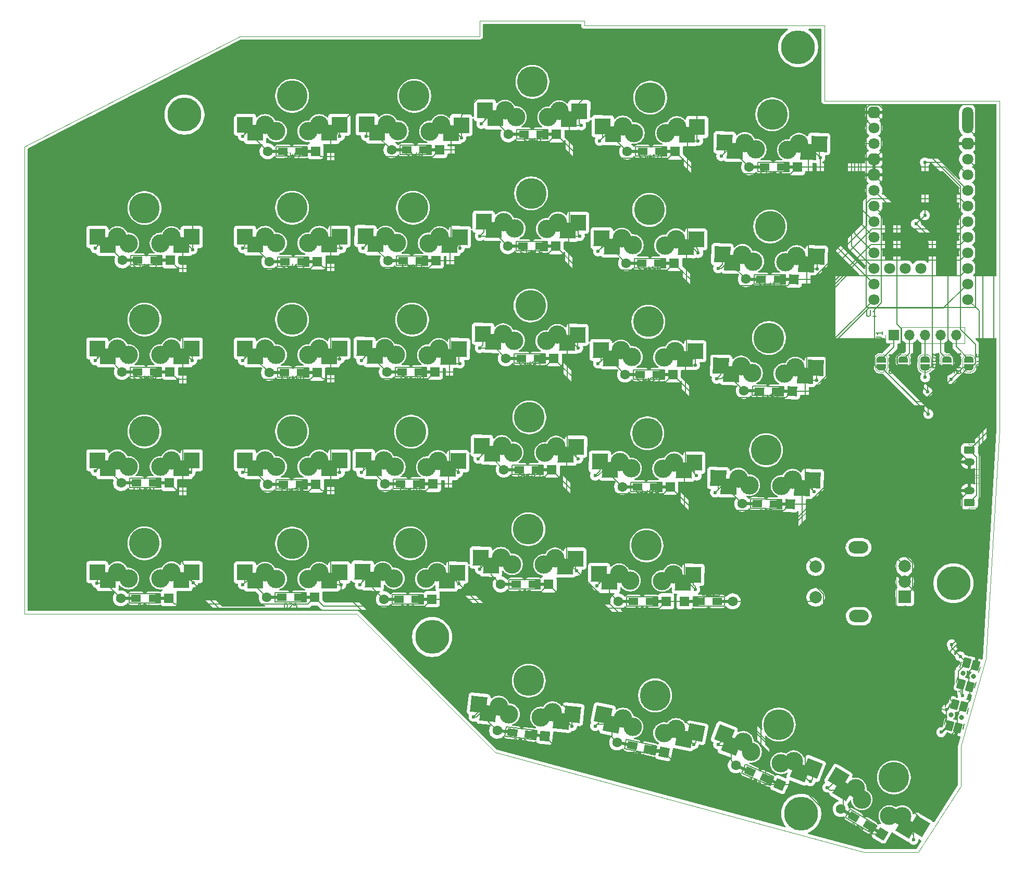
<source format=gto>
%TF.GenerationSoftware,KiCad,Pcbnew,9.0.0*%
%TF.CreationDate,2025-03-09T14:44:46-04:00*%
%TF.ProjectId,v2,76322e6b-6963-4616-945f-706362585858,rev?*%
%TF.SameCoordinates,Original*%
%TF.FileFunction,Legend,Top*%
%TF.FilePolarity,Positive*%
%FSLAX46Y46*%
G04 Gerber Fmt 4.6, Leading zero omitted, Abs format (unit mm)*
G04 Created by KiCad (PCBNEW 9.0.0) date 2025-03-09 14:44:46*
%MOMM*%
%LPD*%
G01*
G04 APERTURE LIST*
G04 Aperture macros list*
%AMRoundRect*
0 Rectangle with rounded corners*
0 $1 Rounding radius*
0 $2 $3 $4 $5 $6 $7 $8 $9 X,Y pos of 4 corners*
0 Add a 4 corners polygon primitive as box body*
4,1,4,$2,$3,$4,$5,$6,$7,$8,$9,$2,$3,0*
0 Add four circle primitives for the rounded corners*
1,1,$1+$1,$2,$3*
1,1,$1+$1,$4,$5*
1,1,$1+$1,$6,$7*
1,1,$1+$1,$8,$9*
0 Add four rect primitives between the rounded corners*
20,1,$1+$1,$2,$3,$4,$5,0*
20,1,$1+$1,$4,$5,$6,$7,0*
20,1,$1+$1,$6,$7,$8,$9,0*
20,1,$1+$1,$8,$9,$2,$3,0*%
%AMHorizOval*
0 Thick line with rounded ends*
0 $1 width*
0 $2 $3 position (X,Y) of the first rounded end (center of the circle)*
0 $4 $5 position (X,Y) of the second rounded end (center of the circle)*
0 Add line between two ends*
20,1,$1,$2,$3,$4,$5,0*
0 Add two circle primitives to create the rounded ends*
1,1,$1,$2,$3*
1,1,$1,$4,$5*%
%AMRotRect*
0 Rectangle, with rotation*
0 The origin of the aperture is its center*
0 $1 length*
0 $2 width*
0 $3 Rotation angle, in degrees counterclockwise*
0 Add horizontal line*
21,1,$1,$2,0,0,$3*%
%AMFreePoly0*
4,1,23,0.500000,-0.750000,0.000000,-0.750000,0.000000,-0.745722,-0.065263,-0.745722,-0.191342,-0.711940,-0.304381,-0.646677,-0.396677,-0.554381,-0.461940,-0.441342,-0.495722,-0.315263,-0.495722,-0.250000,-0.500000,-0.250000,-0.500000,0.250000,-0.495722,0.250000,-0.495722,0.315263,-0.461940,0.441342,-0.396677,0.554381,-0.304381,0.646677,-0.191342,0.711940,-0.065263,0.745722,0.000000,0.745722,
0.000000,0.750000,0.500000,0.750000,0.500000,-0.750000,0.500000,-0.750000,$1*%
%AMFreePoly1*
4,1,23,0.000000,0.745722,0.065263,0.745722,0.191342,0.711940,0.304381,0.646677,0.396677,0.554381,0.461940,0.441342,0.495722,0.315263,0.495722,0.250000,0.500000,0.250000,0.500000,-0.250000,0.495722,-0.250000,0.495722,-0.315263,0.461940,-0.441342,0.396677,-0.554381,0.304381,-0.646677,0.191342,-0.711940,0.065263,-0.745722,0.000000,-0.745722,0.000000,-0.750000,-0.500000,-0.750000,
-0.500000,0.750000,0.000000,0.750000,0.000000,0.745722,0.000000,0.745722,$1*%
G04 Aperture macros list end*
%ADD10C,0.000000*%
%ADD11C,0.300000*%
%ADD12C,0.100000*%
%ADD13C,0.150000*%
%ADD14C,0.127000*%
%ADD15C,0.200000*%
%ADD16C,0.120000*%
%ADD17R,1.600000X1.600000*%
%ADD18C,1.600000*%
%ADD19RotRect,1.600000X1.600000X359.400000*%
%ADD20RotRect,1.600000X1.600000X348.300000*%
%ADD21RotRect,1.600000X1.600000X353.400000*%
%ADD22RotRect,1.600000X1.600000X336.300000*%
%ADD23RotRect,1.600000X1.600000X328.800000*%
%ADD24C,3.000000*%
%ADD25C,5.000000*%
%ADD26R,2.600000X2.600000*%
%ADD27R,1.600000X1.200000*%
%ADD28C,0.800000*%
%ADD29RoundRect,0.102000X0.325938X-0.812028X0.688284X0.540268X-0.325938X0.812028X-0.688284X-0.540268X0*%
%ADD30RotRect,2.600000X2.600000X359.100000*%
%ADD31RotRect,1.600000X1.200000X359.400000*%
%ADD32RotRect,2.600000X2.600000X359.400000*%
%ADD33FreePoly0,270.000000*%
%ADD34FreePoly1,270.000000*%
%ADD35RotRect,2.600000X2.600000X348.900000*%
%ADD36RotRect,2.600000X2.600000X358.800000*%
%ADD37RotRect,1.600000X1.200000X348.300000*%
%ADD38R,1.700000X1.700000*%
%ADD39O,1.700000X1.700000*%
%ADD40RotRect,2.600000X2.600000X329.100000*%
%ADD41RotRect,1.600000X1.200000X353.400000*%
%ADD42C,5.500000*%
%ADD43RotRect,2.600000X2.600000X359.500000*%
%ADD44RotRect,1.600000X1.200000X336.300000*%
%ADD45C,1.800000*%
%ADD46RoundRect,0.450000X-0.450000X-0.450000X0.450000X-0.450000X0.450000X0.450000X-0.450000X0.450000X0*%
%ADD47O,1.800000X4.340000*%
%ADD48HorizOval,2.000000X-0.599992X-0.003142X0.599992X0.003142X0*%
%ADD49RotRect,2.000000X2.000000X180.300000*%
%ADD50C,2.000000*%
%ADD51RotRect,2.600000X2.600000X354.000000*%
%ADD52RotRect,2.600000X2.600000X339.000000*%
%ADD53RoundRect,0.250000X-0.625000X0.350000X-0.625000X-0.350000X0.625000X-0.350000X0.625000X0.350000X0*%
%ADD54O,1.750000X1.200000*%
%ADD55RotRect,1.600000X1.200000X328.800000*%
%ADD56RoundRect,0.250000X0.625000X-0.350000X0.625000X0.350000X-0.625000X0.350000X-0.625000X-0.350000X0*%
%TA.AperFunction,SMDPad,CuDef*%
%ADD57R,2.600000X2.600000*%
%TD*%
%TA.AperFunction,SMDPad,CuDef*%
%ADD58R,1.600000X1.200000*%
%TD*%
%TA.AperFunction,SMDPad,CuDef*%
%ADD59R,2.900000X0.500000*%
%TD*%
%TA.AperFunction,ComponentPad*%
%ADD60R,1.600000X1.600000*%
%TD*%
%TA.AperFunction,ComponentPad*%
%ADD61C,1.600000*%
%TD*%
%TA.AperFunction,SMDPad,CuDef*%
%ADD62RotRect,1.400000X1.050000X75.000000*%
%TD*%
%TA.AperFunction,SMDPad,CuDef*%
%ADD63RotRect,2.600000X2.600000X359.100000*%
%TD*%
%TA.AperFunction,SMDPad,CuDef*%
%ADD64RotRect,1.600000X1.200000X359.400000*%
%TD*%
%TA.AperFunction,SMDPad,CuDef*%
%ADD65RotRect,2.900000X0.500000X359.400000*%
%TD*%
%TA.AperFunction,ComponentPad*%
%ADD66RotRect,1.600000X1.600000X359.400000*%
%TD*%
%TA.AperFunction,SMDPad,CuDef*%
%ADD67RotRect,2.600000X2.600000X359.400000*%
%TD*%
%TA.AperFunction,SMDPad,CuDef*%
%ADD68RotRect,2.600000X2.600000X348.900000*%
%TD*%
%TA.AperFunction,SMDPad,CuDef*%
%ADD69RotRect,2.600000X2.600000X358.800000*%
%TD*%
%TA.AperFunction,SMDPad,CuDef*%
%ADD70RotRect,1.600000X1.200000X348.300000*%
%TD*%
%TA.AperFunction,SMDPad,CuDef*%
%ADD71RotRect,2.900000X0.500000X348.300000*%
%TD*%
%TA.AperFunction,ComponentPad*%
%ADD72RotRect,1.600000X1.600000X348.300000*%
%TD*%
%TA.AperFunction,ComponentPad*%
%ADD73R,1.700000X1.700000*%
%TD*%
%TA.AperFunction,ComponentPad*%
%ADD74O,1.700000X1.700000*%
%TD*%
%TA.AperFunction,SMDPad,CuDef*%
%ADD75RotRect,2.600000X2.600000X329.100000*%
%TD*%
%TA.AperFunction,SMDPad,CuDef*%
%ADD76RotRect,1.600000X1.200000X353.400000*%
%TD*%
%TA.AperFunction,SMDPad,CuDef*%
%ADD77RotRect,2.900000X0.500000X353.400000*%
%TD*%
%TA.AperFunction,ComponentPad*%
%ADD78RotRect,1.600000X1.600000X353.400000*%
%TD*%
%TA.AperFunction,ComponentPad*%
%ADD79C,5.500000*%
%TD*%
%TA.AperFunction,SMDPad,CuDef*%
%ADD80RotRect,2.600000X2.600000X359.500000*%
%TD*%
%TA.AperFunction,SMDPad,CuDef*%
%ADD81RotRect,1.600000X1.200000X336.300000*%
%TD*%
%TA.AperFunction,SMDPad,CuDef*%
%ADD82RotRect,2.900000X0.500000X336.300000*%
%TD*%
%TA.AperFunction,ComponentPad*%
%ADD83RotRect,1.600000X1.600000X336.300000*%
%TD*%
%TA.AperFunction,ComponentPad*%
%ADD84C,1.800000*%
%TD*%
%TA.AperFunction,ComponentPad*%
%ADD85RoundRect,0.450000X-0.450000X-0.450000X0.450000X-0.450000X0.450000X0.450000X-0.450000X0.450000X0*%
%TD*%
%TA.AperFunction,ComponentPad*%
%ADD86O,1.800000X4.340000*%
%TD*%
%TA.AperFunction,WasherPad*%
%ADD87HorizOval,2.000000X-0.599992X-0.003142X0.599992X0.003142X0*%
%TD*%
%TA.AperFunction,ComponentPad*%
%ADD88RotRect,2.000000X2.000000X180.300000*%
%TD*%
%TA.AperFunction,ComponentPad*%
%ADD89C,2.000000*%
%TD*%
%TA.AperFunction,SMDPad,CuDef*%
%ADD90RotRect,2.600000X2.600000X354.000000*%
%TD*%
%TA.AperFunction,SMDPad,CuDef*%
%ADD91RotRect,2.600000X2.600000X339.000000*%
%TD*%
%TA.AperFunction,ComponentPad*%
%ADD92RoundRect,0.250000X-0.625000X0.350000X-0.625000X-0.350000X0.625000X-0.350000X0.625000X0.350000X0*%
%TD*%
%TA.AperFunction,ComponentPad*%
%ADD93O,1.750000X1.200000*%
%TD*%
%TA.AperFunction,SMDPad,CuDef*%
%ADD94RotRect,1.600000X1.200000X328.800000*%
%TD*%
%TA.AperFunction,SMDPad,CuDef*%
%ADD95RotRect,2.900000X0.500000X328.800000*%
%TD*%
%TA.AperFunction,ComponentPad*%
%ADD96RotRect,1.600000X1.600000X328.800000*%
%TD*%
%TA.AperFunction,SMDPad,CuDef*%
%ADD97FreePoly0,270.000000*%
%TD*%
%TA.AperFunction,SMDPad,CuDef*%
%ADD98FreePoly1,270.000000*%
%TD*%
%TA.AperFunction,ComponentPad*%
%ADD99RoundRect,0.250000X0.625000X-0.350000X0.625000X0.350000X-0.625000X0.350000X-0.625000X-0.350000X0*%
%TD*%
%TA.AperFunction,ViaPad*%
%ADD100C,0.600000*%
%TD*%
%TA.AperFunction,Conductor*%
%ADD101C,0.200000*%
%TD*%
%ADD102RotRect,1.400000X1.050000X75.000000*%
%TA.AperFunction,Profile*%
%ADD103C,0.050000*%
%TD*%
G04 APERTURE END LIST*
D10*
G36*
X255301837Y-115968830D02*
G01*
X255306171Y-115969589D01*
X255310510Y-115970714D01*
X255314841Y-115972187D01*
X255319165Y-115973983D01*
X255323466Y-115976086D01*
X255327740Y-115978473D01*
X255331977Y-115981128D01*
X255336171Y-115984028D01*
X255340313Y-115987153D01*
X255344394Y-115990484D01*
X255348409Y-115994001D01*
X255356198Y-116001511D01*
X255363619Y-116009526D01*
X255370604Y-116017887D01*
X255377093Y-116026433D01*
X255383017Y-116035002D01*
X255538651Y-116260084D01*
X255707014Y-116495043D01*
X255927468Y-116793123D01*
X256193804Y-117140451D01*
X256342239Y-117328249D01*
X256499818Y-117523161D01*
X256665765Y-117723449D01*
X256839302Y-117927382D01*
X257019657Y-118133223D01*
X257206051Y-118339241D01*
X257398616Y-118540405D01*
X257596448Y-118732515D01*
X257797229Y-118915101D01*
X257998634Y-119087691D01*
X258198343Y-119249811D01*
X258394033Y-119400988D01*
X258764073Y-119668623D01*
X259090179Y-119886811D01*
X259353780Y-120051775D01*
X259619171Y-120206887D01*
X259374459Y-120630740D01*
X259277614Y-120571662D01*
X259095989Y-120448852D01*
X258844189Y-120266708D01*
X258536820Y-120029640D01*
X258366865Y-119891884D01*
X258188494Y-119742051D01*
X258003537Y-119580688D01*
X257813816Y-119408346D01*
X257621159Y-119225576D01*
X257427391Y-119032933D01*
X257234339Y-118830961D01*
X257043833Y-118620215D01*
X256677686Y-118185758D01*
X256338216Y-117752928D01*
X256032074Y-117337826D01*
X255765918Y-116956549D01*
X255546404Y-116625198D01*
X255380186Y-116359876D01*
X255273924Y-116176678D01*
X255234268Y-116091706D01*
X255233613Y-116089479D01*
X255232958Y-116086802D01*
X255232226Y-116083173D01*
X255231527Y-116078657D01*
X255230969Y-116073327D01*
X255230773Y-116070380D01*
X255230655Y-116067253D01*
X255230624Y-116063957D01*
X255230699Y-116060499D01*
X255230887Y-116056888D01*
X255231206Y-116053135D01*
X255231665Y-116049246D01*
X255232282Y-116045231D01*
X255233069Y-116041097D01*
X255234039Y-116036854D01*
X255235204Y-116032510D01*
X255236579Y-116028075D01*
X255238180Y-116023554D01*
X255240017Y-116018961D01*
X255242103Y-116014297D01*
X255244456Y-116009578D01*
X255247081Y-116004810D01*
X255250000Y-116000000D01*
X255253224Y-115995155D01*
X255256765Y-115990292D01*
X255260520Y-115985714D01*
X255264366Y-115981722D01*
X255268299Y-115978295D01*
X255272305Y-115975415D01*
X255276382Y-115973059D01*
X255280521Y-115971208D01*
X255284712Y-115969841D01*
X255288947Y-115968941D01*
X255293217Y-115968484D01*
X255297518Y-115968455D01*
X255301837Y-115968830D01*
G37*
G36*
X258627092Y-113752820D02*
G01*
X258643750Y-113757265D01*
X258662248Y-113763842D01*
X258704010Y-113782687D01*
X258750909Y-113807976D01*
X258801468Y-113838327D01*
X258854210Y-113872350D01*
X258907660Y-113908667D01*
X259010795Y-113982643D01*
X259099069Y-114049186D01*
X259183846Y-114115702D01*
X258898774Y-114459213D01*
X258576029Y-113782380D01*
X258576032Y-113780538D01*
X258576090Y-113778753D01*
X258576205Y-113777029D01*
X258576375Y-113775364D01*
X258576598Y-113773755D01*
X258576874Y-113772206D01*
X258577203Y-113770713D01*
X258577587Y-113769278D01*
X258578022Y-113767898D01*
X258578509Y-113766577D01*
X258579050Y-113765311D01*
X258579640Y-113764097D01*
X258580281Y-113762940D01*
X258580973Y-113761837D01*
X258581716Y-113760789D01*
X258582507Y-113759793D01*
X258589976Y-113753990D01*
X258600020Y-113751010D01*
X258612453Y-113750678D01*
X258627092Y-113752820D01*
G37*
G36*
X264439113Y-103526831D02*
G01*
X264441386Y-103527091D01*
X264443627Y-103527510D01*
X264445826Y-103528091D01*
X264447969Y-103528832D01*
X264450053Y-103529736D01*
X264452063Y-103530799D01*
X264453991Y-103532021D01*
X264455826Y-103533404D01*
X264457559Y-103534946D01*
X264459180Y-103536648D01*
X264460679Y-103538510D01*
X264462044Y-103540527D01*
X264463269Y-103542706D01*
X264464340Y-103545040D01*
X264465249Y-103547535D01*
X264465986Y-103550187D01*
X264557257Y-103963326D01*
X264690821Y-104668978D01*
X264829203Y-105595839D01*
X264888489Y-106119940D01*
X264934925Y-106672609D01*
X264963827Y-107244929D01*
X264970510Y-107827989D01*
X264950292Y-108412875D01*
X264898488Y-108990678D01*
X264810411Y-109552483D01*
X264751306Y-109824601D01*
X264681378Y-110089377D01*
X264600037Y-110345697D01*
X264506701Y-110592449D01*
X264400786Y-110828517D01*
X264281703Y-111052787D01*
X264011068Y-111506096D01*
X263742151Y-111927185D01*
X263474833Y-112318717D01*
X263209009Y-112683353D01*
X262944563Y-113023750D01*
X262681379Y-113342570D01*
X262419350Y-113642473D01*
X262158359Y-113926123D01*
X261898294Y-114196175D01*
X261639042Y-114455295D01*
X261122533Y-114951368D01*
X260607922Y-115435626D01*
X260094310Y-115929353D01*
X259906489Y-116116523D01*
X259623394Y-116398638D01*
X259217259Y-116818942D01*
X259036380Y-117014514D01*
X258869169Y-117202394D01*
X258714783Y-117384092D01*
X258572382Y-117561126D01*
X258441119Y-117735016D01*
X258320155Y-117907275D01*
X258208646Y-118079418D01*
X258105753Y-118252965D01*
X258010627Y-118429432D01*
X257922431Y-118610336D01*
X257840320Y-118797189D01*
X257763450Y-118991512D01*
X257762587Y-118993605D01*
X257761605Y-118995602D01*
X257760516Y-118997500D01*
X257759321Y-118999295D01*
X257758029Y-119000991D01*
X257756642Y-119002581D01*
X257755171Y-119004070D01*
X257753619Y-119005451D01*
X257751994Y-119006727D01*
X257750302Y-119007891D01*
X257748548Y-119008949D01*
X257746738Y-119009895D01*
X257744882Y-119010726D01*
X257742980Y-119011444D01*
X257741043Y-119012046D01*
X257739073Y-119012531D01*
X257737079Y-119012900D01*
X257735067Y-119013148D01*
X257733043Y-119013274D01*
X257731011Y-119013279D01*
X257728981Y-119013161D01*
X257726957Y-119012915D01*
X257724945Y-119012545D01*
X257722952Y-119012046D01*
X257720979Y-119011417D01*
X257719042Y-119010660D01*
X257717141Y-119009767D01*
X257715282Y-119008745D01*
X257713470Y-119007587D01*
X257711716Y-119006290D01*
X257710021Y-119004857D01*
X257708395Y-119003284D01*
X256935714Y-118206077D01*
X256610564Y-117870605D01*
X255365371Y-116181967D01*
X255364738Y-116181084D01*
X255364136Y-116180198D01*
X255363568Y-116179309D01*
X255363032Y-116178410D01*
X255362532Y-116177504D01*
X255362064Y-116176591D01*
X255361630Y-116175664D01*
X255361233Y-116174729D01*
X255360869Y-116173779D01*
X255360546Y-116172814D01*
X255360255Y-116171836D01*
X255360003Y-116170837D01*
X255359788Y-116169822D01*
X255359612Y-116168785D01*
X255359473Y-116167726D01*
X255359376Y-116166645D01*
X255357508Y-116108234D01*
X255361815Y-115995942D01*
X255380483Y-115832656D01*
X255397761Y-115732794D01*
X255421701Y-115621269D01*
X255447684Y-115520353D01*
X256323133Y-115520353D01*
X256323428Y-115531101D01*
X256324239Y-115541919D01*
X256325572Y-115552788D01*
X256327414Y-115563691D01*
X256329773Y-115574616D01*
X256332645Y-115585543D01*
X256336027Y-115596456D01*
X256339921Y-115607345D01*
X256344324Y-115618186D01*
X256349232Y-115628968D01*
X256354650Y-115639674D01*
X256360570Y-115650290D01*
X256366997Y-115660797D01*
X256373926Y-115671182D01*
X256381357Y-115681428D01*
X256389288Y-115691517D01*
X256397717Y-115701435D01*
X256406645Y-115711166D01*
X256416067Y-115720696D01*
X256425987Y-115730007D01*
X256436399Y-115739081D01*
X256605368Y-115884399D01*
X256706605Y-115975075D01*
X256817874Y-116078051D01*
X256938323Y-116193546D01*
X257067101Y-116321778D01*
X257203353Y-116462966D01*
X257346229Y-116617325D01*
X257399260Y-116684489D01*
X257450012Y-116743906D01*
X257498481Y-116795871D01*
X257544658Y-116840688D01*
X257588542Y-116878664D01*
X257630127Y-116910094D01*
X257669405Y-116935285D01*
X257706374Y-116954539D01*
X257741029Y-116968160D01*
X257773362Y-116976449D01*
X257803369Y-116979706D01*
X257831046Y-116978235D01*
X257856387Y-116972340D01*
X257879388Y-116962324D01*
X257900039Y-116948486D01*
X257918342Y-116931133D01*
X257934288Y-116910563D01*
X257947871Y-116887079D01*
X257959086Y-116860988D01*
X257967930Y-116832587D01*
X257974396Y-116802181D01*
X257978478Y-116770074D01*
X257980176Y-116736567D01*
X257979478Y-116701960D01*
X257976382Y-116666558D01*
X257970884Y-116630663D01*
X257962976Y-116594579D01*
X257952652Y-116558608D01*
X257939913Y-116523049D01*
X257924749Y-116488207D01*
X257907155Y-116454387D01*
X257887127Y-116421888D01*
X257795817Y-116278217D01*
X257713400Y-116150564D01*
X257630802Y-116024176D01*
X258100456Y-115643500D01*
X258220523Y-115745771D01*
X258337020Y-115847001D01*
X258461303Y-115957975D01*
X258497218Y-115995598D01*
X258531978Y-116028083D01*
X258565529Y-116055621D01*
X258597820Y-116078412D01*
X258628789Y-116096649D01*
X258658390Y-116110526D01*
X258686567Y-116120237D01*
X258713263Y-116125979D01*
X258738426Y-116127945D01*
X258762004Y-116126329D01*
X258783939Y-116121329D01*
X258804181Y-116113136D01*
X258822676Y-116101949D01*
X258839366Y-116087956D01*
X258854199Y-116071360D01*
X258867122Y-116052350D01*
X258878082Y-116031122D01*
X258887022Y-116007871D01*
X258888309Y-116003174D01*
X258893891Y-115982790D01*
X258898634Y-115956078D01*
X258901196Y-115927927D01*
X258901526Y-115898531D01*
X258899564Y-115868087D01*
X258895263Y-115836787D01*
X258888564Y-115804827D01*
X258879418Y-115772402D01*
X258867765Y-115739708D01*
X258853557Y-115706936D01*
X258836735Y-115674284D01*
X258817251Y-115641945D01*
X258795043Y-115610116D01*
X258770065Y-115578990D01*
X258289330Y-115054132D01*
X258123728Y-114879096D01*
X257956588Y-114708244D01*
X257796231Y-114552443D01*
X257650970Y-114422546D01*
X257632004Y-114400065D01*
X257611760Y-114380374D01*
X257590418Y-114363409D01*
X257568168Y-114349115D01*
X257545193Y-114337437D01*
X257521681Y-114328317D01*
X257497815Y-114321698D01*
X257473783Y-114317522D01*
X257449771Y-114315735D01*
X257425966Y-114316278D01*
X257402545Y-114319094D01*
X257379706Y-114324127D01*
X257357630Y-114331319D01*
X257336497Y-114340613D01*
X257316500Y-114351952D01*
X257297822Y-114365282D01*
X257280650Y-114380544D01*
X257265168Y-114397680D01*
X257251561Y-114416634D01*
X257240017Y-114437350D01*
X257230723Y-114459770D01*
X257223860Y-114483837D01*
X257219619Y-114509494D01*
X257218182Y-114536684D01*
X257219736Y-114565352D01*
X257224467Y-114595441D01*
X257232559Y-114626890D01*
X257244199Y-114659647D01*
X257259576Y-114693651D01*
X257278869Y-114728849D01*
X257302269Y-114765181D01*
X257329961Y-114802591D01*
X257350650Y-114837432D01*
X257374262Y-114875293D01*
X257427899Y-114957175D01*
X257486176Y-115042419D01*
X257544390Y-115125209D01*
X257641849Y-115260159D01*
X257682686Y-115315483D01*
X257489300Y-115473638D01*
X257416901Y-115531379D01*
X257352345Y-115581414D01*
X257304366Y-115616249D01*
X257289324Y-115625624D01*
X257284513Y-115627892D01*
X257281695Y-115628391D01*
X257276911Y-115627347D01*
X257271969Y-115625731D01*
X257261612Y-115620892D01*
X257250637Y-115614096D01*
X257239054Y-115605573D01*
X257226872Y-115595544D01*
X257214103Y-115584235D01*
X257186835Y-115558683D01*
X257157332Y-115530720D01*
X257125672Y-115502148D01*
X257109058Y-115488197D01*
X257091934Y-115474771D01*
X257074312Y-115462093D01*
X257056200Y-115450389D01*
X257019765Y-115431552D01*
X256984294Y-115414189D01*
X256949781Y-115398266D01*
X256916226Y-115383749D01*
X256883620Y-115370606D01*
X256851972Y-115358799D01*
X256821269Y-115348299D01*
X256791512Y-115339070D01*
X256762702Y-115331077D01*
X256734829Y-115324288D01*
X256707896Y-115318671D01*
X256681899Y-115314188D01*
X256656835Y-115310807D01*
X256632702Y-115308497D01*
X256609495Y-115307219D01*
X256587214Y-115306943D01*
X256565857Y-115307633D01*
X256545419Y-115309255D01*
X256525901Y-115311781D01*
X256507295Y-115315170D01*
X256489599Y-115319392D01*
X256472816Y-115324410D01*
X256456939Y-115330196D01*
X256441965Y-115336710D01*
X256427895Y-115343921D01*
X256414722Y-115351795D01*
X256402446Y-115360298D01*
X256391064Y-115369399D01*
X256380572Y-115379059D01*
X256370970Y-115389250D01*
X256362255Y-115399931D01*
X256354421Y-115411075D01*
X256348938Y-115420037D01*
X256343987Y-115429244D01*
X256339564Y-115438673D01*
X256335672Y-115448315D01*
X256332307Y-115458151D01*
X256329469Y-115468163D01*
X256327157Y-115478340D01*
X256325367Y-115488662D01*
X256324101Y-115499117D01*
X256323357Y-115509685D01*
X256323133Y-115520353D01*
X255447684Y-115520353D01*
X255453326Y-115498441D01*
X255493659Y-115364671D01*
X255543725Y-115220320D01*
X255604547Y-115065750D01*
X255677150Y-114901321D01*
X255762558Y-114727398D01*
X255861788Y-114544338D01*
X255975874Y-114352504D01*
X256185265Y-114037506D01*
X256436922Y-113703514D01*
X256563655Y-113549452D01*
X258089595Y-113549452D01*
X258090628Y-113580313D01*
X258094341Y-113612925D01*
X258097271Y-113629896D01*
X258100953Y-113647324D01*
X258105418Y-113665208D01*
X258110694Y-113683552D01*
X258116803Y-113702366D01*
X258123781Y-113721649D01*
X258131651Y-113741415D01*
X258140440Y-113761661D01*
X258150180Y-113782395D01*
X258160896Y-113803619D01*
X258172617Y-113825343D01*
X258185372Y-113847569D01*
X258214088Y-113893548D01*
X258421426Y-114221239D01*
X258666027Y-114618030D01*
X258904810Y-115011468D01*
X259094692Y-115329101D01*
X259110745Y-115356377D01*
X259128014Y-115381089D01*
X259146303Y-115403223D01*
X259165420Y-115422767D01*
X259185173Y-115439702D01*
X259205366Y-115454018D01*
X259225803Y-115465696D01*
X259246292Y-115474726D01*
X259266637Y-115481088D01*
X259286646Y-115484774D01*
X259306125Y-115485765D01*
X259324878Y-115484049D01*
X259342711Y-115479611D01*
X259359435Y-115472436D01*
X259374846Y-115462508D01*
X259388758Y-115449816D01*
X259400975Y-115434343D01*
X259411302Y-115416075D01*
X259419545Y-115394996D01*
X259425509Y-115371098D01*
X259429003Y-115344359D01*
X259429828Y-115314767D01*
X259427796Y-115282310D01*
X259422707Y-115246971D01*
X259414371Y-115208734D01*
X259402591Y-115167588D01*
X259387177Y-115123518D01*
X259367930Y-115076507D01*
X259344659Y-115026544D01*
X259317168Y-114973611D01*
X259285264Y-114917696D01*
X259248752Y-114858784D01*
X259515116Y-114497162D01*
X259599464Y-114592538D01*
X259689057Y-114691259D01*
X259796180Y-114805778D01*
X259817851Y-114830879D01*
X259839408Y-114852827D01*
X259860778Y-114871714D01*
X259881892Y-114887627D01*
X259902675Y-114900660D01*
X259923056Y-114910900D01*
X259942959Y-114918439D01*
X259962320Y-114923367D01*
X259981061Y-114925774D01*
X259999111Y-114925752D01*
X260016398Y-114923388D01*
X260032849Y-114918775D01*
X260048394Y-114912005D01*
X260062959Y-114903162D01*
X260076474Y-114892341D01*
X260088864Y-114879633D01*
X260100057Y-114865127D01*
X260109983Y-114848912D01*
X260118570Y-114831078D01*
X260125745Y-114811719D01*
X260131434Y-114790921D01*
X260135569Y-114768776D01*
X260138074Y-114745379D01*
X260138878Y-114720812D01*
X260137911Y-114695170D01*
X260135097Y-114668543D01*
X260130366Y-114641020D01*
X260123647Y-114612694D01*
X260114866Y-114583652D01*
X260103950Y-114553986D01*
X260090831Y-114523786D01*
X260075434Y-114493143D01*
X260057104Y-114466822D01*
X260019821Y-114423664D01*
X259899180Y-114300150D01*
X259894972Y-114295840D01*
X259714033Y-114127667D01*
X259490159Y-113937144D01*
X259366229Y-113839124D01*
X259236495Y-113742266D01*
X259102602Y-113648815D01*
X258966197Y-113561025D01*
X258828915Y-113481146D01*
X258692407Y-113411426D01*
X258558316Y-113354111D01*
X258428280Y-113311457D01*
X258406220Y-113310855D01*
X258384036Y-113310577D01*
X258361895Y-113310662D01*
X258339957Y-113311137D01*
X258318387Y-113312040D01*
X258297345Y-113313403D01*
X258276995Y-113315258D01*
X258257501Y-113317638D01*
X258239025Y-113320577D01*
X258221727Y-113324108D01*
X258205772Y-113328264D01*
X258198349Y-113330587D01*
X258191322Y-113333078D01*
X258184713Y-113335742D01*
X258178539Y-113338582D01*
X258172823Y-113341605D01*
X258167588Y-113344811D01*
X258162849Y-113348208D01*
X258158627Y-113351796D01*
X258154947Y-113355584D01*
X258151824Y-113359573D01*
X258148438Y-113364288D01*
X258145097Y-113369092D01*
X258141809Y-113373993D01*
X258138589Y-113379008D01*
X258127129Y-113398755D01*
X258116786Y-113419968D01*
X258107777Y-113442690D01*
X258100331Y-113466957D01*
X258094671Y-113492814D01*
X258091017Y-113520299D01*
X258089595Y-113549452D01*
X256563655Y-113549452D01*
X256579806Y-113529818D01*
X256734699Y-113351886D01*
X256902084Y-113169882D01*
X257082448Y-112983981D01*
X257276269Y-112794350D01*
X257363619Y-112713125D01*
X259225191Y-112713125D01*
X259227707Y-112766596D01*
X259234682Y-112820170D01*
X259245757Y-112873676D01*
X259260573Y-112926954D01*
X259278776Y-112979833D01*
X259300006Y-113032149D01*
X259323909Y-113083734D01*
X259350126Y-113134425D01*
X259378300Y-113184051D01*
X259439093Y-113279456D01*
X259503431Y-113368616D01*
X259568458Y-113450201D01*
X259631315Y-113522884D01*
X259689151Y-113585335D01*
X259778324Y-113674217D01*
X259813125Y-113706205D01*
X259881570Y-113761200D01*
X259959891Y-113818368D01*
X260061184Y-113885033D01*
X260118940Y-113919516D01*
X260180631Y-113953480D01*
X260245654Y-113985960D01*
X260313406Y-114015993D01*
X260383285Y-114042615D01*
X260454689Y-114064859D01*
X260527016Y-114081763D01*
X260599660Y-114092363D01*
X260633687Y-114095510D01*
X260666606Y-114096713D01*
X260698424Y-114096083D01*
X260729157Y-114093729D01*
X260758812Y-114089764D01*
X260787397Y-114084294D01*
X260814924Y-114077428D01*
X260841405Y-114069282D01*
X260866847Y-114059962D01*
X260891262Y-114049579D01*
X260914656Y-114038243D01*
X260937046Y-114026066D01*
X260958435Y-114013157D01*
X260978837Y-113999623D01*
X260998258Y-113985579D01*
X261016716Y-113971134D01*
X261050762Y-113941475D01*
X261081058Y-113911531D01*
X261107682Y-113882184D01*
X261130713Y-113854312D01*
X261166324Y-113806524D01*
X261188523Y-113775218D01*
X261196413Y-113738046D01*
X261202096Y-113703122D01*
X261205689Y-113670390D01*
X261207319Y-113639787D01*
X261207099Y-113611256D01*
X261205153Y-113584737D01*
X261201599Y-113560170D01*
X261196561Y-113537497D01*
X261190157Y-113516658D01*
X261182506Y-113497595D01*
X261173728Y-113480244D01*
X261163948Y-113464552D01*
X261153278Y-113450455D01*
X261141846Y-113437895D01*
X261129767Y-113426814D01*
X261117163Y-113417151D01*
X261104156Y-113408848D01*
X261090861Y-113401844D01*
X261077403Y-113396080D01*
X261063901Y-113391498D01*
X261050473Y-113388038D01*
X261037243Y-113385641D01*
X261024329Y-113384246D01*
X261011851Y-113383795D01*
X260999929Y-113384228D01*
X260988683Y-113385488D01*
X260978234Y-113387511D01*
X260968703Y-113390242D01*
X260960208Y-113393620D01*
X260952870Y-113397586D01*
X260946810Y-113402080D01*
X260942147Y-113407043D01*
X260924179Y-113436142D01*
X260905465Y-113467456D01*
X260885185Y-113499780D01*
X260874207Y-113515945D01*
X260862531Y-113531916D01*
X260850057Y-113547537D01*
X260836686Y-113562664D01*
X260822312Y-113577140D01*
X260806837Y-113590822D01*
X260790156Y-113603553D01*
X260781333Y-113609517D01*
X260772171Y-113615188D01*
X260762655Y-113620546D01*
X260752777Y-113625577D01*
X260742518Y-113630255D01*
X260731872Y-113634564D01*
X260713384Y-113640853D01*
X260694472Y-113645641D01*
X260675177Y-113648988D01*
X260655540Y-113650958D01*
X260635599Y-113651614D01*
X260615391Y-113651015D01*
X260594959Y-113649226D01*
X260574339Y-113646305D01*
X260532701Y-113637325D01*
X260490791Y-113624570D01*
X260448923Y-113608533D01*
X260407417Y-113589715D01*
X260366582Y-113568604D01*
X260326739Y-113545701D01*
X260288198Y-113521498D01*
X260251278Y-113496494D01*
X260216293Y-113471179D01*
X260183558Y-113446053D01*
X260126098Y-113398345D01*
X260036033Y-113304902D01*
X259987039Y-113251802D01*
X259937175Y-113195450D01*
X259887766Y-113136597D01*
X259840138Y-113075994D01*
X259795619Y-113014393D01*
X259755532Y-112952542D01*
X259737567Y-112921758D01*
X259721208Y-112891194D01*
X259706621Y-112860942D01*
X259693970Y-112831098D01*
X259683424Y-112801754D01*
X259675146Y-112773005D01*
X259669304Y-112744946D01*
X259666063Y-112717668D01*
X259665588Y-112691266D01*
X259668046Y-112665834D01*
X259673600Y-112641467D01*
X259682420Y-112618257D01*
X259694671Y-112596299D01*
X259710515Y-112575686D01*
X259730122Y-112556512D01*
X259753657Y-112538873D01*
X259779144Y-112534804D01*
X259802867Y-112530082D01*
X259824884Y-112524741D01*
X259845239Y-112518822D01*
X259863984Y-112512360D01*
X259881167Y-112505394D01*
X259896844Y-112497958D01*
X259911061Y-112490094D01*
X259923867Y-112481832D01*
X259935316Y-112473216D01*
X259945454Y-112464284D01*
X259954332Y-112455067D01*
X259962004Y-112445608D01*
X259968514Y-112435941D01*
X259973917Y-112426105D01*
X259978263Y-112416135D01*
X259981599Y-112406070D01*
X259983977Y-112395946D01*
X259985447Y-112385805D01*
X259986060Y-112375677D01*
X259985864Y-112365605D01*
X259984910Y-112355623D01*
X259983250Y-112345769D01*
X259980933Y-112336083D01*
X259978008Y-112326595D01*
X259974525Y-112317353D01*
X259970536Y-112308386D01*
X259966090Y-112299733D01*
X259961236Y-112291433D01*
X259956027Y-112283522D01*
X259950511Y-112276036D01*
X259944741Y-112269015D01*
X259934128Y-112257516D01*
X259922206Y-112246347D01*
X259909049Y-112235574D01*
X259894728Y-112225258D01*
X259879321Y-112215468D01*
X259862900Y-112206267D01*
X259845541Y-112197717D01*
X259827316Y-112189884D01*
X259808304Y-112182833D01*
X259788574Y-112176627D01*
X259768203Y-112171332D01*
X259747266Y-112167008D01*
X259725836Y-112163725D01*
X259703988Y-112161544D01*
X259681795Y-112160529D01*
X259659334Y-112160748D01*
X259636677Y-112162259D01*
X259613901Y-112165132D01*
X259591078Y-112169427D01*
X259568283Y-112175213D01*
X259545592Y-112182550D01*
X259523075Y-112191504D01*
X259500811Y-112202139D01*
X259478871Y-112214521D01*
X259457333Y-112228712D01*
X259436270Y-112244777D01*
X259415755Y-112262781D01*
X259395861Y-112282787D01*
X259376666Y-112304862D01*
X259358245Y-112329066D01*
X259340669Y-112355466D01*
X259324013Y-112384125D01*
X259324013Y-112384129D01*
X259319738Y-112392159D01*
X259315538Y-112400357D01*
X259311416Y-112408722D01*
X259307368Y-112417254D01*
X259303397Y-112425959D01*
X259299503Y-112434835D01*
X259295685Y-112443881D01*
X259291945Y-112453106D01*
X259266826Y-112503578D01*
X259247946Y-112554981D01*
X259234951Y-112607151D01*
X259227485Y-112659922D01*
X259225191Y-112713125D01*
X257363619Y-112713125D01*
X257484026Y-112601162D01*
X257706206Y-112404585D01*
X257943288Y-112204789D01*
X258195754Y-112001943D01*
X258464085Y-111796221D01*
X258478467Y-111785691D01*
X260070480Y-111785691D01*
X260070541Y-111791326D01*
X260070845Y-111797013D01*
X260071397Y-111802751D01*
X260072201Y-111808539D01*
X260073262Y-111814376D01*
X260074580Y-111820254D01*
X260076161Y-111826178D01*
X260078011Y-111832141D01*
X260080129Y-111838146D01*
X260082521Y-111844187D01*
X260088142Y-111856377D01*
X260094904Y-111868694D01*
X260102837Y-111881123D01*
X260111968Y-111893650D01*
X260122326Y-111906263D01*
X260167225Y-111952403D01*
X260215181Y-111994836D01*
X260266056Y-112034571D01*
X260319706Y-112072622D01*
X260559251Y-112228262D01*
X260624664Y-112273095D01*
X260692006Y-112322324D01*
X260761135Y-112376961D01*
X260831910Y-112438021D01*
X260904188Y-112506514D01*
X260977830Y-112583458D01*
X261052693Y-112669862D01*
X261128637Y-112766740D01*
X261148152Y-112793109D01*
X261168866Y-112822304D01*
X261212698Y-112886909D01*
X261257759Y-112956041D01*
X261301672Y-113025184D01*
X261418308Y-113211598D01*
X261434613Y-113235652D01*
X261451529Y-113257087D01*
X261468931Y-113275920D01*
X261486693Y-113292169D01*
X261504693Y-113305853D01*
X261522803Y-113316985D01*
X261540899Y-113325584D01*
X261558857Y-113331668D01*
X261576552Y-113335252D01*
X261593857Y-113336354D01*
X261610648Y-113334992D01*
X261626802Y-113331181D01*
X261642192Y-113324939D01*
X261656694Y-113316283D01*
X261670184Y-113305230D01*
X261682536Y-113291797D01*
X261693622Y-113276002D01*
X261703323Y-113257859D01*
X261711511Y-113237386D01*
X261718060Y-113214602D01*
X261722848Y-113189524D01*
X261725745Y-113162166D01*
X261726632Y-113132548D01*
X261725381Y-113100686D01*
X261721867Y-113066597D01*
X261715967Y-113030298D01*
X261707555Y-112991804D01*
X261696504Y-112951134D01*
X261682694Y-112908306D01*
X261665994Y-112863335D01*
X261646283Y-112816240D01*
X261623436Y-112767036D01*
X261611010Y-112742269D01*
X261595624Y-112715737D01*
X261577796Y-112687903D01*
X261558051Y-112659231D01*
X261536900Y-112630184D01*
X261514867Y-112601229D01*
X261470228Y-112545444D01*
X261428282Y-112495594D01*
X261393182Y-112455389D01*
X261360120Y-112418769D01*
X261418572Y-112284841D01*
X261719762Y-112381276D01*
X261973602Y-112467465D01*
X262090562Y-112510034D01*
X262187256Y-112548434D01*
X262207736Y-112555629D01*
X262228668Y-112560695D01*
X262249906Y-112563711D01*
X262271297Y-112564757D01*
X262292701Y-112563915D01*
X262313960Y-112561261D01*
X262334933Y-112556873D01*
X262355470Y-112550836D01*
X262375419Y-112543226D01*
X262394634Y-112534122D01*
X262412971Y-112523605D01*
X262430275Y-112511752D01*
X262446400Y-112498644D01*
X262461199Y-112484362D01*
X262474522Y-112468981D01*
X262486223Y-112452585D01*
X262496149Y-112435252D01*
X262504157Y-112417060D01*
X262510095Y-112398087D01*
X262513819Y-112378417D01*
X262515174Y-112358126D01*
X262514017Y-112337295D01*
X262510199Y-112316004D01*
X262503568Y-112294328D01*
X262493982Y-112272352D01*
X262481287Y-112250153D01*
X262465337Y-112227809D01*
X262445982Y-112205403D01*
X262423076Y-112183009D01*
X262396469Y-112160712D01*
X262366014Y-112138587D01*
X262331562Y-112116716D01*
X262275244Y-112092674D01*
X262212567Y-112069346D01*
X262143464Y-112046807D01*
X262067863Y-112025125D01*
X261985696Y-112004375D01*
X261896895Y-111984625D01*
X261801390Y-111965944D01*
X261699109Y-111948408D01*
X261671187Y-111943611D01*
X261666640Y-111942829D01*
X261632215Y-111938016D01*
X261591144Y-111933780D01*
X261569400Y-111932325D01*
X261547536Y-111931558D01*
X261526064Y-111931652D01*
X261505498Y-111932796D01*
X261486353Y-111935162D01*
X261477475Y-111936863D01*
X261469143Y-111938936D01*
X261461423Y-111941404D01*
X261454381Y-111944293D01*
X261448077Y-111947623D01*
X261442579Y-111951418D01*
X261414790Y-111852277D01*
X261383549Y-111748006D01*
X261343848Y-111624739D01*
X261298021Y-111495580D01*
X261273538Y-111432887D01*
X261248395Y-111373631D01*
X261222884Y-111319457D01*
X261197298Y-111271999D01*
X261171927Y-111232895D01*
X261159412Y-111216987D01*
X261147061Y-111203784D01*
X261121263Y-111180810D01*
X261095465Y-111161566D01*
X261070031Y-111146501D01*
X261057568Y-111140682D01*
X261045332Y-111136080D01*
X261033372Y-111132751D01*
X261021733Y-111130756D01*
X261010461Y-111130147D01*
X260999603Y-111130987D01*
X260989202Y-111133327D01*
X260979305Y-111137229D01*
X260969958Y-111142747D01*
X260961210Y-111149940D01*
X260953102Y-111158865D01*
X260945683Y-111169577D01*
X260938997Y-111182137D01*
X260933090Y-111196600D01*
X260928009Y-111213021D01*
X260923801Y-111231460D01*
X260920509Y-111251975D01*
X260918181Y-111274619D01*
X260916862Y-111299454D01*
X260916596Y-111326533D01*
X260917433Y-111355916D01*
X260919417Y-111387658D01*
X260922593Y-111421816D01*
X260927009Y-111458452D01*
X260932705Y-111497618D01*
X260939735Y-111539373D01*
X260947391Y-111581347D01*
X260954923Y-111621177D01*
X260962327Y-111658914D01*
X260969593Y-111694614D01*
X260976710Y-111728326D01*
X260983675Y-111760106D01*
X260990478Y-111790007D01*
X260997112Y-111818082D01*
X261003567Y-111844384D01*
X261009836Y-111868966D01*
X261015912Y-111891884D01*
X261021787Y-111913192D01*
X261027454Y-111932936D01*
X261032900Y-111951176D01*
X261038123Y-111967964D01*
X261043113Y-111983352D01*
X261052362Y-112010146D01*
X261060582Y-112031982D01*
X261067712Y-112049286D01*
X261073686Y-112062491D01*
X261078445Y-112072016D01*
X261081921Y-112078293D01*
X261084780Y-112082801D01*
X261036113Y-112039554D01*
X260980893Y-111992348D01*
X260910067Y-111934184D01*
X260827379Y-111869626D01*
X260736564Y-111803248D01*
X260689280Y-111770802D01*
X260641368Y-111739617D01*
X260610932Y-111721030D01*
X260593295Y-111710257D01*
X260545529Y-111683302D01*
X260529406Y-111672277D01*
X260513002Y-111662242D01*
X260496360Y-111653177D01*
X260479516Y-111645062D01*
X260462514Y-111637879D01*
X260445392Y-111631607D01*
X260428186Y-111626224D01*
X260410937Y-111621711D01*
X260393689Y-111618050D01*
X260376478Y-111615220D01*
X260359343Y-111613200D01*
X260342325Y-111611972D01*
X260325463Y-111611515D01*
X260308799Y-111611811D01*
X260292368Y-111612836D01*
X260276214Y-111614572D01*
X260260373Y-111617001D01*
X260244887Y-111620101D01*
X260229795Y-111623853D01*
X260221640Y-111626291D01*
X260215136Y-111628236D01*
X260200951Y-111633230D01*
X260187277Y-111638818D01*
X260174157Y-111644977D01*
X260161629Y-111651688D01*
X260149733Y-111658931D01*
X260138505Y-111666687D01*
X260127991Y-111674935D01*
X260118227Y-111683655D01*
X260109253Y-111692828D01*
X260101106Y-111702433D01*
X260093832Y-111712450D01*
X260087466Y-111722861D01*
X260082500Y-111732649D01*
X260078349Y-111742731D01*
X260075041Y-111753090D01*
X260072608Y-111763714D01*
X260071078Y-111774586D01*
X260070480Y-111785691D01*
X258478467Y-111785691D01*
X258748766Y-111587790D01*
X259050275Y-111376819D01*
X259374872Y-111141912D01*
X259679589Y-110895993D01*
X259965045Y-110640115D01*
X260231865Y-110375321D01*
X260480673Y-110102668D01*
X260501277Y-110077786D01*
X261756216Y-110077786D01*
X261756432Y-110101279D01*
X261757526Y-110125473D01*
X261759505Y-110150371D01*
X261762376Y-110175975D01*
X261766153Y-110202286D01*
X261778132Y-110241561D01*
X261793532Y-110281187D01*
X261812406Y-110321113D01*
X261834805Y-110361284D01*
X261860787Y-110401645D01*
X261890401Y-110442144D01*
X261923701Y-110482723D01*
X261960742Y-110523332D01*
X262001578Y-110563912D01*
X262046260Y-110604413D01*
X262094842Y-110644779D01*
X262147380Y-110684956D01*
X262203924Y-110724892D01*
X262264528Y-110764529D01*
X262329248Y-110803813D01*
X262398136Y-110842692D01*
X262451025Y-110870092D01*
X262503212Y-110895439D01*
X262554663Y-110918725D01*
X262605348Y-110939948D01*
X262655233Y-110959098D01*
X262704291Y-110976169D01*
X262752483Y-110991156D01*
X262799781Y-111004050D01*
X262846153Y-111014847D01*
X262891565Y-111023538D01*
X262935985Y-111030117D01*
X262979384Y-111034579D01*
X263021726Y-111036919D01*
X263062982Y-111037125D01*
X263103118Y-111035195D01*
X263142101Y-111031120D01*
X263179902Y-111024896D01*
X263216489Y-111016513D01*
X263251825Y-111005967D01*
X263285884Y-110993249D01*
X263318630Y-110978356D01*
X263350033Y-110961281D01*
X263380058Y-110942013D01*
X263408678Y-110920550D01*
X263435857Y-110896885D01*
X263461563Y-110871008D01*
X263485764Y-110842917D01*
X263508432Y-110812601D01*
X263529529Y-110780058D01*
X263549028Y-110745279D01*
X263566891Y-110708256D01*
X263583091Y-110668985D01*
X263597002Y-110629632D01*
X263608119Y-110592337D01*
X263616593Y-110557057D01*
X263622572Y-110523738D01*
X263626203Y-110492341D01*
X263627635Y-110462815D01*
X263627016Y-110435111D01*
X263624495Y-110409186D01*
X263620222Y-110384988D01*
X263614340Y-110362475D01*
X263606999Y-110341596D01*
X263598350Y-110322307D01*
X263588540Y-110304559D01*
X263577713Y-110288303D01*
X263566025Y-110273497D01*
X263553618Y-110260088D01*
X263540642Y-110248035D01*
X263527245Y-110237288D01*
X263513574Y-110227797D01*
X263499782Y-110219518D01*
X263486012Y-110212406D01*
X263472415Y-110206410D01*
X263459138Y-110201484D01*
X263446329Y-110197581D01*
X263434137Y-110194654D01*
X263422709Y-110192657D01*
X263412197Y-110191542D01*
X263402742Y-110191261D01*
X263394501Y-110191768D01*
X263387613Y-110193015D01*
X263382236Y-110194956D01*
X263378509Y-110197544D01*
X263373801Y-110201804D01*
X263368809Y-110205564D01*
X263358080Y-110213018D01*
X263352394Y-110217433D01*
X263346532Y-110222786D01*
X263340522Y-110229435D01*
X263334387Y-110237739D01*
X263328155Y-110248060D01*
X263321854Y-110260754D01*
X263315513Y-110276185D01*
X263309154Y-110294709D01*
X263302805Y-110316686D01*
X263296495Y-110342475D01*
X263290251Y-110372436D01*
X263284098Y-110406930D01*
X263280724Y-110425034D01*
X263276702Y-110442456D01*
X263272025Y-110459196D01*
X263266678Y-110475254D01*
X263260653Y-110490628D01*
X263253942Y-110505316D01*
X263246531Y-110519318D01*
X263238411Y-110532634D01*
X263229574Y-110545261D01*
X263220007Y-110557200D01*
X263209699Y-110568448D01*
X263198644Y-110579005D01*
X263186826Y-110588872D01*
X263174238Y-110598045D01*
X263160871Y-110606523D01*
X263146712Y-110614305D01*
X263131752Y-110621395D01*
X263115980Y-110627783D01*
X263099386Y-110633476D01*
X263081961Y-110638467D01*
X263063692Y-110642760D01*
X263044573Y-110646351D01*
X263024589Y-110649240D01*
X263003732Y-110651426D01*
X262981988Y-110652909D01*
X262959354Y-110653685D01*
X262911362Y-110653118D01*
X262859672Y-110649717D01*
X262804197Y-110643475D01*
X262763990Y-110636566D01*
X262721052Y-110626867D01*
X262675930Y-110614450D01*
X262629177Y-110599379D01*
X262581340Y-110581728D01*
X262532967Y-110561559D01*
X262484608Y-110538944D01*
X262436811Y-110513952D01*
X262390128Y-110486649D01*
X262345102Y-110457106D01*
X262302284Y-110425389D01*
X262262226Y-110391567D01*
X262225474Y-110355707D01*
X262192578Y-110317881D01*
X262177746Y-110298249D01*
X262164083Y-110278153D01*
X262151660Y-110257599D01*
X262140544Y-110236594D01*
X262137580Y-110230352D01*
X262134831Y-110224251D01*
X262132288Y-110218291D01*
X262129944Y-110212470D01*
X262127789Y-110206786D01*
X262125817Y-110201241D01*
X262122387Y-110190558D01*
X262119589Y-110180410D01*
X262117359Y-110170789D01*
X262115636Y-110161688D01*
X262114353Y-110153097D01*
X262113447Y-110145007D01*
X262112854Y-110137409D01*
X262112511Y-110130295D01*
X262112351Y-110123659D01*
X262112292Y-110101689D01*
X262112324Y-110092622D01*
X262112845Y-110083841D01*
X262113825Y-110075341D01*
X262115239Y-110067124D01*
X262117055Y-110059188D01*
X262119246Y-110051530D01*
X262121785Y-110044153D01*
X262124641Y-110037053D01*
X262127786Y-110030230D01*
X262131193Y-110023682D01*
X262134831Y-110017412D01*
X262138673Y-110011414D01*
X262142691Y-110005690D01*
X262146856Y-110000237D01*
X262151138Y-109995057D01*
X262155510Y-109990147D01*
X262159945Y-109985505D01*
X262164411Y-109981134D01*
X262173329Y-109973187D01*
X262182035Y-109966304D01*
X262190302Y-109960475D01*
X262197901Y-109955693D01*
X262204606Y-109951950D01*
X262210185Y-109949239D01*
X262214413Y-109947549D01*
X262238064Y-109936399D01*
X262259407Y-109925185D01*
X262278507Y-109913928D01*
X262295430Y-109902656D01*
X262310242Y-109891395D01*
X262323011Y-109880170D01*
X262333797Y-109869004D01*
X262342669Y-109857924D01*
X262349691Y-109846958D01*
X262354933Y-109836127D01*
X262358454Y-109825458D01*
X262360327Y-109814978D01*
X262360610Y-109804713D01*
X262359374Y-109794683D01*
X262356681Y-109784918D01*
X262352601Y-109775444D01*
X262347196Y-109766283D01*
X262340532Y-109757464D01*
X262332675Y-109749010D01*
X262323692Y-109740946D01*
X262313650Y-109733299D01*
X262302608Y-109726095D01*
X262290637Y-109719359D01*
X262277802Y-109713114D01*
X262264168Y-109707386D01*
X262249798Y-109702204D01*
X262234765Y-109697591D01*
X262219126Y-109693571D01*
X262202953Y-109690169D01*
X262186306Y-109687416D01*
X262169256Y-109685330D01*
X262151865Y-109683942D01*
X262122230Y-109687255D01*
X262093609Y-109691615D01*
X262069441Y-109696352D01*
X262066016Y-109697024D01*
X262039473Y-109703486D01*
X262013997Y-109711009D01*
X261989605Y-109719595D01*
X261966319Y-109729249D01*
X261944150Y-109739977D01*
X261923121Y-109751783D01*
X261903249Y-109764672D01*
X261884551Y-109778649D01*
X261867048Y-109793717D01*
X261850754Y-109809883D01*
X261835688Y-109827149D01*
X261821869Y-109845521D01*
X261809316Y-109865006D01*
X261800438Y-109880932D01*
X261792345Y-109897533D01*
X261785046Y-109914814D01*
X261778548Y-109932779D01*
X261772861Y-109951424D01*
X261767992Y-109970758D01*
X261763951Y-109990777D01*
X261760743Y-110011490D01*
X261758379Y-110032891D01*
X261756867Y-110054992D01*
X261756216Y-110077786D01*
X260501277Y-110077786D01*
X260712090Y-109823196D01*
X260926745Y-109537960D01*
X261125253Y-109248006D01*
X261200519Y-109127238D01*
X262136325Y-109127238D01*
X262136677Y-109135235D01*
X262137572Y-109143379D01*
X262138993Y-109151645D01*
X262143385Y-109168477D01*
X262149770Y-109185576D01*
X262158066Y-109202790D01*
X262168186Y-109219961D01*
X262180051Y-109236940D01*
X262193577Y-109253570D01*
X262208679Y-109269698D01*
X262225276Y-109285169D01*
X262243283Y-109299832D01*
X262262621Y-109313529D01*
X262283201Y-109326111D01*
X262325103Y-109348794D01*
X262370784Y-109371755D01*
X262471731Y-109418350D01*
X262582545Y-109465575D01*
X262699726Y-109513109D01*
X262939189Y-109607814D01*
X263054474Y-109654344D01*
X263162130Y-109699899D01*
X263457880Y-109831302D01*
X263510567Y-109854009D01*
X263561788Y-109875046D01*
X263615060Y-109895613D01*
X263673902Y-109916903D01*
X263689729Y-109919670D01*
X263705789Y-109917178D01*
X263722029Y-109909758D01*
X263738405Y-109897744D01*
X263754865Y-109881475D01*
X263771362Y-109861280D01*
X263787851Y-109837497D01*
X263804282Y-109810457D01*
X263836771Y-109747955D01*
X263868451Y-109676447D01*
X263898933Y-109598612D01*
X263927834Y-109517122D01*
X263979346Y-109353892D01*
X264019907Y-109208162D01*
X264046436Y-109101344D01*
X264055850Y-109054844D01*
X264056212Y-109049465D01*
X264057325Y-109042602D01*
X264060876Y-109024872D01*
X264062846Y-109014225D01*
X264064633Y-109002538D01*
X264066005Y-108989922D01*
X264066728Y-108976484D01*
X264066569Y-108962339D01*
X264066084Y-108955037D01*
X264065292Y-108947597D01*
X264064161Y-108940037D01*
X264062664Y-108932366D01*
X264060772Y-108924605D01*
X264058454Y-108916761D01*
X264055682Y-108908852D01*
X264052424Y-108900889D01*
X264048657Y-108892887D01*
X264044346Y-108884861D01*
X264039462Y-108876824D01*
X264033979Y-108868790D01*
X264027867Y-108860770D01*
X264021096Y-108852782D01*
X264014360Y-108844918D01*
X264007257Y-108838391D01*
X263999823Y-108833150D01*
X263992087Y-108829148D01*
X263984088Y-108826334D01*
X263975860Y-108824656D01*
X263967431Y-108824066D01*
X263958839Y-108824514D01*
X263950118Y-108825949D01*
X263941299Y-108828321D01*
X263932419Y-108831583D01*
X263923509Y-108835682D01*
X263914605Y-108840567D01*
X263905738Y-108846191D01*
X263888257Y-108859451D01*
X263871335Y-108875063D01*
X263855240Y-108892628D01*
X263840245Y-108911744D01*
X263826621Y-108932012D01*
X263814633Y-108953035D01*
X263804554Y-108974408D01*
X263796655Y-108995736D01*
X263791201Y-109016616D01*
X263778636Y-109069227D01*
X263758554Y-109139921D01*
X263732545Y-109221178D01*
X263717810Y-109263417D01*
X263702189Y-109305475D01*
X263685878Y-109346414D01*
X263669075Y-109385291D01*
X263651977Y-109421168D01*
X263634783Y-109453104D01*
X263617692Y-109480160D01*
X263609248Y-109491565D01*
X263600904Y-109501394D01*
X263592683Y-109509534D01*
X263584610Y-109515867D01*
X263576714Y-109520274D01*
X263569015Y-109522638D01*
X263548196Y-109520962D01*
X263516798Y-109511374D01*
X263475863Y-109494842D01*
X263426438Y-109472335D01*
X263164690Y-109342000D01*
X263009999Y-109266235D01*
X262850567Y-109193758D01*
X262771682Y-109161178D01*
X262694743Y-109132336D01*
X262620791Y-109108197D01*
X262550873Y-109089735D01*
X262528500Y-109081435D01*
X262506834Y-109073777D01*
X262485867Y-109066748D01*
X262465591Y-109060336D01*
X262445999Y-109054523D01*
X262427087Y-109049302D01*
X262408844Y-109044655D01*
X262391264Y-109040570D01*
X262374343Y-109037035D01*
X262358067Y-109034036D01*
X262342436Y-109031559D01*
X262327438Y-109029592D01*
X262313068Y-109028121D01*
X262299321Y-109027133D01*
X262286185Y-109026617D01*
X262273655Y-109026555D01*
X262261726Y-109026937D01*
X262250389Y-109027749D01*
X262239636Y-109028978D01*
X262229460Y-109030613D01*
X262219856Y-109032636D01*
X262210816Y-109035036D01*
X262202332Y-109037801D01*
X262194398Y-109040920D01*
X262187005Y-109044373D01*
X262180148Y-109048150D01*
X262173818Y-109052240D01*
X262168010Y-109056627D01*
X262162715Y-109061299D01*
X262157927Y-109066242D01*
X262153637Y-109071444D01*
X262149841Y-109076890D01*
X262149842Y-109076890D01*
X262146124Y-109083344D01*
X262143021Y-109090076D01*
X262140517Y-109097067D01*
X262138608Y-109104297D01*
X262137279Y-109111748D01*
X262136522Y-109119401D01*
X262136325Y-109127238D01*
X261200519Y-109127238D01*
X261308244Y-108954386D01*
X261476335Y-108658147D01*
X261630153Y-108360335D01*
X261732089Y-108143373D01*
X262506518Y-108143373D01*
X262507054Y-108155070D01*
X262508677Y-108166861D01*
X262511381Y-108178674D01*
X262515150Y-108190453D01*
X262519977Y-108202125D01*
X262525848Y-108213633D01*
X262532751Y-108224908D01*
X262540676Y-108235888D01*
X262549614Y-108246506D01*
X262559550Y-108256703D01*
X262570474Y-108266411D01*
X262582376Y-108275565D01*
X262595242Y-108284104D01*
X262609062Y-108291961D01*
X262623828Y-108299073D01*
X262685491Y-108324475D01*
X262751695Y-108348005D01*
X262827054Y-108371254D01*
X262916171Y-108395820D01*
X263154113Y-108455278D01*
X263502390Y-108539137D01*
X263551543Y-108548350D01*
X263598644Y-108554442D01*
X263643725Y-108557587D01*
X263686827Y-108557961D01*
X263727981Y-108555736D01*
X263767226Y-108551088D01*
X263804597Y-108544190D01*
X263840129Y-108535220D01*
X263873859Y-108524348D01*
X263905821Y-108511755D01*
X263936053Y-108497610D01*
X263964588Y-108482090D01*
X263991464Y-108465370D01*
X264016717Y-108447625D01*
X264040379Y-108429026D01*
X264062491Y-108409752D01*
X264083087Y-108389974D01*
X264102200Y-108369870D01*
X264136127Y-108329378D01*
X264164560Y-108289672D01*
X264187785Y-108252149D01*
X264206086Y-108218207D01*
X264219753Y-108189243D01*
X264234321Y-108151835D01*
X264239723Y-108131699D01*
X264243836Y-108111969D01*
X264246707Y-108092643D01*
X264248388Y-108073709D01*
X264248926Y-108055156D01*
X264248369Y-108036977D01*
X264246764Y-108019164D01*
X264244165Y-108001708D01*
X264240615Y-107984604D01*
X264236167Y-107967837D01*
X264230868Y-107951403D01*
X264224765Y-107935290D01*
X264210350Y-107903999D01*
X264193309Y-107873895D01*
X264174033Y-107844909D01*
X264152912Y-107816974D01*
X264130337Y-107790017D01*
X264106697Y-107763974D01*
X264057774Y-107714341D01*
X264009267Y-107667530D01*
X263980511Y-107643083D01*
X263944388Y-107617745D01*
X263901646Y-107591718D01*
X263853043Y-107565210D01*
X263799331Y-107538422D01*
X263741259Y-107511556D01*
X263615053Y-107458418D01*
X263480454Y-107407425D01*
X263343480Y-107360209D01*
X263210152Y-107318405D01*
X263086493Y-107283644D01*
X263056138Y-107279003D01*
X263026795Y-107275853D01*
X262998530Y-107274139D01*
X262971412Y-107273811D01*
X262945507Y-107274815D01*
X262933029Y-107275801D01*
X262920882Y-107277100D01*
X262909070Y-107278705D01*
X262897603Y-107280610D01*
X262886490Y-107282811D01*
X262875742Y-107285298D01*
X262865360Y-107288065D01*
X262855358Y-107291106D01*
X262845746Y-107294414D01*
X262836526Y-107297984D01*
X262827713Y-107301808D01*
X262819311Y-107305882D01*
X262811330Y-107310194D01*
X262803778Y-107314742D01*
X262796663Y-107319517D01*
X262789996Y-107324515D01*
X262783782Y-107329728D01*
X262778032Y-107335148D01*
X262772752Y-107340771D01*
X262767952Y-107346590D01*
X262763639Y-107352595D01*
X262759823Y-107358785D01*
X262754893Y-107368759D01*
X262751216Y-107379135D01*
X262748826Y-107389882D01*
X262747749Y-107400982D01*
X262748024Y-107412408D01*
X262749675Y-107424137D01*
X262752737Y-107436141D01*
X262757240Y-107448396D01*
X262763217Y-107460881D01*
X262770700Y-107473568D01*
X262779719Y-107486431D01*
X262790306Y-107499450D01*
X262802492Y-107512596D01*
X262816308Y-107525848D01*
X262831786Y-107539178D01*
X262848959Y-107552565D01*
X262862437Y-107560220D01*
X262877002Y-107567404D01*
X262892622Y-107574179D01*
X262909267Y-107580615D01*
X262945510Y-107592724D01*
X262985488Y-107604257D01*
X263075666Y-107627689D01*
X263125378Y-107640636D01*
X263177845Y-107655101D01*
X263288073Y-107696538D01*
X263400819Y-107740535D01*
X263512145Y-107786866D01*
X263566052Y-107810836D01*
X263618131Y-107835303D01*
X263667889Y-107860235D01*
X263714840Y-107885609D01*
X263758489Y-107911394D01*
X263798348Y-107937558D01*
X263833921Y-107964077D01*
X263864722Y-107990919D01*
X263890257Y-108018058D01*
X263900897Y-108031729D01*
X263910036Y-108045462D01*
X263914439Y-108055830D01*
X263918027Y-108066224D01*
X263920817Y-108076622D01*
X263922827Y-108087005D01*
X263924079Y-108097349D01*
X263924593Y-108107631D01*
X263924385Y-108117832D01*
X263923473Y-108127931D01*
X263921879Y-108137903D01*
X263919618Y-108147728D01*
X263916714Y-108157385D01*
X263913185Y-108166849D01*
X263909044Y-108176101D01*
X263904317Y-108185120D01*
X263899018Y-108193881D01*
X263893172Y-108202367D01*
X263886791Y-108210553D01*
X263879899Y-108218415D01*
X263872514Y-108225934D01*
X263864650Y-108233092D01*
X263856335Y-108239859D01*
X263847581Y-108246221D01*
X263838407Y-108252152D01*
X263828834Y-108257632D01*
X263818883Y-108262638D01*
X263808571Y-108267146D01*
X263797912Y-108271140D01*
X263786934Y-108274594D01*
X263775651Y-108277487D01*
X263764082Y-108279799D01*
X263752247Y-108281506D01*
X263740165Y-108282587D01*
X263680914Y-108276343D01*
X263615676Y-108265656D01*
X263545525Y-108251191D01*
X263471530Y-108233609D01*
X263316320Y-108191742D01*
X263158640Y-108145352D01*
X263007083Y-108099738D01*
X262870239Y-108060200D01*
X262810022Y-108044364D01*
X262756705Y-108032032D01*
X262711364Y-108023868D01*
X262675071Y-108020534D01*
X262655356Y-108020871D01*
X262636923Y-108022389D01*
X262619757Y-108025026D01*
X262603853Y-108028717D01*
X262589196Y-108033398D01*
X262575776Y-108039004D01*
X262563579Y-108045471D01*
X262552599Y-108052737D01*
X262542818Y-108060732D01*
X262534231Y-108069398D01*
X262526823Y-108078669D01*
X262520581Y-108088477D01*
X262515499Y-108098762D01*
X262511563Y-108109458D01*
X262508763Y-108120502D01*
X262507084Y-108131828D01*
X262506518Y-108143373D01*
X261732089Y-108143373D01*
X261770319Y-108062005D01*
X261897458Y-107764202D01*
X262012191Y-107467976D01*
X262115144Y-107174374D01*
X262206935Y-106884447D01*
X262265939Y-106666132D01*
X262865789Y-106666132D01*
X262866332Y-106713478D01*
X262866370Y-106731829D01*
X262866875Y-106749069D01*
X262867822Y-106765235D01*
X262869199Y-106780367D01*
X262870984Y-106794504D01*
X262873161Y-106807687D01*
X262875709Y-106819956D01*
X262878611Y-106831346D01*
X262881851Y-106841899D01*
X262885405Y-106851658D01*
X262889260Y-106860655D01*
X262893393Y-106868937D01*
X262897791Y-106876537D01*
X262902431Y-106883497D01*
X262907297Y-106889859D01*
X262912371Y-106895658D01*
X262917632Y-106900936D01*
X262923061Y-106905731D01*
X262928646Y-106910084D01*
X262934363Y-106914033D01*
X262940196Y-106917617D01*
X262946122Y-106920878D01*
X262958194Y-106926581D01*
X262970434Y-106931458D01*
X262982691Y-106935823D01*
X263006672Y-106944277D01*
X263571618Y-107074823D01*
X263977124Y-107173411D01*
X264122941Y-107212193D01*
X264170651Y-107226602D01*
X264197387Y-107236791D01*
X264201552Y-107238055D01*
X264205864Y-107238517D01*
X264210319Y-107238202D01*
X264214901Y-107237131D01*
X264219600Y-107235328D01*
X264224404Y-107232818D01*
X264234273Y-107225771D01*
X264244418Y-107216177D01*
X264254741Y-107204225D01*
X264265148Y-107190106D01*
X264275541Y-107174007D01*
X264285826Y-107156116D01*
X264295908Y-107136626D01*
X264305689Y-107115723D01*
X264315080Y-107093598D01*
X264323976Y-107070437D01*
X264332290Y-107046432D01*
X264339921Y-107021771D01*
X264346779Y-106996644D01*
X264360693Y-106921056D01*
X264370842Y-106848378D01*
X264377262Y-106778739D01*
X264379087Y-106745098D01*
X264379996Y-106712266D01*
X264379991Y-106680257D01*
X264379081Y-106649090D01*
X264377267Y-106618781D01*
X264374560Y-106589343D01*
X264370960Y-106560797D01*
X264366472Y-106533153D01*
X264361102Y-106506434D01*
X264354857Y-106480651D01*
X264347740Y-106455823D01*
X264339756Y-106431967D01*
X264330909Y-106409097D01*
X264321207Y-106387228D01*
X264310654Y-106366381D01*
X264299253Y-106346570D01*
X264287011Y-106327810D01*
X264273934Y-106310117D01*
X264260023Y-106293508D01*
X264245285Y-106278001D01*
X264229728Y-106263610D01*
X264213352Y-106250352D01*
X264196167Y-106238243D01*
X264178175Y-106227300D01*
X264159380Y-106217539D01*
X264139791Y-106208973D01*
X264099836Y-106194329D01*
X264060033Y-106182238D01*
X264040237Y-106177155D01*
X264020543Y-106172714D01*
X264000967Y-106168921D01*
X263981530Y-106165775D01*
X263962255Y-106163281D01*
X263943163Y-106161435D01*
X263924270Y-106160243D01*
X263905601Y-106159706D01*
X263887176Y-106159827D01*
X263869013Y-106160606D01*
X263851136Y-106162045D01*
X263833562Y-106164148D01*
X263816316Y-106166913D01*
X263799415Y-106170345D01*
X263782880Y-106174443D01*
X263766732Y-106179212D01*
X263750994Y-106184652D01*
X263735684Y-106190766D01*
X263720819Y-106197555D01*
X263706427Y-106205021D01*
X263692525Y-106213163D01*
X263679134Y-106221990D01*
X263666273Y-106231494D01*
X263653964Y-106241687D01*
X263642228Y-106252563D01*
X263631086Y-106264128D01*
X263620556Y-106276382D01*
X263610662Y-106289327D01*
X263599234Y-106272734D01*
X263585530Y-106253816D01*
X263567014Y-106229430D01*
X263544075Y-106200799D01*
X263517096Y-106169127D01*
X263486469Y-106135637D01*
X263469908Y-106118590D01*
X263452576Y-106101539D01*
X263441790Y-106092687D01*
X263430640Y-106084234D01*
X263419154Y-106076187D01*
X263407355Y-106068547D01*
X263395273Y-106061318D01*
X263382927Y-106054502D01*
X263370350Y-106048104D01*
X263357567Y-106042125D01*
X263331481Y-106031438D01*
X263304877Y-106022468D01*
X263277966Y-106015240D01*
X263250956Y-106009777D01*
X263224053Y-106006103D01*
X263197468Y-106004244D01*
X263171406Y-106004225D01*
X263158638Y-106004914D01*
X263146079Y-106006070D01*
X263133756Y-106007698D01*
X263121693Y-106009803D01*
X263109919Y-106012385D01*
X263098461Y-106015447D01*
X263087336Y-106018997D01*
X263076582Y-106023031D01*
X263066219Y-106027556D01*
X263056272Y-106032578D01*
X263049790Y-106038173D01*
X263043426Y-106043917D01*
X263037184Y-106049816D01*
X263031061Y-106055865D01*
X263025059Y-106062068D01*
X263019171Y-106068426D01*
X263007753Y-106081599D01*
X262996804Y-106095391D01*
X262986321Y-106109802D01*
X262976300Y-106124839D01*
X262966736Y-106140503D01*
X262953246Y-106165180D01*
X262940769Y-106191287D01*
X262929295Y-106218838D01*
X262918817Y-106247842D01*
X262909315Y-106278311D01*
X262900786Y-106310259D01*
X262893214Y-106343693D01*
X262886592Y-106378628D01*
X262880902Y-106415075D01*
X262876139Y-106453044D01*
X262872287Y-106492547D01*
X262869339Y-106533595D01*
X262867280Y-106576202D01*
X262866100Y-106620378D01*
X262865789Y-106666132D01*
X262265939Y-106666132D01*
X262359538Y-106319813D01*
X262474982Y-105782463D01*
X262558251Y-105280789D01*
X262614329Y-104823182D01*
X262648206Y-104418034D01*
X262664859Y-104073736D01*
X262666443Y-103601254D01*
X262666515Y-103598708D01*
X262666883Y-103596236D01*
X262667524Y-103593848D01*
X262668425Y-103591544D01*
X262669572Y-103589332D01*
X262670944Y-103587214D01*
X262672527Y-103585198D01*
X262674305Y-103583287D01*
X262676259Y-103581486D01*
X262678375Y-103579798D01*
X262680635Y-103578232D01*
X262683022Y-103576789D01*
X262685524Y-103575478D01*
X262688121Y-103574297D01*
X262690795Y-103573257D01*
X262693533Y-103572362D01*
X262696317Y-103571612D01*
X262699131Y-103571016D01*
X262701959Y-103570583D01*
X262704783Y-103570307D01*
X262707588Y-103570202D01*
X262710356Y-103570269D01*
X262713073Y-103570513D01*
X262715720Y-103570941D01*
X262718281Y-103571553D01*
X262720744Y-103572359D01*
X262723086Y-103573360D01*
X262725295Y-103574564D01*
X262727352Y-103575973D01*
X262729243Y-103577592D01*
X262730948Y-103579429D01*
X262732453Y-103581486D01*
X263574915Y-104888280D01*
X263576209Y-104890150D01*
X263577593Y-104891898D01*
X263579062Y-104893524D01*
X263580614Y-104895027D01*
X263582238Y-104896407D01*
X263583930Y-104897663D01*
X263585681Y-104898800D01*
X263587490Y-104899813D01*
X263589345Y-104900702D01*
X263591242Y-104901473D01*
X263593175Y-104902118D01*
X263595139Y-104902640D01*
X263597124Y-104903043D01*
X263599127Y-104903324D01*
X263601141Y-104903480D01*
X263603158Y-104903517D01*
X263605170Y-104903430D01*
X263607178Y-104903221D01*
X263609169Y-104902891D01*
X263611140Y-104902439D01*
X263613083Y-104901866D01*
X263614993Y-104901169D01*
X263616863Y-104900353D01*
X263618685Y-104899415D01*
X263620456Y-104898354D01*
X263622167Y-104897172D01*
X263623813Y-104895868D01*
X263625388Y-104894443D01*
X263626884Y-104892897D01*
X263628296Y-104891229D01*
X263629619Y-104889439D01*
X263630844Y-104887528D01*
X263921962Y-104392795D01*
X264149882Y-103997987D01*
X264406455Y-103544905D01*
X264407895Y-103542541D01*
X264409458Y-103540342D01*
X264411139Y-103538307D01*
X264412929Y-103536439D01*
X264414813Y-103534735D01*
X264416787Y-103533197D01*
X264418835Y-103531826D01*
X264420953Y-103530616D01*
X264423128Y-103529572D01*
X264425351Y-103528692D01*
X264427610Y-103527974D01*
X264429896Y-103527421D01*
X264432199Y-103527030D01*
X264434510Y-103526801D01*
X264436816Y-103526736D01*
X264439113Y-103526831D01*
G37*
G36*
X263945448Y-106399500D02*
G01*
X263954259Y-106399905D01*
X263963293Y-106400651D01*
X263972551Y-106401748D01*
X263998484Y-106406789D01*
X264021835Y-106414370D01*
X264042720Y-106424320D01*
X264061263Y-106436460D01*
X264077584Y-106450618D01*
X264091803Y-106466616D01*
X264104040Y-106484285D01*
X264114414Y-106503442D01*
X264123047Y-106523919D01*
X264130059Y-106545538D01*
X264135570Y-106568125D01*
X264139702Y-106591504D01*
X264142570Y-106615504D01*
X264144301Y-106639946D01*
X264144825Y-106689460D01*
X264142230Y-106738650D01*
X264137481Y-106786117D01*
X264125377Y-106870288D01*
X264116207Y-106930783D01*
X264115129Y-106948654D01*
X264115889Y-106953885D01*
X264117673Y-106956411D01*
X263720369Y-106838537D01*
X263718871Y-106804455D01*
X263718827Y-106766780D01*
X263720880Y-106719731D01*
X263723074Y-106693720D01*
X263726247Y-106666595D01*
X263730560Y-106638774D01*
X263736155Y-106610661D01*
X263743191Y-106582669D01*
X263751816Y-106555211D01*
X263762187Y-106528694D01*
X263774454Y-106503532D01*
X263781688Y-106491032D01*
X263789507Y-106479072D01*
X263797930Y-106467717D01*
X263806982Y-106457022D01*
X263811751Y-106451943D01*
X263816686Y-106447048D01*
X263821787Y-106442350D01*
X263827060Y-106437853D01*
X263832504Y-106433567D01*
X263838126Y-106429496D01*
X263843927Y-106425651D01*
X263849911Y-106422037D01*
X263856077Y-106418663D01*
X263862431Y-106415535D01*
X263868973Y-106412661D01*
X263875711Y-106410048D01*
X263882641Y-106407702D01*
X263889770Y-106405634D01*
X263897099Y-106403849D01*
X263904634Y-106402354D01*
X263912373Y-106401157D01*
X263920321Y-106400266D01*
X263928482Y-106399688D01*
X263936856Y-106399431D01*
X263945448Y-106399500D01*
G37*
G36*
X263290883Y-106302286D02*
G01*
X263297502Y-106302882D01*
X263304302Y-106303796D01*
X263311282Y-106305036D01*
X263318447Y-106306608D01*
X263325801Y-106308517D01*
X263333344Y-106310766D01*
X263350117Y-106317224D01*
X263365537Y-106325432D01*
X263379655Y-106335263D01*
X263392525Y-106346587D01*
X263404204Y-106359279D01*
X263414742Y-106373205D01*
X263424196Y-106388244D01*
X263432618Y-106404262D01*
X263440062Y-106421136D01*
X263446584Y-106438731D01*
X263452238Y-106456925D01*
X263457072Y-106475586D01*
X263461148Y-106494587D01*
X263464516Y-106513799D01*
X263469344Y-106552351D01*
X263471987Y-106590206D01*
X263472879Y-106626343D01*
X263472453Y-106659737D01*
X263471133Y-106689357D01*
X263467554Y-106733189D01*
X263465594Y-106749623D01*
X263094406Y-106704856D01*
X263125786Y-106530618D01*
X263134834Y-106489064D01*
X263139826Y-106469104D01*
X263145194Y-106449810D01*
X263150991Y-106431279D01*
X263157271Y-106413601D01*
X263164084Y-106396872D01*
X263171482Y-106381187D01*
X263177673Y-106369766D01*
X263184273Y-106359076D01*
X263191308Y-106349160D01*
X263194995Y-106344506D01*
X263198799Y-106340062D01*
X263202725Y-106335835D01*
X263206775Y-106331827D01*
X263210952Y-106328048D01*
X263215257Y-106324501D01*
X263219696Y-106321191D01*
X263224271Y-106318124D01*
X263228983Y-106315303D01*
X263233841Y-106312740D01*
X263238843Y-106310435D01*
X263243990Y-106308396D01*
X263249290Y-106306627D01*
X263254746Y-106305134D01*
X263260358Y-106303924D01*
X263266129Y-106303000D01*
X263272064Y-106302369D01*
X263278166Y-106302036D01*
X263284439Y-106302006D01*
X263290883Y-106302286D01*
G37*
D11*
X244827766Y-139935174D02*
X244357920Y-139764164D01*
X244089190Y-140502493D02*
X244602220Y-139092955D01*
X244602220Y-139092955D02*
X245273429Y-139337255D01*
X245498729Y-141015524D02*
X245388917Y-140899543D01*
X245388917Y-140899543D02*
X245346226Y-140807992D01*
X245346226Y-140807992D02*
X245327965Y-140649320D01*
X245327965Y-140649320D02*
X245474545Y-140246595D01*
X245474545Y-140246595D02*
X245590526Y-140136783D01*
X245590526Y-140136783D02*
X245682077Y-140094092D01*
X245682077Y-140094092D02*
X245840749Y-140075831D01*
X245840749Y-140075831D02*
X246042111Y-140149121D01*
X246042111Y-140149121D02*
X246151923Y-140265102D01*
X246151923Y-140265102D02*
X246194614Y-140356653D01*
X246194614Y-140356653D02*
X246212875Y-140515325D01*
X246212875Y-140515325D02*
X246066295Y-140918050D01*
X246066295Y-140918050D02*
X245950314Y-141027862D01*
X245950314Y-141027862D02*
X245858763Y-141070553D01*
X245858763Y-141070553D02*
X245700091Y-141088814D01*
X245700091Y-141088814D02*
X245498729Y-141015524D01*
X246438421Y-141357544D02*
X247518771Y-140686581D01*
X246780441Y-140417851D02*
X247176751Y-141626274D01*
X247579477Y-141772854D02*
X248659827Y-141101892D01*
X247921497Y-140833161D02*
X248317807Y-142041584D01*
X248854774Y-142237024D02*
X249367805Y-140827485D01*
X249172364Y-141364453D02*
X249331036Y-141346192D01*
X249331036Y-141346192D02*
X249599520Y-141443912D01*
X249599520Y-141443912D02*
X249709332Y-141559893D01*
X249709332Y-141559893D02*
X249752023Y-141651444D01*
X249752023Y-141651444D02*
X249770283Y-141810115D01*
X249770283Y-141810115D02*
X249623703Y-142212841D01*
X249623703Y-142212841D02*
X249507722Y-142322653D01*
X249507722Y-142322653D02*
X249416172Y-142365344D01*
X249416172Y-142365344D02*
X249257500Y-142383604D01*
X249257500Y-142383604D02*
X248989016Y-142285884D01*
X248989016Y-142285884D02*
X248879204Y-142169903D01*
X250331434Y-142774485D02*
X250221622Y-142658504D01*
X250221622Y-142658504D02*
X250178932Y-142566953D01*
X250178932Y-142566953D02*
X250160671Y-142408281D01*
X250160671Y-142408281D02*
X250307251Y-142005556D01*
X250307251Y-142005556D02*
X250423232Y-141895744D01*
X250423232Y-141895744D02*
X250514783Y-141853053D01*
X250514783Y-141853053D02*
X250673454Y-141834792D01*
X250673454Y-141834792D02*
X250874817Y-141908082D01*
X250874817Y-141908082D02*
X250984629Y-142024063D01*
X250984629Y-142024063D02*
X251027320Y-142115614D01*
X251027320Y-142115614D02*
X251045581Y-142274286D01*
X251045581Y-142274286D02*
X250899001Y-142677011D01*
X250899001Y-142677011D02*
X250783020Y-142786823D01*
X250783020Y-142786823D02*
X250691469Y-142829514D01*
X250691469Y-142829514D02*
X250532797Y-142847775D01*
X250532797Y-142847775D02*
X250331434Y-142774485D01*
X252009457Y-143385235D02*
X252278187Y-142646905D01*
X252278187Y-142646905D02*
X252259926Y-142488233D01*
X252259926Y-142488233D02*
X252150114Y-142372252D01*
X252150114Y-142372252D02*
X251881631Y-142274532D01*
X251881631Y-142274532D02*
X251722959Y-142292793D01*
X252033887Y-143318114D02*
X251875215Y-143336375D01*
X251875215Y-143336375D02*
X251539611Y-143214225D01*
X251539611Y-143214225D02*
X251429799Y-143098244D01*
X251429799Y-143098244D02*
X251411538Y-142939572D01*
X251411538Y-142939572D02*
X251460398Y-142805330D01*
X251460398Y-142805330D02*
X251576379Y-142695519D01*
X251576379Y-142695519D02*
X251735051Y-142677258D01*
X251735051Y-142677258D02*
X252070655Y-142799408D01*
X252070655Y-142799408D02*
X252229327Y-142781147D01*
X252680666Y-143629535D02*
X253022686Y-142689842D01*
X252924966Y-142958326D02*
X253040947Y-142848514D01*
X253040947Y-142848514D02*
X253132498Y-142805823D01*
X253132498Y-142805823D02*
X253291170Y-142787562D01*
X253291170Y-142787562D02*
X253425412Y-142836423D01*
X254157326Y-144166995D02*
X254670356Y-142757456D01*
X254181756Y-144099874D02*
X254023084Y-144118135D01*
X254023084Y-144118135D02*
X253754600Y-144020415D01*
X253754600Y-144020415D02*
X253644788Y-143904434D01*
X253644788Y-143904434D02*
X253602097Y-143812883D01*
X253602097Y-143812883D02*
X253583837Y-143654211D01*
X253583837Y-143654211D02*
X253730417Y-143251486D01*
X253730417Y-143251486D02*
X253846398Y-143141674D01*
X253846398Y-143141674D02*
X253937948Y-143098983D01*
X253937948Y-143098983D02*
X254096620Y-143080722D01*
X254096620Y-143080722D02*
X254365104Y-143178443D01*
X254365104Y-143178443D02*
X254474916Y-143294423D01*
X256214136Y-143319346D02*
X256170953Y-144899895D01*
X256170953Y-144899895D02*
X257153829Y-143661367D01*
X257489433Y-143783517D02*
X258362005Y-144101107D01*
X258362005Y-144101107D02*
X257696719Y-144467064D01*
X257696719Y-144467064D02*
X257898081Y-144540354D01*
X257898081Y-144540354D02*
X258007893Y-144656335D01*
X258007893Y-144656335D02*
X258050584Y-144747886D01*
X258050584Y-144747886D02*
X258068845Y-144906557D01*
X258068845Y-144906557D02*
X257946695Y-145242162D01*
X257946695Y-145242162D02*
X257830714Y-145351974D01*
X257830714Y-145351974D02*
X257739163Y-145394665D01*
X257739163Y-145394665D02*
X257580491Y-145412926D01*
X257580491Y-145412926D02*
X257177766Y-145266346D01*
X257177766Y-145266346D02*
X257067954Y-145150365D01*
X257067954Y-145150365D02*
X257025263Y-145058814D01*
D12*
X269003884Y-117141466D02*
X269765789Y-117141466D01*
X269384836Y-117522419D02*
X269384836Y-116760514D01*
X269003884Y-107691466D02*
X269765789Y-107691466D01*
X269384836Y-108072419D02*
X269384836Y-107310514D01*
X268953884Y-114991466D02*
X269715789Y-114991466D01*
X268903884Y-110391466D02*
X269665789Y-110391466D01*
D13*
X142290476Y-115407200D02*
X142433333Y-115454819D01*
X142433333Y-115454819D02*
X142671428Y-115454819D01*
X142671428Y-115454819D02*
X142766666Y-115407200D01*
X142766666Y-115407200D02*
X142814285Y-115359580D01*
X142814285Y-115359580D02*
X142861904Y-115264342D01*
X142861904Y-115264342D02*
X142861904Y-115169104D01*
X142861904Y-115169104D02*
X142814285Y-115073866D01*
X142814285Y-115073866D02*
X142766666Y-115026247D01*
X142766666Y-115026247D02*
X142671428Y-114978628D01*
X142671428Y-114978628D02*
X142480952Y-114931009D01*
X142480952Y-114931009D02*
X142385714Y-114883390D01*
X142385714Y-114883390D02*
X142338095Y-114835771D01*
X142338095Y-114835771D02*
X142290476Y-114740533D01*
X142290476Y-114740533D02*
X142290476Y-114645295D01*
X142290476Y-114645295D02*
X142338095Y-114550057D01*
X142338095Y-114550057D02*
X142385714Y-114502438D01*
X142385714Y-114502438D02*
X142480952Y-114454819D01*
X142480952Y-114454819D02*
X142719047Y-114454819D01*
X142719047Y-114454819D02*
X142861904Y-114502438D01*
X143195238Y-114454819D02*
X143433333Y-115454819D01*
X143433333Y-115454819D02*
X143623809Y-114740533D01*
X143623809Y-114740533D02*
X143814285Y-115454819D01*
X143814285Y-115454819D02*
X144052381Y-114454819D01*
X144385714Y-114550057D02*
X144433333Y-114502438D01*
X144433333Y-114502438D02*
X144528571Y-114454819D01*
X144528571Y-114454819D02*
X144766666Y-114454819D01*
X144766666Y-114454819D02*
X144861904Y-114502438D01*
X144861904Y-114502438D02*
X144909523Y-114550057D01*
X144909523Y-114550057D02*
X144957142Y-114645295D01*
X144957142Y-114645295D02*
X144957142Y-114740533D01*
X144957142Y-114740533D02*
X144909523Y-114883390D01*
X144909523Y-114883390D02*
X144338095Y-115454819D01*
X144338095Y-115454819D02*
X144957142Y-115454819D01*
X145814285Y-114788152D02*
X145814285Y-115454819D01*
X145576190Y-114407200D02*
X145338095Y-115121485D01*
X145338095Y-115121485D02*
X145957142Y-115121485D01*
X205653171Y-95162295D02*
X205653171Y-94362295D01*
X205653171Y-94362295D02*
X205843647Y-94362295D01*
X205843647Y-94362295D02*
X205957933Y-94400390D01*
X205957933Y-94400390D02*
X206034123Y-94476580D01*
X206034123Y-94476580D02*
X206072218Y-94552771D01*
X206072218Y-94552771D02*
X206110314Y-94705152D01*
X206110314Y-94705152D02*
X206110314Y-94819438D01*
X206110314Y-94819438D02*
X206072218Y-94971819D01*
X206072218Y-94971819D02*
X206034123Y-95048009D01*
X206034123Y-95048009D02*
X205957933Y-95124200D01*
X205957933Y-95124200D02*
X205843647Y-95162295D01*
X205843647Y-95162295D02*
X205653171Y-95162295D01*
X206872218Y-95162295D02*
X206415075Y-95162295D01*
X206643647Y-95162295D02*
X206643647Y-94362295D01*
X206643647Y-94362295D02*
X206567456Y-94476580D01*
X206567456Y-94476580D02*
X206491266Y-94552771D01*
X206491266Y-94552771D02*
X206415075Y-94590866D01*
X207596028Y-94362295D02*
X207215076Y-94362295D01*
X207215076Y-94362295D02*
X207176980Y-94743247D01*
X207176980Y-94743247D02*
X207215076Y-94705152D01*
X207215076Y-94705152D02*
X207291266Y-94667057D01*
X207291266Y-94667057D02*
X207481742Y-94667057D01*
X207481742Y-94667057D02*
X207557933Y-94705152D01*
X207557933Y-94705152D02*
X207596028Y-94743247D01*
X207596028Y-94743247D02*
X207634123Y-94819438D01*
X207634123Y-94819438D02*
X207634123Y-95009914D01*
X207634123Y-95009914D02*
X207596028Y-95086104D01*
X207596028Y-95086104D02*
X207557933Y-95124200D01*
X207557933Y-95124200D02*
X207481742Y-95162295D01*
X207481742Y-95162295D02*
X207291266Y-95162295D01*
X207291266Y-95162295D02*
X207215076Y-95124200D01*
X207215076Y-95124200D02*
X207176980Y-95086104D01*
X166766667Y-42607200D02*
X166909524Y-42654819D01*
X166909524Y-42654819D02*
X167147619Y-42654819D01*
X167147619Y-42654819D02*
X167242857Y-42607200D01*
X167242857Y-42607200D02*
X167290476Y-42559580D01*
X167290476Y-42559580D02*
X167338095Y-42464342D01*
X167338095Y-42464342D02*
X167338095Y-42369104D01*
X167338095Y-42369104D02*
X167290476Y-42273866D01*
X167290476Y-42273866D02*
X167242857Y-42226247D01*
X167242857Y-42226247D02*
X167147619Y-42178628D01*
X167147619Y-42178628D02*
X166957143Y-42131009D01*
X166957143Y-42131009D02*
X166861905Y-42083390D01*
X166861905Y-42083390D02*
X166814286Y-42035771D01*
X166814286Y-42035771D02*
X166766667Y-41940533D01*
X166766667Y-41940533D02*
X166766667Y-41845295D01*
X166766667Y-41845295D02*
X166814286Y-41750057D01*
X166814286Y-41750057D02*
X166861905Y-41702438D01*
X166861905Y-41702438D02*
X166957143Y-41654819D01*
X166957143Y-41654819D02*
X167195238Y-41654819D01*
X167195238Y-41654819D02*
X167338095Y-41702438D01*
X167671429Y-41654819D02*
X167909524Y-42654819D01*
X167909524Y-42654819D02*
X168100000Y-41940533D01*
X168100000Y-41940533D02*
X168290476Y-42654819D01*
X168290476Y-42654819D02*
X168528572Y-41654819D01*
X169433333Y-42654819D02*
X168861905Y-42654819D01*
X169147619Y-42654819D02*
X169147619Y-41654819D01*
X169147619Y-41654819D02*
X169052381Y-41797676D01*
X169052381Y-41797676D02*
X168957143Y-41892914D01*
X168957143Y-41892914D02*
X168861905Y-41940533D01*
X223903171Y-134712295D02*
X223903171Y-133912295D01*
X223903171Y-133912295D02*
X224093647Y-133912295D01*
X224093647Y-133912295D02*
X224207933Y-133950390D01*
X224207933Y-133950390D02*
X224284123Y-134026580D01*
X224284123Y-134026580D02*
X224322218Y-134102771D01*
X224322218Y-134102771D02*
X224360314Y-134255152D01*
X224360314Y-134255152D02*
X224360314Y-134369438D01*
X224360314Y-134369438D02*
X224322218Y-134521819D01*
X224322218Y-134521819D02*
X224284123Y-134598009D01*
X224284123Y-134598009D02*
X224207933Y-134674200D01*
X224207933Y-134674200D02*
X224093647Y-134712295D01*
X224093647Y-134712295D02*
X223903171Y-134712295D01*
X224665075Y-133988485D02*
X224703171Y-133950390D01*
X224703171Y-133950390D02*
X224779361Y-133912295D01*
X224779361Y-133912295D02*
X224969837Y-133912295D01*
X224969837Y-133912295D02*
X225046028Y-133950390D01*
X225046028Y-133950390D02*
X225084123Y-133988485D01*
X225084123Y-133988485D02*
X225122218Y-134064676D01*
X225122218Y-134064676D02*
X225122218Y-134140866D01*
X225122218Y-134140866D02*
X225084123Y-134255152D01*
X225084123Y-134255152D02*
X224626980Y-134712295D01*
X224626980Y-134712295D02*
X225122218Y-134712295D01*
X225579361Y-134255152D02*
X225503171Y-134217057D01*
X225503171Y-134217057D02*
X225465076Y-134178961D01*
X225465076Y-134178961D02*
X225426980Y-134102771D01*
X225426980Y-134102771D02*
X225426980Y-134064676D01*
X225426980Y-134064676D02*
X225465076Y-133988485D01*
X225465076Y-133988485D02*
X225503171Y-133950390D01*
X225503171Y-133950390D02*
X225579361Y-133912295D01*
X225579361Y-133912295D02*
X225731742Y-133912295D01*
X225731742Y-133912295D02*
X225807933Y-133950390D01*
X225807933Y-133950390D02*
X225846028Y-133988485D01*
X225846028Y-133988485D02*
X225884123Y-134064676D01*
X225884123Y-134064676D02*
X225884123Y-134102771D01*
X225884123Y-134102771D02*
X225846028Y-134178961D01*
X225846028Y-134178961D02*
X225807933Y-134217057D01*
X225807933Y-134217057D02*
X225731742Y-134255152D01*
X225731742Y-134255152D02*
X225579361Y-134255152D01*
X225579361Y-134255152D02*
X225503171Y-134293247D01*
X225503171Y-134293247D02*
X225465076Y-134331342D01*
X225465076Y-134331342D02*
X225426980Y-134407533D01*
X225426980Y-134407533D02*
X225426980Y-134559914D01*
X225426980Y-134559914D02*
X225465076Y-134636104D01*
X225465076Y-134636104D02*
X225503171Y-134674200D01*
X225503171Y-134674200D02*
X225579361Y-134712295D01*
X225579361Y-134712295D02*
X225731742Y-134712295D01*
X225731742Y-134712295D02*
X225807933Y-134674200D01*
X225807933Y-134674200D02*
X225846028Y-134636104D01*
X225846028Y-134636104D02*
X225884123Y-134559914D01*
X225884123Y-134559914D02*
X225884123Y-134407533D01*
X225884123Y-134407533D02*
X225846028Y-134331342D01*
X225846028Y-134331342D02*
X225807933Y-134293247D01*
X225807933Y-134293247D02*
X225731742Y-134255152D01*
X273633030Y-152077066D02*
X273086792Y-152275794D01*
X273485133Y-152629024D02*
X272519207Y-152370205D01*
X272519207Y-152370205D02*
X272617805Y-152002233D01*
X272617805Y-152002233D02*
X272688451Y-151922565D01*
X272688451Y-151922565D02*
X272746772Y-151888893D01*
X272746772Y-151888893D02*
X272851090Y-151867546D01*
X272851090Y-151867546D02*
X272989079Y-151904520D01*
X272989079Y-151904520D02*
X273068747Y-151975166D01*
X273068747Y-151975166D02*
X273102419Y-152033487D01*
X273102419Y-152033487D02*
X273123766Y-152137805D01*
X273123766Y-152137805D02*
X273025168Y-152505777D01*
X273685631Y-151696770D02*
X273768602Y-151571105D01*
X273768602Y-151571105D02*
X273830225Y-151341123D01*
X273830225Y-151341123D02*
X273808878Y-151236805D01*
X273808878Y-151236805D02*
X273775206Y-151178484D01*
X273775206Y-151178484D02*
X273695538Y-151107838D01*
X273695538Y-151107838D02*
X273603545Y-151083188D01*
X273603545Y-151083188D02*
X273499228Y-151104535D01*
X273499228Y-151104535D02*
X273440906Y-151138207D01*
X273440906Y-151138207D02*
X273370260Y-151217875D01*
X273370260Y-151217875D02*
X273274965Y-151389537D01*
X273274965Y-151389537D02*
X273204319Y-151469205D01*
X273204319Y-151469205D02*
X273145998Y-151502877D01*
X273145998Y-151502877D02*
X273041680Y-151524224D01*
X273041680Y-151524224D02*
X272949687Y-151499574D01*
X272949687Y-151499574D02*
X272870019Y-151428928D01*
X272870019Y-151428928D02*
X272836347Y-151370607D01*
X272836347Y-151370607D02*
X272815000Y-151266289D01*
X272815000Y-151266289D02*
X272876624Y-151036307D01*
X272876624Y-151036307D02*
X272959595Y-150910642D01*
X272987546Y-150622339D02*
X273135443Y-150070381D01*
X274027421Y-150605179D02*
X273061495Y-150346360D01*
X274323214Y-149501264D02*
X274175317Y-150053221D01*
X274249266Y-149777242D02*
X273283340Y-149518423D01*
X273283340Y-149518423D02*
X273396680Y-149647390D01*
X273396680Y-149647390D02*
X273464023Y-149764033D01*
X273464023Y-149764033D02*
X273485370Y-149868350D01*
X244943934Y-45588825D02*
X245086026Y-45638682D01*
X245086026Y-45638682D02*
X245324092Y-45642422D01*
X245324092Y-45642422D02*
X245420066Y-45596305D01*
X245420066Y-45596305D02*
X245468427Y-45549440D01*
X245468427Y-45549440D02*
X245517536Y-45454961D01*
X245517536Y-45454961D02*
X245519032Y-45359735D01*
X245519032Y-45359735D02*
X245472915Y-45263761D01*
X245472915Y-45263761D02*
X245426050Y-45215399D01*
X245426050Y-45215399D02*
X245331571Y-45166290D01*
X245331571Y-45166290D02*
X245141867Y-45115685D01*
X245141867Y-45115685D02*
X245047388Y-45066576D01*
X245047388Y-45066576D02*
X245000523Y-45018215D01*
X245000523Y-45018215D02*
X244954406Y-44922241D01*
X244954406Y-44922241D02*
X244955902Y-44827014D01*
X244955902Y-44827014D02*
X245005011Y-44732536D01*
X245005011Y-44732536D02*
X245053372Y-44685671D01*
X245053372Y-44685671D02*
X245149346Y-44639554D01*
X245149346Y-44639554D02*
X245387412Y-44643293D01*
X245387412Y-44643293D02*
X245529504Y-44693151D01*
X245863544Y-44650773D02*
X246085902Y-45654390D01*
X246085902Y-45654390D02*
X246287575Y-44943184D01*
X246287575Y-44943184D02*
X246466808Y-45660373D01*
X246466808Y-45660373D02*
X246720581Y-44664237D01*
X247577618Y-44677700D02*
X247101486Y-44670220D01*
X247101486Y-44670220D02*
X247046393Y-45145604D01*
X247046393Y-45145604D02*
X247094754Y-45098739D01*
X247094754Y-45098739D02*
X247190729Y-45052622D01*
X247190729Y-45052622D02*
X247428795Y-45056361D01*
X247428795Y-45056361D02*
X247523273Y-45105471D01*
X247523273Y-45105471D02*
X247570138Y-45153832D01*
X247570138Y-45153832D02*
X247616255Y-45249806D01*
X247616255Y-45249806D02*
X247612516Y-45487872D01*
X247612516Y-45487872D02*
X247563407Y-45582350D01*
X247563407Y-45582350D02*
X247515045Y-45629215D01*
X247515045Y-45629215D02*
X247419071Y-45675333D01*
X247419071Y-45675333D02*
X247181005Y-45671593D01*
X247181005Y-45671593D02*
X247086527Y-45622484D01*
X247086527Y-45622484D02*
X247039662Y-45574123D01*
X244034771Y-118851759D02*
X244043149Y-118051803D01*
X244043149Y-118051803D02*
X244233614Y-118053798D01*
X244233614Y-118053798D02*
X244347495Y-118093088D01*
X244347495Y-118093088D02*
X244422883Y-118170072D01*
X244422883Y-118170072D02*
X244460179Y-118246657D01*
X244460179Y-118246657D02*
X244496676Y-118399429D01*
X244496676Y-118399429D02*
X244495479Y-118513708D01*
X244495479Y-118513708D02*
X244455790Y-118665682D01*
X244455790Y-118665682D02*
X244416899Y-118741469D01*
X244416899Y-118741469D02*
X244339915Y-118816858D01*
X244339915Y-118816858D02*
X244225237Y-118853754D01*
X244225237Y-118853754D02*
X244034771Y-118851759D01*
X244804214Y-118135968D02*
X244842706Y-118098274D01*
X244842706Y-118098274D02*
X244919291Y-118060978D01*
X244919291Y-118060978D02*
X245109757Y-118062973D01*
X245109757Y-118062973D02*
X245185544Y-118101864D01*
X245185544Y-118101864D02*
X245223238Y-118140356D01*
X245223238Y-118140356D02*
X245260534Y-118216941D01*
X245260534Y-118216941D02*
X245259736Y-118293128D01*
X245259736Y-118293128D02*
X245220446Y-118407008D01*
X245220446Y-118407008D02*
X244758541Y-118859339D01*
X244758541Y-118859339D02*
X245253752Y-118864525D01*
X245528782Y-118067361D02*
X246023993Y-118072547D01*
X246023993Y-118072547D02*
X245754149Y-118374500D01*
X245754149Y-118374500D02*
X245868429Y-118375697D01*
X245868429Y-118375697D02*
X245944216Y-118414588D01*
X245944216Y-118414588D02*
X245981910Y-118453080D01*
X245981910Y-118453080D02*
X246019205Y-118529665D01*
X246019205Y-118529665D02*
X246017211Y-118720131D01*
X246017211Y-118720131D02*
X245978320Y-118795918D01*
X245978320Y-118795918D02*
X245939828Y-118833612D01*
X245939828Y-118833612D02*
X245863242Y-118870908D01*
X245863242Y-118870908D02*
X245634684Y-118868514D01*
X245634684Y-118868514D02*
X245558896Y-118829623D01*
X245558896Y-118829623D02*
X245521202Y-118791131D01*
X275351596Y-146085158D02*
X274385670Y-145826339D01*
X274385670Y-145826339D02*
X274484268Y-145458367D01*
X274484268Y-145458367D02*
X274554914Y-145378699D01*
X274554914Y-145378699D02*
X274613235Y-145345027D01*
X274613235Y-145345027D02*
X274717552Y-145323680D01*
X274717552Y-145323680D02*
X274855542Y-145360654D01*
X274855542Y-145360654D02*
X274935210Y-145431300D01*
X274935210Y-145431300D02*
X274968882Y-145489622D01*
X274968882Y-145489622D02*
X274990229Y-145593939D01*
X274990229Y-145593939D02*
X274891631Y-145961911D01*
X274619840Y-144952406D02*
X275647389Y-144981243D01*
X275647389Y-144981243D02*
X275006741Y-144612386D01*
X275006741Y-144612386D02*
X275745987Y-144613271D01*
X275745987Y-144613271D02*
X274841684Y-144124470D01*
X276054105Y-143463360D02*
X275507867Y-143662088D01*
X275906208Y-144015317D02*
X274940282Y-143756498D01*
X274940282Y-143756498D02*
X275038880Y-143388526D01*
X275038880Y-143388526D02*
X275109526Y-143308858D01*
X275109526Y-143308858D02*
X275167847Y-143275186D01*
X275167847Y-143275186D02*
X275272165Y-143253839D01*
X275272165Y-143253839D02*
X275410154Y-143290814D01*
X275410154Y-143290814D02*
X275489822Y-143361459D01*
X275489822Y-143361459D02*
X275523494Y-143419781D01*
X275523494Y-143419781D02*
X275544841Y-143524098D01*
X275544841Y-143524098D02*
X275446243Y-143892070D01*
X276300599Y-142543430D02*
X276152702Y-143095388D01*
X276226651Y-142819409D02*
X275260725Y-142560590D01*
X275260725Y-142560590D02*
X275374065Y-142689557D01*
X275374065Y-142689557D02*
X275441408Y-142806199D01*
X275441408Y-142806199D02*
X275462755Y-142910517D01*
X224125315Y-97489741D02*
X224267665Y-97538854D01*
X224267665Y-97538854D02*
X224505748Y-97541347D01*
X224505748Y-97541347D02*
X224601479Y-97494728D01*
X224601479Y-97494728D02*
X224649594Y-97447610D01*
X224649594Y-97447610D02*
X224698208Y-97352876D01*
X224698208Y-97352876D02*
X224699205Y-97257643D01*
X224699205Y-97257643D02*
X224652586Y-97161911D01*
X224652586Y-97161911D02*
X224605468Y-97113796D01*
X224605468Y-97113796D02*
X224510734Y-97065183D01*
X224510734Y-97065183D02*
X224320767Y-97015571D01*
X224320767Y-97015571D02*
X224226033Y-96966958D01*
X224226033Y-96966958D02*
X224178915Y-96918843D01*
X224178915Y-96918843D02*
X224132296Y-96823111D01*
X224132296Y-96823111D02*
X224133293Y-96727878D01*
X224133293Y-96727878D02*
X224181907Y-96633144D01*
X224181907Y-96633144D02*
X224230022Y-96586026D01*
X224230022Y-96586026D02*
X224325754Y-96539407D01*
X224325754Y-96539407D02*
X224563836Y-96541900D01*
X224563836Y-96541900D02*
X224706187Y-96591013D01*
X225040000Y-96546887D02*
X225267611Y-97549325D01*
X225267611Y-97549325D02*
X225465556Y-96837073D01*
X225465556Y-96837073D02*
X225648542Y-97553315D01*
X225648542Y-97553315D02*
X225897096Y-96555863D01*
X226229414Y-96654586D02*
X226277529Y-96607468D01*
X226277529Y-96607468D02*
X226373260Y-96560849D01*
X226373260Y-96560849D02*
X226611343Y-96563343D01*
X226611343Y-96563343D02*
X226706077Y-96611956D01*
X226706077Y-96611956D02*
X226753195Y-96660071D01*
X226753195Y-96660071D02*
X226799814Y-96755803D01*
X226799814Y-96755803D02*
X226798816Y-96851036D01*
X226798816Y-96851036D02*
X226749704Y-96993387D01*
X226749704Y-96993387D02*
X226172323Y-97558800D01*
X226172323Y-97558800D02*
X226791336Y-97565282D01*
X227181743Y-96664559D02*
X227229858Y-96617442D01*
X227229858Y-96617442D02*
X227325589Y-96570822D01*
X227325589Y-96570822D02*
X227563671Y-96573316D01*
X227563671Y-96573316D02*
X227658406Y-96621930D01*
X227658406Y-96621930D02*
X227705523Y-96670045D01*
X227705523Y-96670045D02*
X227752142Y-96765776D01*
X227752142Y-96765776D02*
X227751145Y-96861009D01*
X227751145Y-96861009D02*
X227702033Y-97003360D01*
X227702033Y-97003360D02*
X227124652Y-97568773D01*
X227124652Y-97568773D02*
X227743665Y-97575256D01*
X272154819Y-95438096D02*
X272869104Y-95438096D01*
X272869104Y-95438096D02*
X273011961Y-95485715D01*
X273011961Y-95485715D02*
X273107200Y-95580953D01*
X273107200Y-95580953D02*
X273154819Y-95723810D01*
X273154819Y-95723810D02*
X273154819Y-95819048D01*
X273154819Y-94961905D02*
X272154819Y-94961905D01*
X272154819Y-94961905D02*
X272154819Y-94580953D01*
X272154819Y-94580953D02*
X272202438Y-94485715D01*
X272202438Y-94485715D02*
X272250057Y-94438096D01*
X272250057Y-94438096D02*
X272345295Y-94390477D01*
X272345295Y-94390477D02*
X272488152Y-94390477D01*
X272488152Y-94390477D02*
X272583390Y-94438096D01*
X272583390Y-94438096D02*
X272631009Y-94485715D01*
X272631009Y-94485715D02*
X272678628Y-94580953D01*
X272678628Y-94580953D02*
X272678628Y-94961905D01*
X273154819Y-93485715D02*
X273154819Y-93961905D01*
X273154819Y-93961905D02*
X272154819Y-93961905D01*
X272154819Y-93247619D02*
X272154819Y-92628572D01*
X272154819Y-92628572D02*
X272535771Y-92961905D01*
X272535771Y-92961905D02*
X272535771Y-92819048D01*
X272535771Y-92819048D02*
X272583390Y-92723810D01*
X272583390Y-92723810D02*
X272631009Y-92676191D01*
X272631009Y-92676191D02*
X272726247Y-92628572D01*
X272726247Y-92628572D02*
X272964342Y-92628572D01*
X272964342Y-92628572D02*
X273059580Y-92676191D01*
X273059580Y-92676191D02*
X273107200Y-92723810D01*
X273107200Y-92723810D02*
X273154819Y-92819048D01*
X273154819Y-92819048D02*
X273154819Y-93104762D01*
X273154819Y-93104762D02*
X273107200Y-93200000D01*
X273107200Y-93200000D02*
X273059580Y-93247619D01*
X166766667Y-60807200D02*
X166909524Y-60854819D01*
X166909524Y-60854819D02*
X167147619Y-60854819D01*
X167147619Y-60854819D02*
X167242857Y-60807200D01*
X167242857Y-60807200D02*
X167290476Y-60759580D01*
X167290476Y-60759580D02*
X167338095Y-60664342D01*
X167338095Y-60664342D02*
X167338095Y-60569104D01*
X167338095Y-60569104D02*
X167290476Y-60473866D01*
X167290476Y-60473866D02*
X167242857Y-60426247D01*
X167242857Y-60426247D02*
X167147619Y-60378628D01*
X167147619Y-60378628D02*
X166957143Y-60331009D01*
X166957143Y-60331009D02*
X166861905Y-60283390D01*
X166861905Y-60283390D02*
X166814286Y-60235771D01*
X166814286Y-60235771D02*
X166766667Y-60140533D01*
X166766667Y-60140533D02*
X166766667Y-60045295D01*
X166766667Y-60045295D02*
X166814286Y-59950057D01*
X166814286Y-59950057D02*
X166861905Y-59902438D01*
X166861905Y-59902438D02*
X166957143Y-59854819D01*
X166957143Y-59854819D02*
X167195238Y-59854819D01*
X167195238Y-59854819D02*
X167338095Y-59902438D01*
X167671429Y-59854819D02*
X167909524Y-60854819D01*
X167909524Y-60854819D02*
X168100000Y-60140533D01*
X168100000Y-60140533D02*
X168290476Y-60854819D01*
X168290476Y-60854819D02*
X168528572Y-59854819D01*
X168814286Y-59854819D02*
X169480952Y-59854819D01*
X169480952Y-59854819D02*
X169052381Y-60854819D01*
X143253171Y-97362295D02*
X143253171Y-96562295D01*
X143253171Y-96562295D02*
X143443647Y-96562295D01*
X143443647Y-96562295D02*
X143557933Y-96600390D01*
X143557933Y-96600390D02*
X143634123Y-96676580D01*
X143634123Y-96676580D02*
X143672218Y-96752771D01*
X143672218Y-96752771D02*
X143710314Y-96905152D01*
X143710314Y-96905152D02*
X143710314Y-97019438D01*
X143710314Y-97019438D02*
X143672218Y-97171819D01*
X143672218Y-97171819D02*
X143634123Y-97248009D01*
X143634123Y-97248009D02*
X143557933Y-97324200D01*
X143557933Y-97324200D02*
X143443647Y-97362295D01*
X143443647Y-97362295D02*
X143253171Y-97362295D01*
X144472218Y-97362295D02*
X144015075Y-97362295D01*
X144243647Y-97362295D02*
X144243647Y-96562295D01*
X144243647Y-96562295D02*
X144167456Y-96676580D01*
X144167456Y-96676580D02*
X144091266Y-96752771D01*
X144091266Y-96752771D02*
X144015075Y-96790866D01*
X144776980Y-96638485D02*
X144815076Y-96600390D01*
X144815076Y-96600390D02*
X144891266Y-96562295D01*
X144891266Y-96562295D02*
X145081742Y-96562295D01*
X145081742Y-96562295D02*
X145157933Y-96600390D01*
X145157933Y-96600390D02*
X145196028Y-96638485D01*
X145196028Y-96638485D02*
X145234123Y-96714676D01*
X145234123Y-96714676D02*
X145234123Y-96790866D01*
X145234123Y-96790866D02*
X145196028Y-96905152D01*
X145196028Y-96905152D02*
X144738885Y-97362295D01*
X144738885Y-97362295D02*
X145234123Y-97362295D01*
X226880497Y-139979474D02*
X227011514Y-140053705D01*
X227011514Y-140053705D02*
X227245155Y-140099544D01*
X227245155Y-140099544D02*
X227347779Y-140071151D01*
X227347779Y-140071151D02*
X227403675Y-140033590D01*
X227403675Y-140033590D02*
X227468739Y-139949302D01*
X227468739Y-139949302D02*
X227487074Y-139855845D01*
X227487074Y-139855845D02*
X227458682Y-139753221D01*
X227458682Y-139753221D02*
X227421121Y-139697325D01*
X227421121Y-139697325D02*
X227336832Y-139632261D01*
X227336832Y-139632261D02*
X227159087Y-139548862D01*
X227159087Y-139548862D02*
X227074798Y-139483799D01*
X227074798Y-139483799D02*
X227037238Y-139427903D01*
X227037238Y-139427903D02*
X227008845Y-139325279D01*
X227008845Y-139325279D02*
X227027181Y-139231822D01*
X227027181Y-139231822D02*
X227092244Y-139147534D01*
X227092244Y-139147534D02*
X227148140Y-139109973D01*
X227148140Y-139109973D02*
X227250764Y-139081580D01*
X227250764Y-139081580D02*
X227484405Y-139127419D01*
X227484405Y-139127419D02*
X227615422Y-139201650D01*
X227951688Y-139219096D02*
X227992807Y-140246227D01*
X227992807Y-140246227D02*
X228317235Y-139581975D01*
X228317235Y-139581975D02*
X228366633Y-140319569D01*
X228366633Y-140319569D02*
X228792796Y-139384115D01*
X229073165Y-139439121D02*
X229680632Y-139558301D01*
X229680632Y-139558301D02*
X229280192Y-139867953D01*
X229280192Y-139867953D02*
X229420377Y-139895456D01*
X229420377Y-139895456D02*
X229504666Y-139960520D01*
X229504666Y-139960520D02*
X229542226Y-140016416D01*
X229542226Y-140016416D02*
X229570619Y-140119040D01*
X229570619Y-140119040D02*
X229524781Y-140352681D01*
X229524781Y-140352681D02*
X229459717Y-140436970D01*
X229459717Y-140436970D02*
X229403821Y-140474530D01*
X229403821Y-140474530D02*
X229301197Y-140502923D01*
X229301197Y-140502923D02*
X229020828Y-140447917D01*
X229020828Y-140447917D02*
X228936539Y-140382853D01*
X228936539Y-140382853D02*
X228898978Y-140326957D01*
X230288099Y-139677482D02*
X230381555Y-139695817D01*
X230381555Y-139695817D02*
X230465844Y-139760881D01*
X230465844Y-139760881D02*
X230503404Y-139816777D01*
X230503404Y-139816777D02*
X230531797Y-139919401D01*
X230531797Y-139919401D02*
X230541855Y-140115481D01*
X230541855Y-140115481D02*
X230496016Y-140349122D01*
X230496016Y-140349122D02*
X230412617Y-140526868D01*
X230412617Y-140526868D02*
X230347553Y-140611156D01*
X230347553Y-140611156D02*
X230291657Y-140648717D01*
X230291657Y-140648717D02*
X230189033Y-140677110D01*
X230189033Y-140677110D02*
X230095577Y-140658774D01*
X230095577Y-140658774D02*
X230011288Y-140593711D01*
X230011288Y-140593711D02*
X229973727Y-140537815D01*
X229973727Y-140537815D02*
X229945335Y-140435190D01*
X229945335Y-140435190D02*
X229935277Y-140239110D01*
X229935277Y-140239110D02*
X229981116Y-140005469D01*
X229981116Y-140005469D02*
X230064515Y-139827724D01*
X230064515Y-139827724D02*
X230129579Y-139743435D01*
X230129579Y-139743435D02*
X230185474Y-139705874D01*
X230185474Y-139705874D02*
X230288099Y-139677482D01*
X205701480Y-58444728D02*
X205843830Y-58493840D01*
X205843830Y-58493840D02*
X206081913Y-58496333D01*
X206081913Y-58496333D02*
X206177644Y-58449714D01*
X206177644Y-58449714D02*
X206225759Y-58402597D01*
X206225759Y-58402597D02*
X206274373Y-58307862D01*
X206274373Y-58307862D02*
X206275370Y-58212629D01*
X206275370Y-58212629D02*
X206228751Y-58116898D01*
X206228751Y-58116898D02*
X206181633Y-58068783D01*
X206181633Y-58068783D02*
X206086899Y-58020169D01*
X206086899Y-58020169D02*
X205896932Y-57970558D01*
X205896932Y-57970558D02*
X205802198Y-57921944D01*
X205802198Y-57921944D02*
X205755080Y-57873829D01*
X205755080Y-57873829D02*
X205708461Y-57778098D01*
X205708461Y-57778098D02*
X205709458Y-57682865D01*
X205709458Y-57682865D02*
X205758072Y-57588131D01*
X205758072Y-57588131D02*
X205806187Y-57541013D01*
X205806187Y-57541013D02*
X205901919Y-57494394D01*
X205901919Y-57494394D02*
X206140001Y-57496887D01*
X206140001Y-57496887D02*
X206282351Y-57545999D01*
X206616165Y-57501874D02*
X206843776Y-58504312D01*
X206843776Y-58504312D02*
X207041721Y-57792060D01*
X207041721Y-57792060D02*
X207224707Y-58508301D01*
X207224707Y-58508301D02*
X207473261Y-57510849D01*
X207891337Y-58515282D02*
X208081803Y-58517277D01*
X208081803Y-58517277D02*
X208177534Y-58470658D01*
X208177534Y-58470658D02*
X208225649Y-58423540D01*
X208225649Y-58423540D02*
X208322378Y-58281688D01*
X208322378Y-58281688D02*
X208371989Y-58091721D01*
X208371989Y-58091721D02*
X208375979Y-57710790D01*
X208375979Y-57710790D02*
X208329359Y-57615058D01*
X208329359Y-57615058D02*
X208282242Y-57566943D01*
X208282242Y-57566943D02*
X208187507Y-57518329D01*
X208187507Y-57518329D02*
X207997042Y-57516335D01*
X207997042Y-57516335D02*
X207901310Y-57562954D01*
X207901310Y-57562954D02*
X207853195Y-57610071D01*
X207853195Y-57610071D02*
X207804581Y-57704806D01*
X207804581Y-57704806D02*
X207802088Y-57942888D01*
X207802088Y-57942888D02*
X207848707Y-58038619D01*
X207848707Y-58038619D02*
X207895825Y-58086734D01*
X207895825Y-58086734D02*
X207990559Y-58135348D01*
X207990559Y-58135348D02*
X208181025Y-58137343D01*
X208181025Y-58137343D02*
X208276756Y-58090724D01*
X208276756Y-58090724D02*
X208324872Y-58043606D01*
X208324872Y-58043606D02*
X208373485Y-57948872D01*
X243508763Y-100223172D02*
X243650591Y-100273773D01*
X243650591Y-100273773D02*
X243888634Y-100278759D01*
X243888634Y-100278759D02*
X243984849Y-100233145D01*
X243984849Y-100233145D02*
X244033455Y-100186534D01*
X244033455Y-100186534D02*
X244083058Y-100092314D01*
X244083058Y-100092314D02*
X244085052Y-99997096D01*
X244085052Y-99997096D02*
X244039438Y-99900882D01*
X244039438Y-99900882D02*
X243992827Y-99852276D01*
X243992827Y-99852276D02*
X243898607Y-99802673D01*
X243898607Y-99802673D02*
X243709170Y-99751075D01*
X243709170Y-99751075D02*
X243614950Y-99701472D01*
X243614950Y-99701472D02*
X243568338Y-99652866D01*
X243568338Y-99652866D02*
X243522724Y-99556652D01*
X243522724Y-99556652D02*
X243524719Y-99461435D01*
X243524719Y-99461435D02*
X243574322Y-99367215D01*
X243574322Y-99367215D02*
X243622928Y-99320603D01*
X243622928Y-99320603D02*
X243719142Y-99274989D01*
X243719142Y-99274989D02*
X243957185Y-99279976D01*
X243957185Y-99279976D02*
X244099014Y-99330576D01*
X244433271Y-99289948D02*
X244650372Y-100294715D01*
X244650372Y-100294715D02*
X244855765Y-99584575D01*
X244855765Y-99584575D02*
X245031241Y-100302693D01*
X245031241Y-100302693D02*
X245290226Y-99307899D01*
X245621492Y-99410097D02*
X245670098Y-99363486D01*
X245670098Y-99363486D02*
X245766312Y-99317871D01*
X245766312Y-99317871D02*
X246004355Y-99322858D01*
X246004355Y-99322858D02*
X246098575Y-99372461D01*
X246098575Y-99372461D02*
X246145187Y-99421067D01*
X246145187Y-99421067D02*
X246190801Y-99517281D01*
X246190801Y-99517281D02*
X246188806Y-99612498D01*
X246188806Y-99612498D02*
X246138206Y-99754327D01*
X246138206Y-99754327D02*
X245554935Y-100313663D01*
X245554935Y-100313663D02*
X246173847Y-100326627D01*
X246528050Y-99333828D02*
X247146962Y-99346792D01*
X247146962Y-99346792D02*
X246805724Y-99720680D01*
X246805724Y-99720680D02*
X246948549Y-99723672D01*
X246948549Y-99723672D02*
X247042769Y-99773275D01*
X247042769Y-99773275D02*
X247089381Y-99821881D01*
X247089381Y-99821881D02*
X247134995Y-99918095D01*
X247134995Y-99918095D02*
X247130008Y-100156138D01*
X247130008Y-100156138D02*
X247080405Y-100250358D01*
X247080405Y-100250358D02*
X247031799Y-100296969D01*
X247031799Y-100296969D02*
X246935585Y-100342584D01*
X246935585Y-100342584D02*
X246649933Y-100336600D01*
X246649933Y-100336600D02*
X246555713Y-100286997D01*
X246555713Y-100286997D02*
X246509102Y-100238391D01*
X142766667Y-60857200D02*
X142909524Y-60904819D01*
X142909524Y-60904819D02*
X143147619Y-60904819D01*
X143147619Y-60904819D02*
X143242857Y-60857200D01*
X143242857Y-60857200D02*
X143290476Y-60809580D01*
X143290476Y-60809580D02*
X143338095Y-60714342D01*
X143338095Y-60714342D02*
X143338095Y-60619104D01*
X143338095Y-60619104D02*
X143290476Y-60523866D01*
X143290476Y-60523866D02*
X143242857Y-60476247D01*
X143242857Y-60476247D02*
X143147619Y-60428628D01*
X143147619Y-60428628D02*
X142957143Y-60381009D01*
X142957143Y-60381009D02*
X142861905Y-60333390D01*
X142861905Y-60333390D02*
X142814286Y-60285771D01*
X142814286Y-60285771D02*
X142766667Y-60190533D01*
X142766667Y-60190533D02*
X142766667Y-60095295D01*
X142766667Y-60095295D02*
X142814286Y-60000057D01*
X142814286Y-60000057D02*
X142861905Y-59952438D01*
X142861905Y-59952438D02*
X142957143Y-59904819D01*
X142957143Y-59904819D02*
X143195238Y-59904819D01*
X143195238Y-59904819D02*
X143338095Y-59952438D01*
X143671429Y-59904819D02*
X143909524Y-60904819D01*
X143909524Y-60904819D02*
X144100000Y-60190533D01*
X144100000Y-60190533D02*
X144290476Y-60904819D01*
X144290476Y-60904819D02*
X144528572Y-59904819D01*
X145338095Y-59904819D02*
X145147619Y-59904819D01*
X145147619Y-59904819D02*
X145052381Y-59952438D01*
X145052381Y-59952438D02*
X145004762Y-60000057D01*
X145004762Y-60000057D02*
X144909524Y-60142914D01*
X144909524Y-60142914D02*
X144861905Y-60333390D01*
X144861905Y-60333390D02*
X144861905Y-60714342D01*
X144861905Y-60714342D02*
X144909524Y-60809580D01*
X144909524Y-60809580D02*
X144957143Y-60857200D01*
X144957143Y-60857200D02*
X145052381Y-60904819D01*
X145052381Y-60904819D02*
X145242857Y-60904819D01*
X145242857Y-60904819D02*
X145338095Y-60857200D01*
X145338095Y-60857200D02*
X145385714Y-60809580D01*
X145385714Y-60809580D02*
X145433333Y-60714342D01*
X145433333Y-60714342D02*
X145433333Y-60476247D01*
X145433333Y-60476247D02*
X145385714Y-60381009D01*
X145385714Y-60381009D02*
X145338095Y-60333390D01*
X145338095Y-60333390D02*
X145242857Y-60285771D01*
X145242857Y-60285771D02*
X145052381Y-60285771D01*
X145052381Y-60285771D02*
X144957143Y-60333390D01*
X144957143Y-60333390D02*
X144909524Y-60381009D01*
X144909524Y-60381009D02*
X144861905Y-60476247D01*
X143053171Y-134212295D02*
X143053171Y-133412295D01*
X143053171Y-133412295D02*
X143243647Y-133412295D01*
X143243647Y-133412295D02*
X143357933Y-133450390D01*
X143357933Y-133450390D02*
X143434123Y-133526580D01*
X143434123Y-133526580D02*
X143472218Y-133602771D01*
X143472218Y-133602771D02*
X143510314Y-133755152D01*
X143510314Y-133755152D02*
X143510314Y-133869438D01*
X143510314Y-133869438D02*
X143472218Y-134021819D01*
X143472218Y-134021819D02*
X143434123Y-134098009D01*
X143434123Y-134098009D02*
X143357933Y-134174200D01*
X143357933Y-134174200D02*
X143243647Y-134212295D01*
X143243647Y-134212295D02*
X143053171Y-134212295D01*
X143815075Y-133488485D02*
X143853171Y-133450390D01*
X143853171Y-133450390D02*
X143929361Y-133412295D01*
X143929361Y-133412295D02*
X144119837Y-133412295D01*
X144119837Y-133412295D02*
X144196028Y-133450390D01*
X144196028Y-133450390D02*
X144234123Y-133488485D01*
X144234123Y-133488485D02*
X144272218Y-133564676D01*
X144272218Y-133564676D02*
X144272218Y-133640866D01*
X144272218Y-133640866D02*
X144234123Y-133755152D01*
X144234123Y-133755152D02*
X143776980Y-134212295D01*
X143776980Y-134212295D02*
X144272218Y-134212295D01*
X144957933Y-133678961D02*
X144957933Y-134212295D01*
X144767457Y-133374200D02*
X144576980Y-133945628D01*
X144576980Y-133945628D02*
X145072219Y-133945628D01*
X223316508Y-158223534D02*
X223478738Y-157440156D01*
X223478738Y-157440156D02*
X223665257Y-157478782D01*
X223665257Y-157478782D02*
X223769443Y-157539261D01*
X223769443Y-157539261D02*
X223828600Y-157629319D01*
X223828600Y-157629319D02*
X223850453Y-157711652D01*
X223850453Y-157711652D02*
X223856856Y-157868592D01*
X223856856Y-157868592D02*
X223833680Y-157980503D01*
X223833680Y-157980503D02*
X223765476Y-158121993D01*
X223765476Y-158121993D02*
X223712721Y-158188875D01*
X223712721Y-158188875D02*
X223622663Y-158248032D01*
X223622663Y-158248032D02*
X223503027Y-158262160D01*
X223503027Y-158262160D02*
X223316508Y-158223534D01*
X224187509Y-157586935D02*
X224672457Y-157687363D01*
X224672457Y-157687363D02*
X224349530Y-157931716D01*
X224349530Y-157931716D02*
X224461441Y-157954892D01*
X224461441Y-157954892D02*
X224528323Y-158007646D01*
X224528323Y-158007646D02*
X224557901Y-158052675D01*
X224557901Y-158052675D02*
X224579755Y-158135008D01*
X224579755Y-158135008D02*
X224541129Y-158321526D01*
X224541129Y-158321526D02*
X224488374Y-158388409D01*
X224488374Y-158388409D02*
X224443345Y-158417987D01*
X224443345Y-158417987D02*
X224361013Y-158439840D01*
X224361013Y-158439840D02*
X224137190Y-158393489D01*
X224137190Y-158393489D02*
X224070308Y-158340735D01*
X224070308Y-158340735D02*
X224040730Y-158295706D01*
X225256302Y-158625246D02*
X224808658Y-158532543D01*
X225032480Y-158578894D02*
X225194710Y-157795516D01*
X225194710Y-157795516D02*
X225096927Y-157891977D01*
X225096927Y-157891977D02*
X225006869Y-157951134D01*
X225006869Y-157951134D02*
X224924536Y-157972987D01*
X185875315Y-78989741D02*
X186017665Y-79038854D01*
X186017665Y-79038854D02*
X186255748Y-79041347D01*
X186255748Y-79041347D02*
X186351479Y-78994728D01*
X186351479Y-78994728D02*
X186399594Y-78947610D01*
X186399594Y-78947610D02*
X186448208Y-78852876D01*
X186448208Y-78852876D02*
X186449205Y-78757643D01*
X186449205Y-78757643D02*
X186402586Y-78661911D01*
X186402586Y-78661911D02*
X186355468Y-78613796D01*
X186355468Y-78613796D02*
X186260734Y-78565183D01*
X186260734Y-78565183D02*
X186070767Y-78515571D01*
X186070767Y-78515571D02*
X185976033Y-78466958D01*
X185976033Y-78466958D02*
X185928915Y-78418843D01*
X185928915Y-78418843D02*
X185882296Y-78323111D01*
X185882296Y-78323111D02*
X185883293Y-78227878D01*
X185883293Y-78227878D02*
X185931907Y-78133144D01*
X185931907Y-78133144D02*
X185980022Y-78086026D01*
X185980022Y-78086026D02*
X186075754Y-78039407D01*
X186075754Y-78039407D02*
X186313836Y-78041900D01*
X186313836Y-78041900D02*
X186456187Y-78091013D01*
X186790000Y-78046887D02*
X187017611Y-79049325D01*
X187017611Y-79049325D02*
X187215556Y-78337073D01*
X187215556Y-78337073D02*
X187398542Y-79053315D01*
X187398542Y-79053315D02*
X187647096Y-78055863D01*
X188541336Y-79065282D02*
X187969939Y-79059299D01*
X188255638Y-79062290D02*
X188266110Y-78062345D01*
X188266110Y-78062345D02*
X188169381Y-78204197D01*
X188169381Y-78204197D02*
X188073151Y-78298433D01*
X188073151Y-78298433D02*
X187977419Y-78345052D01*
X189405414Y-78407628D02*
X189398432Y-79074258D01*
X189171321Y-78024203D02*
X188925759Y-78735957D01*
X188925759Y-78735957D02*
X189544772Y-78742439D01*
X262924819Y-89983333D02*
X263639104Y-89983333D01*
X263639104Y-89983333D02*
X263781961Y-90030952D01*
X263781961Y-90030952D02*
X263877200Y-90126190D01*
X263877200Y-90126190D02*
X263924819Y-90269047D01*
X263924819Y-90269047D02*
X263924819Y-90364285D01*
X263924819Y-88983333D02*
X263924819Y-89554761D01*
X263924819Y-89269047D02*
X262924819Y-89269047D01*
X262924819Y-89269047D02*
X263067676Y-89364285D01*
X263067676Y-89364285D02*
X263162914Y-89459523D01*
X263162914Y-89459523D02*
X263210533Y-89554761D01*
X142290476Y-79007200D02*
X142433333Y-79054819D01*
X142433333Y-79054819D02*
X142671428Y-79054819D01*
X142671428Y-79054819D02*
X142766666Y-79007200D01*
X142766666Y-79007200D02*
X142814285Y-78959580D01*
X142814285Y-78959580D02*
X142861904Y-78864342D01*
X142861904Y-78864342D02*
X142861904Y-78769104D01*
X142861904Y-78769104D02*
X142814285Y-78673866D01*
X142814285Y-78673866D02*
X142766666Y-78626247D01*
X142766666Y-78626247D02*
X142671428Y-78578628D01*
X142671428Y-78578628D02*
X142480952Y-78531009D01*
X142480952Y-78531009D02*
X142385714Y-78483390D01*
X142385714Y-78483390D02*
X142338095Y-78435771D01*
X142338095Y-78435771D02*
X142290476Y-78340533D01*
X142290476Y-78340533D02*
X142290476Y-78245295D01*
X142290476Y-78245295D02*
X142338095Y-78150057D01*
X142338095Y-78150057D02*
X142385714Y-78102438D01*
X142385714Y-78102438D02*
X142480952Y-78054819D01*
X142480952Y-78054819D02*
X142719047Y-78054819D01*
X142719047Y-78054819D02*
X142861904Y-78102438D01*
X143195238Y-78054819D02*
X143433333Y-79054819D01*
X143433333Y-79054819D02*
X143623809Y-78340533D01*
X143623809Y-78340533D02*
X143814285Y-79054819D01*
X143814285Y-79054819D02*
X144052381Y-78054819D01*
X144957142Y-79054819D02*
X144385714Y-79054819D01*
X144671428Y-79054819D02*
X144671428Y-78054819D01*
X144671428Y-78054819D02*
X144576190Y-78197676D01*
X144576190Y-78197676D02*
X144480952Y-78292914D01*
X144480952Y-78292914D02*
X144385714Y-78340533D01*
X145338095Y-78150057D02*
X145385714Y-78102438D01*
X145385714Y-78102438D02*
X145480952Y-78054819D01*
X145480952Y-78054819D02*
X145719047Y-78054819D01*
X145719047Y-78054819D02*
X145814285Y-78102438D01*
X145814285Y-78102438D02*
X145861904Y-78150057D01*
X145861904Y-78150057D02*
X145909523Y-78245295D01*
X145909523Y-78245295D02*
X145909523Y-78340533D01*
X145909523Y-78340533D02*
X145861904Y-78483390D01*
X145861904Y-78483390D02*
X145290476Y-79054819D01*
X145290476Y-79054819D02*
X145909523Y-79054819D01*
X268489104Y-153777941D02*
X268587230Y-153892165D01*
X268587230Y-153892165D02*
X268791531Y-154014436D01*
X268791531Y-154014436D02*
X268897706Y-154022485D01*
X268897706Y-154022485D02*
X268963021Y-154006079D01*
X268963021Y-154006079D02*
X269052789Y-153948813D01*
X269052789Y-153948813D02*
X269101698Y-153867092D01*
X269101698Y-153867092D02*
X269109747Y-153760918D01*
X269109747Y-153760918D02*
X269093341Y-153695603D01*
X269093341Y-153695603D02*
X269036075Y-153605834D01*
X269036075Y-153605834D02*
X268897088Y-153467156D01*
X268897088Y-153467156D02*
X268839822Y-153377388D01*
X268839822Y-153377388D02*
X268823416Y-153312073D01*
X268823416Y-153312073D02*
X268831464Y-153205898D01*
X268831464Y-153205898D02*
X268880373Y-153124178D01*
X268880373Y-153124178D02*
X268970142Y-153066912D01*
X268970142Y-153066912D02*
X269035457Y-153050506D01*
X269035457Y-153050506D02*
X269141631Y-153058554D01*
X269141631Y-153058554D02*
X269345933Y-153180826D01*
X269345933Y-153180826D02*
X269444059Y-153295049D01*
X269754535Y-153425369D02*
X269445295Y-154405706D01*
X269445295Y-154405706D02*
X269975551Y-153890620D01*
X269975551Y-153890620D02*
X269772177Y-154601341D01*
X269772177Y-154601341D02*
X270490019Y-153865548D01*
X270735180Y-154012274D02*
X271266364Y-154330180D01*
X271266364Y-154330180D02*
X270784707Y-154485881D01*
X270784707Y-154485881D02*
X270907288Y-154559245D01*
X270907288Y-154559245D02*
X270964554Y-154649013D01*
X270964554Y-154649013D02*
X270980960Y-154714328D01*
X270980960Y-154714328D02*
X270972911Y-154820503D01*
X270972911Y-154820503D02*
X270850640Y-155024804D01*
X270850640Y-155024804D02*
X270760871Y-155082070D01*
X270760871Y-155082070D02*
X270695556Y-155098476D01*
X270695556Y-155098476D02*
X270589381Y-155090428D01*
X270589381Y-155090428D02*
X270344220Y-154943701D01*
X270344220Y-154943701D02*
X270286954Y-154853933D01*
X270286954Y-154853933D02*
X270270548Y-154788618D01*
X271544337Y-154607535D02*
X271609651Y-154591129D01*
X271609651Y-154591129D02*
X271715826Y-154599178D01*
X271715826Y-154599178D02*
X271920127Y-154721450D01*
X271920127Y-154721450D02*
X271977393Y-154811218D01*
X271977393Y-154811218D02*
X271993799Y-154876533D01*
X271993799Y-154876533D02*
X271985751Y-154982708D01*
X271985751Y-154982708D02*
X271936842Y-155064428D01*
X271936842Y-155064428D02*
X271822619Y-155162555D01*
X271822619Y-155162555D02*
X271038844Y-155359425D01*
X271038844Y-155359425D02*
X271570027Y-155677332D01*
X204007222Y-156086042D02*
X204099172Y-155291344D01*
X204099172Y-155291344D02*
X204288386Y-155313237D01*
X204288386Y-155313237D02*
X204397536Y-155364215D01*
X204397536Y-155364215D02*
X204464464Y-155448658D01*
X204464464Y-155448658D02*
X204493550Y-155528722D01*
X204493550Y-155528722D02*
X204513878Y-155684472D01*
X204513878Y-155684472D02*
X204500743Y-155798000D01*
X204500743Y-155798000D02*
X204445386Y-155944993D01*
X204445386Y-155944993D02*
X204398786Y-156016300D01*
X204398786Y-156016300D02*
X204314343Y-156083228D01*
X204314343Y-156083228D02*
X204196436Y-156107935D01*
X204196436Y-156107935D02*
X204007222Y-156086042D01*
X204818185Y-155374537D02*
X205310141Y-155431458D01*
X205310141Y-155431458D02*
X205010213Y-155703550D01*
X205010213Y-155703550D02*
X205123741Y-155716686D01*
X205123741Y-155716686D02*
X205195048Y-155763286D01*
X205195048Y-155763286D02*
X205228512Y-155805507D01*
X205228512Y-155805507D02*
X205257598Y-155885571D01*
X205257598Y-155885571D02*
X205235705Y-156074785D01*
X205235705Y-156074785D02*
X205189105Y-156146092D01*
X205189105Y-156146092D02*
X205146884Y-156179556D01*
X205146884Y-156179556D02*
X205066820Y-156208642D01*
X205066820Y-156208642D02*
X204839763Y-156182371D01*
X204839763Y-156182371D02*
X204768456Y-156135771D01*
X204768456Y-156135771D02*
X204734992Y-156093550D01*
X205802097Y-155488379D02*
X205877783Y-155497137D01*
X205877783Y-155497137D02*
X205949090Y-155543736D01*
X205949090Y-155543736D02*
X205982554Y-155585958D01*
X205982554Y-155585958D02*
X206011639Y-155666022D01*
X206011639Y-155666022D02*
X206031968Y-155821771D01*
X206031968Y-155821771D02*
X206010075Y-156010985D01*
X206010075Y-156010985D02*
X205954718Y-156157978D01*
X205954718Y-156157978D02*
X205908118Y-156229285D01*
X205908118Y-156229285D02*
X205865897Y-156262749D01*
X205865897Y-156262749D02*
X205785833Y-156291835D01*
X205785833Y-156291835D02*
X205710147Y-156283078D01*
X205710147Y-156283078D02*
X205638840Y-156236478D01*
X205638840Y-156236478D02*
X205605376Y-156194256D01*
X205605376Y-156194256D02*
X205576291Y-156114192D01*
X205576291Y-156114192D02*
X205555962Y-155958443D01*
X205555962Y-155958443D02*
X205577855Y-155769229D01*
X205577855Y-155769229D02*
X205633212Y-155622236D01*
X205633212Y-155622236D02*
X205679812Y-155550929D01*
X205679812Y-155550929D02*
X205722033Y-155517465D01*
X205722033Y-155517465D02*
X205802097Y-155488379D01*
X268604819Y-95438096D02*
X269319104Y-95438096D01*
X269319104Y-95438096D02*
X269461961Y-95485715D01*
X269461961Y-95485715D02*
X269557200Y-95580953D01*
X269557200Y-95580953D02*
X269604819Y-95723810D01*
X269604819Y-95723810D02*
X269604819Y-95819048D01*
X269604819Y-94961905D02*
X268604819Y-94961905D01*
X268604819Y-94961905D02*
X268604819Y-94580953D01*
X268604819Y-94580953D02*
X268652438Y-94485715D01*
X268652438Y-94485715D02*
X268700057Y-94438096D01*
X268700057Y-94438096D02*
X268795295Y-94390477D01*
X268795295Y-94390477D02*
X268938152Y-94390477D01*
X268938152Y-94390477D02*
X269033390Y-94438096D01*
X269033390Y-94438096D02*
X269081009Y-94485715D01*
X269081009Y-94485715D02*
X269128628Y-94580953D01*
X269128628Y-94580953D02*
X269128628Y-94961905D01*
X269604819Y-93485715D02*
X269604819Y-93961905D01*
X269604819Y-93961905D02*
X268604819Y-93961905D01*
X268700057Y-93200000D02*
X268652438Y-93152381D01*
X268652438Y-93152381D02*
X268604819Y-93057143D01*
X268604819Y-93057143D02*
X268604819Y-92819048D01*
X268604819Y-92819048D02*
X268652438Y-92723810D01*
X268652438Y-92723810D02*
X268700057Y-92676191D01*
X268700057Y-92676191D02*
X268795295Y-92628572D01*
X268795295Y-92628572D02*
X268890533Y-92628572D01*
X268890533Y-92628572D02*
X269033390Y-92676191D01*
X269033390Y-92676191D02*
X269604819Y-93247619D01*
X269604819Y-93247619D02*
X269604819Y-92628572D01*
X244334848Y-100487099D02*
X244343226Y-99687143D01*
X244343226Y-99687143D02*
X244533691Y-99689138D01*
X244533691Y-99689138D02*
X244647572Y-99728428D01*
X244647572Y-99728428D02*
X244722960Y-99805412D01*
X244722960Y-99805412D02*
X244760256Y-99881997D01*
X244760256Y-99881997D02*
X244796753Y-100034769D01*
X244796753Y-100034769D02*
X244795556Y-100149048D01*
X244795556Y-100149048D02*
X244755867Y-100301022D01*
X244755867Y-100301022D02*
X244716976Y-100376809D01*
X244716976Y-100376809D02*
X244639992Y-100452198D01*
X244639992Y-100452198D02*
X244525314Y-100489094D01*
X244525314Y-100489094D02*
X244334848Y-100487099D01*
X245553829Y-100499865D02*
X245096711Y-100495078D01*
X245325270Y-100497471D02*
X245333647Y-99697515D01*
X245333647Y-99697515D02*
X245256264Y-99810997D01*
X245256264Y-99810997D02*
X245179280Y-99886385D01*
X245179280Y-99886385D02*
X245102695Y-99923681D01*
X245828859Y-99702701D02*
X246362163Y-99708286D01*
X246362163Y-99708286D02*
X246010947Y-100504652D01*
X225037336Y-42896745D02*
X225179772Y-42945609D01*
X225179772Y-42945609D02*
X225417858Y-42947686D01*
X225417858Y-42947686D02*
X225513508Y-42900900D01*
X225513508Y-42900900D02*
X225561541Y-42853698D01*
X225561541Y-42853698D02*
X225609989Y-42758880D01*
X225609989Y-42758880D02*
X225610821Y-42663645D01*
X225610821Y-42663645D02*
X225564034Y-42567995D01*
X225564034Y-42567995D02*
X225516833Y-42519962D01*
X225516833Y-42519962D02*
X225422014Y-42471514D01*
X225422014Y-42471514D02*
X225231960Y-42422234D01*
X225231960Y-42422234D02*
X225137142Y-42373786D01*
X225137142Y-42373786D02*
X225089940Y-42325753D01*
X225089940Y-42325753D02*
X225043154Y-42230103D01*
X225043154Y-42230103D02*
X225043985Y-42134869D01*
X225043985Y-42134869D02*
X225092433Y-42040050D01*
X225092433Y-42040050D02*
X225140466Y-41992848D01*
X225140466Y-41992848D02*
X225236116Y-41946062D01*
X225236116Y-41946062D02*
X225474202Y-41948140D01*
X225474202Y-41948140D02*
X225616638Y-41997004D01*
X225950375Y-41952295D02*
X226179734Y-42954335D01*
X226179734Y-42954335D02*
X226376436Y-42241739D01*
X226376436Y-42241739D02*
X226560672Y-42957659D01*
X226560672Y-42957659D02*
X226807485Y-41959775D01*
X227614069Y-42300160D02*
X227608251Y-42966802D01*
X227379307Y-41917145D02*
X227134988Y-42629325D01*
X227134988Y-42629325D02*
X227754012Y-42634728D01*
X242078888Y-162412995D02*
X242400446Y-161680465D01*
X242400446Y-161680465D02*
X242574858Y-161757026D01*
X242574858Y-161757026D02*
X242664193Y-161837846D01*
X242664193Y-161837846D02*
X242703333Y-161938235D01*
X242703333Y-161938235D02*
X242707591Y-162023312D01*
X242707591Y-162023312D02*
X242681224Y-162178154D01*
X242681224Y-162178154D02*
X242635287Y-162282801D01*
X242635287Y-162282801D02*
X242539155Y-162407018D01*
X242539155Y-162407018D02*
X242473648Y-162461471D01*
X242473648Y-162461471D02*
X242373259Y-162500611D01*
X242373259Y-162500611D02*
X242253300Y-162489557D01*
X242253300Y-162489557D02*
X242078888Y-162412995D01*
X243063211Y-161971399D02*
X243516682Y-162170458D01*
X243516682Y-162170458D02*
X243150007Y-162342331D01*
X243150007Y-162342331D02*
X243254654Y-162388268D01*
X243254654Y-162388268D02*
X243309107Y-162453775D01*
X243309107Y-162453775D02*
X243328677Y-162503970D01*
X243328677Y-162503970D02*
X243332935Y-162589047D01*
X243332935Y-162589047D02*
X243256373Y-162763459D01*
X243256373Y-162763459D02*
X243190866Y-162817911D01*
X243190866Y-162817911D02*
X243140672Y-162837482D01*
X243140672Y-162837482D02*
X243055594Y-162841739D01*
X243055594Y-162841739D02*
X242846300Y-162749866D01*
X242846300Y-162749866D02*
X242791848Y-162684359D01*
X242791848Y-162684359D02*
X242772278Y-162634164D01*
X243765117Y-162362722D02*
X243815312Y-162343152D01*
X243815312Y-162343152D02*
X243900389Y-162338894D01*
X243900389Y-162338894D02*
X244074801Y-162415455D01*
X244074801Y-162415455D02*
X244129253Y-162480962D01*
X244129253Y-162480962D02*
X244148823Y-162531157D01*
X244148823Y-162531157D02*
X244153081Y-162616234D01*
X244153081Y-162616234D02*
X244122456Y-162685999D01*
X244122456Y-162685999D02*
X244041637Y-162775334D01*
X244041637Y-162775334D02*
X243439301Y-163010175D01*
X243439301Y-163010175D02*
X243892772Y-163209235D01*
X244634771Y-82301759D02*
X244643149Y-81501803D01*
X244643149Y-81501803D02*
X244833614Y-81503798D01*
X244833614Y-81503798D02*
X244947495Y-81543088D01*
X244947495Y-81543088D02*
X245022883Y-81620072D01*
X245022883Y-81620072D02*
X245060179Y-81696657D01*
X245060179Y-81696657D02*
X245096676Y-81849429D01*
X245096676Y-81849429D02*
X245095479Y-81963708D01*
X245095479Y-81963708D02*
X245055790Y-82115682D01*
X245055790Y-82115682D02*
X245016899Y-82191469D01*
X245016899Y-82191469D02*
X244939915Y-82266858D01*
X244939915Y-82266858D02*
X244825237Y-82303754D01*
X244825237Y-82303754D02*
X244634771Y-82301759D01*
X245853752Y-82314525D02*
X245396634Y-82309738D01*
X245625193Y-82312131D02*
X245633570Y-81512175D01*
X245633570Y-81512175D02*
X245556187Y-81625657D01*
X245556187Y-81625657D02*
X245479203Y-81701045D01*
X245479203Y-81701045D02*
X245402618Y-81738341D01*
X246615615Y-82322503D02*
X246158497Y-82317716D01*
X246387056Y-82320110D02*
X246395434Y-81520154D01*
X246395434Y-81520154D02*
X246318051Y-81633635D01*
X246318051Y-81633635D02*
X246241066Y-81709024D01*
X246241066Y-81709024D02*
X246164481Y-81746319D01*
X261386779Y-85554819D02*
X261386779Y-86364342D01*
X261386779Y-86364342D02*
X261434398Y-86459580D01*
X261434398Y-86459580D02*
X261482017Y-86507200D01*
X261482017Y-86507200D02*
X261577255Y-86554819D01*
X261577255Y-86554819D02*
X261767731Y-86554819D01*
X261767731Y-86554819D02*
X261862969Y-86507200D01*
X261862969Y-86507200D02*
X261910588Y-86459580D01*
X261910588Y-86459580D02*
X261958207Y-86364342D01*
X261958207Y-86364342D02*
X261958207Y-85554819D01*
X262958207Y-86554819D02*
X262386779Y-86554819D01*
X262672493Y-86554819D02*
X262672493Y-85554819D01*
X262672493Y-85554819D02*
X262577255Y-85697676D01*
X262577255Y-85697676D02*
X262482017Y-85792914D01*
X262482017Y-85792914D02*
X262386779Y-85840533D01*
X264760714Y-56447319D02*
X264189286Y-56447319D01*
X264475000Y-56447319D02*
X264475000Y-55447319D01*
X264475000Y-55447319D02*
X264379762Y-55590176D01*
X264379762Y-55590176D02*
X264284524Y-55685414D01*
X264284524Y-55685414D02*
X264189286Y-55733033D01*
X268928095Y-52529819D02*
X268928095Y-53339342D01*
X268928095Y-53339342D02*
X268975714Y-53434580D01*
X268975714Y-53434580D02*
X269023333Y-53482200D01*
X269023333Y-53482200D02*
X269118571Y-53529819D01*
X269118571Y-53529819D02*
X269309047Y-53529819D01*
X269309047Y-53529819D02*
X269404285Y-53482200D01*
X269404285Y-53482200D02*
X269451904Y-53434580D01*
X269451904Y-53434580D02*
X269499523Y-53339342D01*
X269499523Y-53339342D02*
X269499523Y-52529819D01*
X269928095Y-53482200D02*
X270070952Y-53529819D01*
X270070952Y-53529819D02*
X270309047Y-53529819D01*
X270309047Y-53529819D02*
X270404285Y-53482200D01*
X270404285Y-53482200D02*
X270451904Y-53434580D01*
X270451904Y-53434580D02*
X270499523Y-53339342D01*
X270499523Y-53339342D02*
X270499523Y-53244104D01*
X270499523Y-53244104D02*
X270451904Y-53148866D01*
X270451904Y-53148866D02*
X270404285Y-53101247D01*
X270404285Y-53101247D02*
X270309047Y-53053628D01*
X270309047Y-53053628D02*
X270118571Y-53006009D01*
X270118571Y-53006009D02*
X270023333Y-52958390D01*
X270023333Y-52958390D02*
X269975714Y-52910771D01*
X269975714Y-52910771D02*
X269928095Y-52815533D01*
X269928095Y-52815533D02*
X269928095Y-52720295D01*
X269928095Y-52720295D02*
X269975714Y-52625057D01*
X269975714Y-52625057D02*
X270023333Y-52577438D01*
X270023333Y-52577438D02*
X270118571Y-52529819D01*
X270118571Y-52529819D02*
X270356666Y-52529819D01*
X270356666Y-52529819D02*
X270499523Y-52577438D01*
X271261428Y-53006009D02*
X271404285Y-53053628D01*
X271404285Y-53053628D02*
X271451904Y-53101247D01*
X271451904Y-53101247D02*
X271499523Y-53196485D01*
X271499523Y-53196485D02*
X271499523Y-53339342D01*
X271499523Y-53339342D02*
X271451904Y-53434580D01*
X271451904Y-53434580D02*
X271404285Y-53482200D01*
X271404285Y-53482200D02*
X271309047Y-53529819D01*
X271309047Y-53529819D02*
X270928095Y-53529819D01*
X270928095Y-53529819D02*
X270928095Y-52529819D01*
X270928095Y-52529819D02*
X271261428Y-52529819D01*
X271261428Y-52529819D02*
X271356666Y-52577438D01*
X271356666Y-52577438D02*
X271404285Y-52625057D01*
X271404285Y-52625057D02*
X271451904Y-52720295D01*
X271451904Y-52720295D02*
X271451904Y-52815533D01*
X271451904Y-52815533D02*
X271404285Y-52910771D01*
X271404285Y-52910771D02*
X271356666Y-52958390D01*
X271356666Y-52958390D02*
X271261428Y-53006009D01*
X271261428Y-53006009D02*
X270928095Y-53006009D01*
X267570952Y-54263152D02*
X267951904Y-54263152D01*
X267713809Y-53929819D02*
X267713809Y-54786961D01*
X267713809Y-54786961D02*
X267761428Y-54882200D01*
X267761428Y-54882200D02*
X267856666Y-54929819D01*
X267856666Y-54929819D02*
X267951904Y-54929819D01*
X268428095Y-54929819D02*
X268332857Y-54882200D01*
X268332857Y-54882200D02*
X268285238Y-54834580D01*
X268285238Y-54834580D02*
X268237619Y-54739342D01*
X268237619Y-54739342D02*
X268237619Y-54453628D01*
X268237619Y-54453628D02*
X268285238Y-54358390D01*
X268285238Y-54358390D02*
X268332857Y-54310771D01*
X268332857Y-54310771D02*
X268428095Y-54263152D01*
X268428095Y-54263152D02*
X268570952Y-54263152D01*
X268570952Y-54263152D02*
X268666190Y-54310771D01*
X268666190Y-54310771D02*
X268713809Y-54358390D01*
X268713809Y-54358390D02*
X268761428Y-54453628D01*
X268761428Y-54453628D02*
X268761428Y-54739342D01*
X268761428Y-54739342D02*
X268713809Y-54834580D01*
X268713809Y-54834580D02*
X268666190Y-54882200D01*
X268666190Y-54882200D02*
X268570952Y-54929819D01*
X268570952Y-54929819D02*
X268428095Y-54929819D01*
X269190000Y-54263152D02*
X269190000Y-55263152D01*
X269190000Y-54310771D02*
X269285238Y-54263152D01*
X269285238Y-54263152D02*
X269475714Y-54263152D01*
X269475714Y-54263152D02*
X269570952Y-54310771D01*
X269570952Y-54310771D02*
X269618571Y-54358390D01*
X269618571Y-54358390D02*
X269666190Y-54453628D01*
X269666190Y-54453628D02*
X269666190Y-54739342D01*
X269666190Y-54739342D02*
X269618571Y-54834580D01*
X269618571Y-54834580D02*
X269570952Y-54882200D01*
X269570952Y-54882200D02*
X269475714Y-54929819D01*
X269475714Y-54929819D02*
X269285238Y-54929819D01*
X269285238Y-54929819D02*
X269190000Y-54882200D01*
X270047143Y-54882200D02*
X270142381Y-54929819D01*
X270142381Y-54929819D02*
X270332857Y-54929819D01*
X270332857Y-54929819D02*
X270428095Y-54882200D01*
X270428095Y-54882200D02*
X270475714Y-54786961D01*
X270475714Y-54786961D02*
X270475714Y-54739342D01*
X270475714Y-54739342D02*
X270428095Y-54644104D01*
X270428095Y-54644104D02*
X270332857Y-54596485D01*
X270332857Y-54596485D02*
X270190000Y-54596485D01*
X270190000Y-54596485D02*
X270094762Y-54548866D01*
X270094762Y-54548866D02*
X270047143Y-54453628D01*
X270047143Y-54453628D02*
X270047143Y-54406009D01*
X270047143Y-54406009D02*
X270094762Y-54310771D01*
X270094762Y-54310771D02*
X270190000Y-54263152D01*
X270190000Y-54263152D02*
X270332857Y-54263152D01*
X270332857Y-54263152D02*
X270428095Y-54310771D01*
X270904286Y-54929819D02*
X270904286Y-54263152D01*
X270904286Y-53929819D02*
X270856667Y-53977438D01*
X270856667Y-53977438D02*
X270904286Y-54025057D01*
X270904286Y-54025057D02*
X270951905Y-53977438D01*
X270951905Y-53977438D02*
X270904286Y-53929819D01*
X270904286Y-53929819D02*
X270904286Y-54025057D01*
X271809047Y-54929819D02*
X271809047Y-53929819D01*
X271809047Y-54882200D02*
X271713809Y-54929819D01*
X271713809Y-54929819D02*
X271523333Y-54929819D01*
X271523333Y-54929819D02*
X271428095Y-54882200D01*
X271428095Y-54882200D02*
X271380476Y-54834580D01*
X271380476Y-54834580D02*
X271332857Y-54739342D01*
X271332857Y-54739342D02*
X271332857Y-54453628D01*
X271332857Y-54453628D02*
X271380476Y-54358390D01*
X271380476Y-54358390D02*
X271428095Y-54310771D01*
X271428095Y-54310771D02*
X271523333Y-54263152D01*
X271523333Y-54263152D02*
X271713809Y-54263152D01*
X271713809Y-54263152D02*
X271809047Y-54310771D01*
X272666190Y-54882200D02*
X272570952Y-54929819D01*
X272570952Y-54929819D02*
X272380476Y-54929819D01*
X272380476Y-54929819D02*
X272285238Y-54882200D01*
X272285238Y-54882200D02*
X272237619Y-54786961D01*
X272237619Y-54786961D02*
X272237619Y-54406009D01*
X272237619Y-54406009D02*
X272285238Y-54310771D01*
X272285238Y-54310771D02*
X272380476Y-54263152D01*
X272380476Y-54263152D02*
X272570952Y-54263152D01*
X272570952Y-54263152D02*
X272666190Y-54310771D01*
X272666190Y-54310771D02*
X272713809Y-54406009D01*
X272713809Y-54406009D02*
X272713809Y-54501247D01*
X272713809Y-54501247D02*
X272237619Y-54596485D01*
X225003171Y-97812295D02*
X225003171Y-97012295D01*
X225003171Y-97012295D02*
X225193647Y-97012295D01*
X225193647Y-97012295D02*
X225307933Y-97050390D01*
X225307933Y-97050390D02*
X225384123Y-97126580D01*
X225384123Y-97126580D02*
X225422218Y-97202771D01*
X225422218Y-97202771D02*
X225460314Y-97355152D01*
X225460314Y-97355152D02*
X225460314Y-97469438D01*
X225460314Y-97469438D02*
X225422218Y-97621819D01*
X225422218Y-97621819D02*
X225384123Y-97698009D01*
X225384123Y-97698009D02*
X225307933Y-97774200D01*
X225307933Y-97774200D02*
X225193647Y-97812295D01*
X225193647Y-97812295D02*
X225003171Y-97812295D01*
X226222218Y-97812295D02*
X225765075Y-97812295D01*
X225993647Y-97812295D02*
X225993647Y-97012295D01*
X225993647Y-97012295D02*
X225917456Y-97126580D01*
X225917456Y-97126580D02*
X225841266Y-97202771D01*
X225841266Y-97202771D02*
X225765075Y-97240866D01*
X226907933Y-97012295D02*
X226755552Y-97012295D01*
X226755552Y-97012295D02*
X226679361Y-97050390D01*
X226679361Y-97050390D02*
X226641266Y-97088485D01*
X226641266Y-97088485D02*
X226565076Y-97202771D01*
X226565076Y-97202771D02*
X226526980Y-97355152D01*
X226526980Y-97355152D02*
X226526980Y-97659914D01*
X226526980Y-97659914D02*
X226565076Y-97736104D01*
X226565076Y-97736104D02*
X226603171Y-97774200D01*
X226603171Y-97774200D02*
X226679361Y-97812295D01*
X226679361Y-97812295D02*
X226831742Y-97812295D01*
X226831742Y-97812295D02*
X226907933Y-97774200D01*
X226907933Y-97774200D02*
X226946028Y-97736104D01*
X226946028Y-97736104D02*
X226984123Y-97659914D01*
X226984123Y-97659914D02*
X226984123Y-97469438D01*
X226984123Y-97469438D02*
X226946028Y-97393247D01*
X226946028Y-97393247D02*
X226907933Y-97355152D01*
X226907933Y-97355152D02*
X226831742Y-97317057D01*
X226831742Y-97317057D02*
X226679361Y-97317057D01*
X226679361Y-97317057D02*
X226603171Y-97355152D01*
X226603171Y-97355152D02*
X226565076Y-97393247D01*
X226565076Y-97393247D02*
X226526980Y-97469438D01*
X166290476Y-79007200D02*
X166433333Y-79054819D01*
X166433333Y-79054819D02*
X166671428Y-79054819D01*
X166671428Y-79054819D02*
X166766666Y-79007200D01*
X166766666Y-79007200D02*
X166814285Y-78959580D01*
X166814285Y-78959580D02*
X166861904Y-78864342D01*
X166861904Y-78864342D02*
X166861904Y-78769104D01*
X166861904Y-78769104D02*
X166814285Y-78673866D01*
X166814285Y-78673866D02*
X166766666Y-78626247D01*
X166766666Y-78626247D02*
X166671428Y-78578628D01*
X166671428Y-78578628D02*
X166480952Y-78531009D01*
X166480952Y-78531009D02*
X166385714Y-78483390D01*
X166385714Y-78483390D02*
X166338095Y-78435771D01*
X166338095Y-78435771D02*
X166290476Y-78340533D01*
X166290476Y-78340533D02*
X166290476Y-78245295D01*
X166290476Y-78245295D02*
X166338095Y-78150057D01*
X166338095Y-78150057D02*
X166385714Y-78102438D01*
X166385714Y-78102438D02*
X166480952Y-78054819D01*
X166480952Y-78054819D02*
X166719047Y-78054819D01*
X166719047Y-78054819D02*
X166861904Y-78102438D01*
X167195238Y-78054819D02*
X167433333Y-79054819D01*
X167433333Y-79054819D02*
X167623809Y-78340533D01*
X167623809Y-78340533D02*
X167814285Y-79054819D01*
X167814285Y-79054819D02*
X168052381Y-78054819D01*
X168957142Y-79054819D02*
X168385714Y-79054819D01*
X168671428Y-79054819D02*
X168671428Y-78054819D01*
X168671428Y-78054819D02*
X168576190Y-78197676D01*
X168576190Y-78197676D02*
X168480952Y-78292914D01*
X168480952Y-78292914D02*
X168385714Y-78340533D01*
X169290476Y-78054819D02*
X169909523Y-78054819D01*
X169909523Y-78054819D02*
X169576190Y-78435771D01*
X169576190Y-78435771D02*
X169719047Y-78435771D01*
X169719047Y-78435771D02*
X169814285Y-78483390D01*
X169814285Y-78483390D02*
X169861904Y-78531009D01*
X169861904Y-78531009D02*
X169909523Y-78626247D01*
X169909523Y-78626247D02*
X169909523Y-78864342D01*
X169909523Y-78864342D02*
X169861904Y-78959580D01*
X169861904Y-78959580D02*
X169814285Y-79007200D01*
X169814285Y-79007200D02*
X169719047Y-79054819D01*
X169719047Y-79054819D02*
X169433333Y-79054819D01*
X169433333Y-79054819D02*
X169338095Y-79007200D01*
X169338095Y-79007200D02*
X169290476Y-78959580D01*
X186501480Y-60794728D02*
X186643830Y-60843840D01*
X186643830Y-60843840D02*
X186881913Y-60846333D01*
X186881913Y-60846333D02*
X186977644Y-60799714D01*
X186977644Y-60799714D02*
X187025759Y-60752597D01*
X187025759Y-60752597D02*
X187074373Y-60657862D01*
X187074373Y-60657862D02*
X187075370Y-60562629D01*
X187075370Y-60562629D02*
X187028751Y-60466898D01*
X187028751Y-60466898D02*
X186981633Y-60418783D01*
X186981633Y-60418783D02*
X186886899Y-60370169D01*
X186886899Y-60370169D02*
X186696932Y-60320558D01*
X186696932Y-60320558D02*
X186602198Y-60271944D01*
X186602198Y-60271944D02*
X186555080Y-60223829D01*
X186555080Y-60223829D02*
X186508461Y-60128098D01*
X186508461Y-60128098D02*
X186509458Y-60032865D01*
X186509458Y-60032865D02*
X186558072Y-59938131D01*
X186558072Y-59938131D02*
X186606187Y-59891013D01*
X186606187Y-59891013D02*
X186701919Y-59844394D01*
X186701919Y-59844394D02*
X186940001Y-59846887D01*
X186940001Y-59846887D02*
X187082351Y-59895999D01*
X187416165Y-59851874D02*
X187643776Y-60854312D01*
X187643776Y-60854312D02*
X187841721Y-60142060D01*
X187841721Y-60142060D02*
X188024707Y-60858301D01*
X188024707Y-60858301D02*
X188273261Y-59860849D01*
X188792554Y-60294883D02*
X188697820Y-60246269D01*
X188697820Y-60246269D02*
X188650702Y-60198154D01*
X188650702Y-60198154D02*
X188604083Y-60102422D01*
X188604083Y-60102422D02*
X188604581Y-60054806D01*
X188604581Y-60054806D02*
X188653195Y-59960071D01*
X188653195Y-59960071D02*
X188701310Y-59912954D01*
X188701310Y-59912954D02*
X188797042Y-59866335D01*
X188797042Y-59866335D02*
X188987507Y-59868329D01*
X188987507Y-59868329D02*
X189082242Y-59916943D01*
X189082242Y-59916943D02*
X189129359Y-59965058D01*
X189129359Y-59965058D02*
X189175979Y-60060790D01*
X189175979Y-60060790D02*
X189175480Y-60108406D01*
X189175480Y-60108406D02*
X189126866Y-60203140D01*
X189126866Y-60203140D02*
X189078751Y-60250258D01*
X189078751Y-60250258D02*
X188983020Y-60296877D01*
X188983020Y-60296877D02*
X188792554Y-60294883D01*
X188792554Y-60294883D02*
X188696822Y-60341502D01*
X188696822Y-60341502D02*
X188648707Y-60388619D01*
X188648707Y-60388619D02*
X188600093Y-60483354D01*
X188600093Y-60483354D02*
X188598099Y-60673819D01*
X188598099Y-60673819D02*
X188644718Y-60769551D01*
X188644718Y-60769551D02*
X188691836Y-60817666D01*
X188691836Y-60817666D02*
X188786570Y-60866280D01*
X188786570Y-60866280D02*
X188977036Y-60868274D01*
X188977036Y-60868274D02*
X189072767Y-60821655D01*
X189072767Y-60821655D02*
X189120882Y-60774537D01*
X189120882Y-60774537D02*
X189169496Y-60679803D01*
X189169496Y-60679803D02*
X189171491Y-60489337D01*
X189171491Y-60489337D02*
X189124872Y-60393606D01*
X189124872Y-60393606D02*
X189077754Y-60345491D01*
X189077754Y-60345491D02*
X188983020Y-60296877D01*
X206434124Y-58712295D02*
X206434124Y-57912295D01*
X206434124Y-57912295D02*
X206624600Y-57912295D01*
X206624600Y-57912295D02*
X206738886Y-57950390D01*
X206738886Y-57950390D02*
X206815076Y-58026580D01*
X206815076Y-58026580D02*
X206853171Y-58102771D01*
X206853171Y-58102771D02*
X206891267Y-58255152D01*
X206891267Y-58255152D02*
X206891267Y-58369438D01*
X206891267Y-58369438D02*
X206853171Y-58521819D01*
X206853171Y-58521819D02*
X206815076Y-58598009D01*
X206815076Y-58598009D02*
X206738886Y-58674200D01*
X206738886Y-58674200D02*
X206624600Y-58712295D01*
X206624600Y-58712295D02*
X206434124Y-58712295D01*
X207157933Y-57912295D02*
X207653171Y-57912295D01*
X207653171Y-57912295D02*
X207386505Y-58217057D01*
X207386505Y-58217057D02*
X207500790Y-58217057D01*
X207500790Y-58217057D02*
X207576981Y-58255152D01*
X207576981Y-58255152D02*
X207615076Y-58293247D01*
X207615076Y-58293247D02*
X207653171Y-58369438D01*
X207653171Y-58369438D02*
X207653171Y-58559914D01*
X207653171Y-58559914D02*
X207615076Y-58636104D01*
X207615076Y-58636104D02*
X207576981Y-58674200D01*
X207576981Y-58674200D02*
X207500790Y-58712295D01*
X207500790Y-58712295D02*
X207272219Y-58712295D01*
X207272219Y-58712295D02*
X207196028Y-58674200D01*
X207196028Y-58674200D02*
X207157933Y-58636104D01*
X143684124Y-79212295D02*
X143684124Y-78412295D01*
X143684124Y-78412295D02*
X143874600Y-78412295D01*
X143874600Y-78412295D02*
X143988886Y-78450390D01*
X143988886Y-78450390D02*
X144065076Y-78526580D01*
X144065076Y-78526580D02*
X144103171Y-78602771D01*
X144103171Y-78602771D02*
X144141267Y-78755152D01*
X144141267Y-78755152D02*
X144141267Y-78869438D01*
X144141267Y-78869438D02*
X144103171Y-79021819D01*
X144103171Y-79021819D02*
X144065076Y-79098009D01*
X144065076Y-79098009D02*
X143988886Y-79174200D01*
X143988886Y-79174200D02*
X143874600Y-79212295D01*
X143874600Y-79212295D02*
X143684124Y-79212295D01*
X144826981Y-78412295D02*
X144674600Y-78412295D01*
X144674600Y-78412295D02*
X144598409Y-78450390D01*
X144598409Y-78450390D02*
X144560314Y-78488485D01*
X144560314Y-78488485D02*
X144484124Y-78602771D01*
X144484124Y-78602771D02*
X144446028Y-78755152D01*
X144446028Y-78755152D02*
X144446028Y-79059914D01*
X144446028Y-79059914D02*
X144484124Y-79136104D01*
X144484124Y-79136104D02*
X144522219Y-79174200D01*
X144522219Y-79174200D02*
X144598409Y-79212295D01*
X144598409Y-79212295D02*
X144750790Y-79212295D01*
X144750790Y-79212295D02*
X144826981Y-79174200D01*
X144826981Y-79174200D02*
X144865076Y-79136104D01*
X144865076Y-79136104D02*
X144903171Y-79059914D01*
X144903171Y-79059914D02*
X144903171Y-78869438D01*
X144903171Y-78869438D02*
X144865076Y-78793247D01*
X144865076Y-78793247D02*
X144826981Y-78755152D01*
X144826981Y-78755152D02*
X144750790Y-78717057D01*
X144750790Y-78717057D02*
X144598409Y-78717057D01*
X144598409Y-78717057D02*
X144522219Y-78755152D01*
X144522219Y-78755152D02*
X144484124Y-78793247D01*
X144484124Y-78793247D02*
X144446028Y-78869438D01*
X223975315Y-115739741D02*
X224117665Y-115788854D01*
X224117665Y-115788854D02*
X224355748Y-115791347D01*
X224355748Y-115791347D02*
X224451479Y-115744728D01*
X224451479Y-115744728D02*
X224499594Y-115697610D01*
X224499594Y-115697610D02*
X224548208Y-115602876D01*
X224548208Y-115602876D02*
X224549205Y-115507643D01*
X224549205Y-115507643D02*
X224502586Y-115411911D01*
X224502586Y-115411911D02*
X224455468Y-115363796D01*
X224455468Y-115363796D02*
X224360734Y-115315183D01*
X224360734Y-115315183D02*
X224170767Y-115265571D01*
X224170767Y-115265571D02*
X224076033Y-115216958D01*
X224076033Y-115216958D02*
X224028915Y-115168843D01*
X224028915Y-115168843D02*
X223982296Y-115073111D01*
X223982296Y-115073111D02*
X223983293Y-114977878D01*
X223983293Y-114977878D02*
X224031907Y-114883144D01*
X224031907Y-114883144D02*
X224080022Y-114836026D01*
X224080022Y-114836026D02*
X224175754Y-114789407D01*
X224175754Y-114789407D02*
X224413836Y-114791900D01*
X224413836Y-114791900D02*
X224556187Y-114841013D01*
X224890000Y-114796887D02*
X225117611Y-115799325D01*
X225117611Y-115799325D02*
X225315556Y-115087073D01*
X225315556Y-115087073D02*
X225498542Y-115803315D01*
X225498542Y-115803315D02*
X225747096Y-114805863D01*
X226079414Y-114904586D02*
X226127529Y-114857468D01*
X226127529Y-114857468D02*
X226223260Y-114810849D01*
X226223260Y-114810849D02*
X226461343Y-114813343D01*
X226461343Y-114813343D02*
X226556077Y-114861956D01*
X226556077Y-114861956D02*
X226603195Y-114910071D01*
X226603195Y-114910071D02*
X226649814Y-115005803D01*
X226649814Y-115005803D02*
X226648816Y-115101036D01*
X226648816Y-115101036D02*
X226599704Y-115243387D01*
X226599704Y-115243387D02*
X226022323Y-115808800D01*
X226022323Y-115808800D02*
X226641336Y-115815282D01*
X227218718Y-115249869D02*
X227123983Y-115201255D01*
X227123983Y-115201255D02*
X227076866Y-115153140D01*
X227076866Y-115153140D02*
X227030247Y-115057409D01*
X227030247Y-115057409D02*
X227030745Y-115009792D01*
X227030745Y-115009792D02*
X227079359Y-114915058D01*
X227079359Y-114915058D02*
X227127474Y-114867940D01*
X227127474Y-114867940D02*
X227223206Y-114821321D01*
X227223206Y-114821321D02*
X227413671Y-114823316D01*
X227413671Y-114823316D02*
X227508406Y-114871930D01*
X227508406Y-114871930D02*
X227555523Y-114920045D01*
X227555523Y-114920045D02*
X227602142Y-115015776D01*
X227602142Y-115015776D02*
X227601644Y-115063393D01*
X227601644Y-115063393D02*
X227553030Y-115158127D01*
X227553030Y-115158127D02*
X227504915Y-115205245D01*
X227504915Y-115205245D02*
X227409183Y-115251864D01*
X227409183Y-115251864D02*
X227218718Y-115249869D01*
X227218718Y-115249869D02*
X227122986Y-115296488D01*
X227122986Y-115296488D02*
X227074871Y-115343606D01*
X227074871Y-115343606D02*
X227026257Y-115438340D01*
X227026257Y-115438340D02*
X227024263Y-115628806D01*
X227024263Y-115628806D02*
X227070882Y-115724537D01*
X227070882Y-115724537D02*
X227118000Y-115772653D01*
X227118000Y-115772653D02*
X227212734Y-115821266D01*
X227212734Y-115821266D02*
X227403200Y-115823261D01*
X227403200Y-115823261D02*
X227498931Y-115776642D01*
X227498931Y-115776642D02*
X227547046Y-115729524D01*
X227547046Y-115729524D02*
X227595660Y-115634790D01*
X227595660Y-115634790D02*
X227597655Y-115444324D01*
X227597655Y-115444324D02*
X227551035Y-115348593D01*
X227551035Y-115348593D02*
X227503918Y-115300477D01*
X227503918Y-115300477D02*
X227409183Y-115251864D01*
X167153171Y-97512295D02*
X167153171Y-96712295D01*
X167153171Y-96712295D02*
X167343647Y-96712295D01*
X167343647Y-96712295D02*
X167457933Y-96750390D01*
X167457933Y-96750390D02*
X167534123Y-96826580D01*
X167534123Y-96826580D02*
X167572218Y-96902771D01*
X167572218Y-96902771D02*
X167610314Y-97055152D01*
X167610314Y-97055152D02*
X167610314Y-97169438D01*
X167610314Y-97169438D02*
X167572218Y-97321819D01*
X167572218Y-97321819D02*
X167534123Y-97398009D01*
X167534123Y-97398009D02*
X167457933Y-97474200D01*
X167457933Y-97474200D02*
X167343647Y-97512295D01*
X167343647Y-97512295D02*
X167153171Y-97512295D01*
X168372218Y-97512295D02*
X167915075Y-97512295D01*
X168143647Y-97512295D02*
X168143647Y-96712295D01*
X168143647Y-96712295D02*
X168067456Y-96826580D01*
X168067456Y-96826580D02*
X167991266Y-96902771D01*
X167991266Y-96902771D02*
X167915075Y-96940866D01*
X168638885Y-96712295D02*
X169134123Y-96712295D01*
X169134123Y-96712295D02*
X168867457Y-97017057D01*
X168867457Y-97017057D02*
X168981742Y-97017057D01*
X168981742Y-97017057D02*
X169057933Y-97055152D01*
X169057933Y-97055152D02*
X169096028Y-97093247D01*
X169096028Y-97093247D02*
X169134123Y-97169438D01*
X169134123Y-97169438D02*
X169134123Y-97359914D01*
X169134123Y-97359914D02*
X169096028Y-97436104D01*
X169096028Y-97436104D02*
X169057933Y-97474200D01*
X169057933Y-97474200D02*
X168981742Y-97512295D01*
X168981742Y-97512295D02*
X168753171Y-97512295D01*
X168753171Y-97512295D02*
X168676980Y-97474200D01*
X168676980Y-97474200D02*
X168638885Y-97436104D01*
X279254819Y-95438096D02*
X279969104Y-95438096D01*
X279969104Y-95438096D02*
X280111961Y-95485715D01*
X280111961Y-95485715D02*
X280207200Y-95580953D01*
X280207200Y-95580953D02*
X280254819Y-95723810D01*
X280254819Y-95723810D02*
X280254819Y-95819048D01*
X280254819Y-94961905D02*
X279254819Y-94961905D01*
X279254819Y-94961905D02*
X279254819Y-94580953D01*
X279254819Y-94580953D02*
X279302438Y-94485715D01*
X279302438Y-94485715D02*
X279350057Y-94438096D01*
X279350057Y-94438096D02*
X279445295Y-94390477D01*
X279445295Y-94390477D02*
X279588152Y-94390477D01*
X279588152Y-94390477D02*
X279683390Y-94438096D01*
X279683390Y-94438096D02*
X279731009Y-94485715D01*
X279731009Y-94485715D02*
X279778628Y-94580953D01*
X279778628Y-94580953D02*
X279778628Y-94961905D01*
X280254819Y-93485715D02*
X280254819Y-93961905D01*
X280254819Y-93961905D02*
X279254819Y-93961905D01*
X279254819Y-92676191D02*
X279254819Y-93152381D01*
X279254819Y-93152381D02*
X279731009Y-93200000D01*
X279731009Y-93200000D02*
X279683390Y-93152381D01*
X279683390Y-93152381D02*
X279635771Y-93057143D01*
X279635771Y-93057143D02*
X279635771Y-92819048D01*
X279635771Y-92819048D02*
X279683390Y-92723810D01*
X279683390Y-92723810D02*
X279731009Y-92676191D01*
X279731009Y-92676191D02*
X279826247Y-92628572D01*
X279826247Y-92628572D02*
X280064342Y-92628572D01*
X280064342Y-92628572D02*
X280159580Y-92676191D01*
X280159580Y-92676191D02*
X280207200Y-92723810D01*
X280207200Y-92723810D02*
X280254819Y-92819048D01*
X280254819Y-92819048D02*
X280254819Y-93057143D01*
X280254819Y-93057143D02*
X280207200Y-93152381D01*
X280207200Y-93152381D02*
X280159580Y-93200000D01*
X187434124Y-61262295D02*
X187434124Y-60462295D01*
X187434124Y-60462295D02*
X187624600Y-60462295D01*
X187624600Y-60462295D02*
X187738886Y-60500390D01*
X187738886Y-60500390D02*
X187815076Y-60576580D01*
X187815076Y-60576580D02*
X187853171Y-60652771D01*
X187853171Y-60652771D02*
X187891267Y-60805152D01*
X187891267Y-60805152D02*
X187891267Y-60919438D01*
X187891267Y-60919438D02*
X187853171Y-61071819D01*
X187853171Y-61071819D02*
X187815076Y-61148009D01*
X187815076Y-61148009D02*
X187738886Y-61224200D01*
X187738886Y-61224200D02*
X187624600Y-61262295D01*
X187624600Y-61262295D02*
X187434124Y-61262295D01*
X188196028Y-60538485D02*
X188234124Y-60500390D01*
X188234124Y-60500390D02*
X188310314Y-60462295D01*
X188310314Y-60462295D02*
X188500790Y-60462295D01*
X188500790Y-60462295D02*
X188576981Y-60500390D01*
X188576981Y-60500390D02*
X188615076Y-60538485D01*
X188615076Y-60538485D02*
X188653171Y-60614676D01*
X188653171Y-60614676D02*
X188653171Y-60690866D01*
X188653171Y-60690866D02*
X188615076Y-60805152D01*
X188615076Y-60805152D02*
X188157933Y-61262295D01*
X188157933Y-61262295D02*
X188653171Y-61262295D01*
X167284124Y-61462295D02*
X167284124Y-60662295D01*
X167284124Y-60662295D02*
X167474600Y-60662295D01*
X167474600Y-60662295D02*
X167588886Y-60700390D01*
X167588886Y-60700390D02*
X167665076Y-60776580D01*
X167665076Y-60776580D02*
X167703171Y-60852771D01*
X167703171Y-60852771D02*
X167741267Y-61005152D01*
X167741267Y-61005152D02*
X167741267Y-61119438D01*
X167741267Y-61119438D02*
X167703171Y-61271819D01*
X167703171Y-61271819D02*
X167665076Y-61348009D01*
X167665076Y-61348009D02*
X167588886Y-61424200D01*
X167588886Y-61424200D02*
X167474600Y-61462295D01*
X167474600Y-61462295D02*
X167284124Y-61462295D01*
X168503171Y-61462295D02*
X168046028Y-61462295D01*
X168274600Y-61462295D02*
X168274600Y-60662295D01*
X168274600Y-60662295D02*
X168198409Y-60776580D01*
X168198409Y-60776580D02*
X168122219Y-60852771D01*
X168122219Y-60852771D02*
X168046028Y-60890866D01*
X234753980Y-131912292D02*
X234753980Y-131112292D01*
X234753980Y-131112292D02*
X234944456Y-131112292D01*
X234944456Y-131112292D02*
X235058742Y-131150387D01*
X235058742Y-131150387D02*
X235134932Y-131226577D01*
X235134932Y-131226577D02*
X235173027Y-131302768D01*
X235173027Y-131302768D02*
X235211123Y-131455149D01*
X235211123Y-131455149D02*
X235211123Y-131569435D01*
X235211123Y-131569435D02*
X235173027Y-131721816D01*
X235173027Y-131721816D02*
X235134932Y-131798006D01*
X235134932Y-131798006D02*
X235058742Y-131874197D01*
X235058742Y-131874197D02*
X234944456Y-131912292D01*
X234944456Y-131912292D02*
X234753980Y-131912292D01*
X235515884Y-131188482D02*
X235553980Y-131150387D01*
X235553980Y-131150387D02*
X235630170Y-131112292D01*
X235630170Y-131112292D02*
X235820646Y-131112292D01*
X235820646Y-131112292D02*
X235896837Y-131150387D01*
X235896837Y-131150387D02*
X235934932Y-131188482D01*
X235934932Y-131188482D02*
X235973027Y-131264673D01*
X235973027Y-131264673D02*
X235973027Y-131340863D01*
X235973027Y-131340863D02*
X235934932Y-131455149D01*
X235934932Y-131455149D02*
X235477789Y-131912292D01*
X235477789Y-131912292D02*
X235973027Y-131912292D01*
X236353980Y-131912292D02*
X236506361Y-131912292D01*
X236506361Y-131912292D02*
X236582551Y-131874197D01*
X236582551Y-131874197D02*
X236620647Y-131836101D01*
X236620647Y-131836101D02*
X236696837Y-131721816D01*
X236696837Y-131721816D02*
X236734932Y-131569435D01*
X236734932Y-131569435D02*
X236734932Y-131264673D01*
X236734932Y-131264673D02*
X236696837Y-131188482D01*
X236696837Y-131188482D02*
X236658742Y-131150387D01*
X236658742Y-131150387D02*
X236582551Y-131112292D01*
X236582551Y-131112292D02*
X236430170Y-131112292D01*
X236430170Y-131112292D02*
X236353980Y-131150387D01*
X236353980Y-131150387D02*
X236315885Y-131188482D01*
X236315885Y-131188482D02*
X236277789Y-131264673D01*
X236277789Y-131264673D02*
X236277789Y-131455149D01*
X236277789Y-131455149D02*
X236315885Y-131531339D01*
X236315885Y-131531339D02*
X236353980Y-131569435D01*
X236353980Y-131569435D02*
X236430170Y-131607530D01*
X236430170Y-131607530D02*
X236582551Y-131607530D01*
X236582551Y-131607530D02*
X236658742Y-131569435D01*
X236658742Y-131569435D02*
X236696837Y-131531339D01*
X236696837Y-131531339D02*
X236734932Y-131455149D01*
X206334124Y-76912295D02*
X206334124Y-76112295D01*
X206334124Y-76112295D02*
X206524600Y-76112295D01*
X206524600Y-76112295D02*
X206638886Y-76150390D01*
X206638886Y-76150390D02*
X206715076Y-76226580D01*
X206715076Y-76226580D02*
X206753171Y-76302771D01*
X206753171Y-76302771D02*
X206791267Y-76455152D01*
X206791267Y-76455152D02*
X206791267Y-76569438D01*
X206791267Y-76569438D02*
X206753171Y-76721819D01*
X206753171Y-76721819D02*
X206715076Y-76798009D01*
X206715076Y-76798009D02*
X206638886Y-76874200D01*
X206638886Y-76874200D02*
X206524600Y-76912295D01*
X206524600Y-76912295D02*
X206334124Y-76912295D01*
X207172219Y-76912295D02*
X207324600Y-76912295D01*
X207324600Y-76912295D02*
X207400790Y-76874200D01*
X207400790Y-76874200D02*
X207438886Y-76836104D01*
X207438886Y-76836104D02*
X207515076Y-76721819D01*
X207515076Y-76721819D02*
X207553171Y-76569438D01*
X207553171Y-76569438D02*
X207553171Y-76264676D01*
X207553171Y-76264676D02*
X207515076Y-76188485D01*
X207515076Y-76188485D02*
X207476981Y-76150390D01*
X207476981Y-76150390D02*
X207400790Y-76112295D01*
X207400790Y-76112295D02*
X207248409Y-76112295D01*
X207248409Y-76112295D02*
X207172219Y-76150390D01*
X207172219Y-76150390D02*
X207134124Y-76188485D01*
X207134124Y-76188485D02*
X207096028Y-76264676D01*
X207096028Y-76264676D02*
X207096028Y-76455152D01*
X207096028Y-76455152D02*
X207134124Y-76531342D01*
X207134124Y-76531342D02*
X207172219Y-76569438D01*
X207172219Y-76569438D02*
X207248409Y-76607533D01*
X207248409Y-76607533D02*
X207400790Y-76607533D01*
X207400790Y-76607533D02*
X207476981Y-76569438D01*
X207476981Y-76569438D02*
X207515076Y-76531342D01*
X207515076Y-76531342D02*
X207553171Y-76455152D01*
X205595768Y-137622838D02*
X205732865Y-137685129D01*
X205732865Y-137685129D02*
X205969656Y-137710017D01*
X205969656Y-137710017D02*
X206069350Y-137672614D01*
X206069350Y-137672614D02*
X206121686Y-137630233D01*
X206121686Y-137630233D02*
X206178999Y-137540494D01*
X206178999Y-137540494D02*
X206188954Y-137445778D01*
X206188954Y-137445778D02*
X206151551Y-137346084D01*
X206151551Y-137346084D02*
X206109171Y-137293748D01*
X206109171Y-137293748D02*
X206019432Y-137236435D01*
X206019432Y-137236435D02*
X205834977Y-137169166D01*
X205834977Y-137169166D02*
X205745238Y-137111853D01*
X205745238Y-137111853D02*
X205702857Y-137059517D01*
X205702857Y-137059517D02*
X205665454Y-136959823D01*
X205665454Y-136959823D02*
X205675409Y-136865107D01*
X205675409Y-136865107D02*
X205732722Y-136775368D01*
X205732722Y-136775368D02*
X205785058Y-136732988D01*
X205785058Y-136732988D02*
X205884752Y-136695585D01*
X205884752Y-136695585D02*
X206121543Y-136720472D01*
X206121543Y-136720472D02*
X206258640Y-136782763D01*
X206595125Y-136770248D02*
X206727387Y-137789657D01*
X206727387Y-137789657D02*
X206991483Y-137099195D01*
X206991483Y-137099195D02*
X207106253Y-137829478D01*
X207106253Y-137829478D02*
X207447572Y-136859844D01*
X207769124Y-136989403D02*
X207821460Y-136947022D01*
X207821460Y-136947022D02*
X207921154Y-136909619D01*
X207921154Y-136909619D02*
X208157945Y-136934507D01*
X208157945Y-136934507D02*
X208247684Y-136991820D01*
X208247684Y-136991820D02*
X208290064Y-137044156D01*
X208290064Y-137044156D02*
X208327467Y-137143850D01*
X208327467Y-137143850D02*
X208317512Y-137238566D01*
X208317512Y-137238566D02*
X208255222Y-137375663D01*
X208255222Y-137375663D02*
X207627193Y-137884231D01*
X207627193Y-137884231D02*
X208242849Y-137948939D01*
X208716431Y-137998714D02*
X208905864Y-138018624D01*
X208905864Y-138018624D02*
X209005558Y-137981221D01*
X209005558Y-137981221D02*
X209057894Y-137938841D01*
X209057894Y-137938841D02*
X209167543Y-137806721D01*
X209167543Y-137806721D02*
X209234811Y-137622266D01*
X209234811Y-137622266D02*
X209274631Y-137243401D01*
X209274631Y-137243401D02*
X209237228Y-137143707D01*
X209237228Y-137143707D02*
X209194848Y-137091371D01*
X209194848Y-137091371D02*
X209105109Y-137034058D01*
X209105109Y-137034058D02*
X208915676Y-137014147D01*
X208915676Y-137014147D02*
X208815982Y-137051551D01*
X208815982Y-137051551D02*
X208763646Y-137093931D01*
X208763646Y-137093931D02*
X208706333Y-137183670D01*
X208706333Y-137183670D02*
X208681445Y-137420461D01*
X208681445Y-137420461D02*
X208718848Y-137520155D01*
X208718848Y-137520155D02*
X208761229Y-137572491D01*
X208761229Y-137572491D02*
X208850968Y-137629804D01*
X208850968Y-137629804D02*
X209040401Y-137649714D01*
X209040401Y-137649714D02*
X209140095Y-137612311D01*
X209140095Y-137612311D02*
X209192430Y-137569930D01*
X209192430Y-137569930D02*
X209249744Y-137480192D01*
X185803171Y-134362295D02*
X185803171Y-133562295D01*
X185803171Y-133562295D02*
X185993647Y-133562295D01*
X185993647Y-133562295D02*
X186107933Y-133600390D01*
X186107933Y-133600390D02*
X186184123Y-133676580D01*
X186184123Y-133676580D02*
X186222218Y-133752771D01*
X186222218Y-133752771D02*
X186260314Y-133905152D01*
X186260314Y-133905152D02*
X186260314Y-134019438D01*
X186260314Y-134019438D02*
X186222218Y-134171819D01*
X186222218Y-134171819D02*
X186184123Y-134248009D01*
X186184123Y-134248009D02*
X186107933Y-134324200D01*
X186107933Y-134324200D02*
X185993647Y-134362295D01*
X185993647Y-134362295D02*
X185803171Y-134362295D01*
X186565075Y-133638485D02*
X186603171Y-133600390D01*
X186603171Y-133600390D02*
X186679361Y-133562295D01*
X186679361Y-133562295D02*
X186869837Y-133562295D01*
X186869837Y-133562295D02*
X186946028Y-133600390D01*
X186946028Y-133600390D02*
X186984123Y-133638485D01*
X186984123Y-133638485D02*
X187022218Y-133714676D01*
X187022218Y-133714676D02*
X187022218Y-133790866D01*
X187022218Y-133790866D02*
X186984123Y-133905152D01*
X186984123Y-133905152D02*
X186526980Y-134362295D01*
X186526980Y-134362295D02*
X187022218Y-134362295D01*
X187707933Y-133562295D02*
X187555552Y-133562295D01*
X187555552Y-133562295D02*
X187479361Y-133600390D01*
X187479361Y-133600390D02*
X187441266Y-133638485D01*
X187441266Y-133638485D02*
X187365076Y-133752771D01*
X187365076Y-133752771D02*
X187326980Y-133905152D01*
X187326980Y-133905152D02*
X187326980Y-134209914D01*
X187326980Y-134209914D02*
X187365076Y-134286104D01*
X187365076Y-134286104D02*
X187403171Y-134324200D01*
X187403171Y-134324200D02*
X187479361Y-134362295D01*
X187479361Y-134362295D02*
X187631742Y-134362295D01*
X187631742Y-134362295D02*
X187707933Y-134324200D01*
X187707933Y-134324200D02*
X187746028Y-134286104D01*
X187746028Y-134286104D02*
X187784123Y-134209914D01*
X187784123Y-134209914D02*
X187784123Y-134019438D01*
X187784123Y-134019438D02*
X187746028Y-133943247D01*
X187746028Y-133943247D02*
X187707933Y-133905152D01*
X187707933Y-133905152D02*
X187631742Y-133867057D01*
X187631742Y-133867057D02*
X187479361Y-133867057D01*
X187479361Y-133867057D02*
X187403171Y-133905152D01*
X187403171Y-133905152D02*
X187365076Y-133943247D01*
X187365076Y-133943247D02*
X187326980Y-134019438D01*
X186834124Y-79262295D02*
X186834124Y-78462295D01*
X186834124Y-78462295D02*
X187024600Y-78462295D01*
X187024600Y-78462295D02*
X187138886Y-78500390D01*
X187138886Y-78500390D02*
X187215076Y-78576580D01*
X187215076Y-78576580D02*
X187253171Y-78652771D01*
X187253171Y-78652771D02*
X187291267Y-78805152D01*
X187291267Y-78805152D02*
X187291267Y-78919438D01*
X187291267Y-78919438D02*
X187253171Y-79071819D01*
X187253171Y-79071819D02*
X187215076Y-79148009D01*
X187215076Y-79148009D02*
X187138886Y-79224200D01*
X187138886Y-79224200D02*
X187024600Y-79262295D01*
X187024600Y-79262295D02*
X186834124Y-79262295D01*
X187748409Y-78805152D02*
X187672219Y-78767057D01*
X187672219Y-78767057D02*
X187634124Y-78728961D01*
X187634124Y-78728961D02*
X187596028Y-78652771D01*
X187596028Y-78652771D02*
X187596028Y-78614676D01*
X187596028Y-78614676D02*
X187634124Y-78538485D01*
X187634124Y-78538485D02*
X187672219Y-78500390D01*
X187672219Y-78500390D02*
X187748409Y-78462295D01*
X187748409Y-78462295D02*
X187900790Y-78462295D01*
X187900790Y-78462295D02*
X187976981Y-78500390D01*
X187976981Y-78500390D02*
X188015076Y-78538485D01*
X188015076Y-78538485D02*
X188053171Y-78614676D01*
X188053171Y-78614676D02*
X188053171Y-78652771D01*
X188053171Y-78652771D02*
X188015076Y-78728961D01*
X188015076Y-78728961D02*
X187976981Y-78767057D01*
X187976981Y-78767057D02*
X187900790Y-78805152D01*
X187900790Y-78805152D02*
X187748409Y-78805152D01*
X187748409Y-78805152D02*
X187672219Y-78843247D01*
X187672219Y-78843247D02*
X187634124Y-78881342D01*
X187634124Y-78881342D02*
X187596028Y-78957533D01*
X187596028Y-78957533D02*
X187596028Y-79109914D01*
X187596028Y-79109914D02*
X187634124Y-79186104D01*
X187634124Y-79186104D02*
X187672219Y-79224200D01*
X187672219Y-79224200D02*
X187748409Y-79262295D01*
X187748409Y-79262295D02*
X187900790Y-79262295D01*
X187900790Y-79262295D02*
X187976981Y-79224200D01*
X187976981Y-79224200D02*
X188015076Y-79186104D01*
X188015076Y-79186104D02*
X188053171Y-79109914D01*
X188053171Y-79109914D02*
X188053171Y-78957533D01*
X188053171Y-78957533D02*
X188015076Y-78881342D01*
X188015076Y-78881342D02*
X187976981Y-78843247D01*
X187976981Y-78843247D02*
X187900790Y-78805152D01*
X166953171Y-115712295D02*
X166953171Y-114912295D01*
X166953171Y-114912295D02*
X167143647Y-114912295D01*
X167143647Y-114912295D02*
X167257933Y-114950390D01*
X167257933Y-114950390D02*
X167334123Y-115026580D01*
X167334123Y-115026580D02*
X167372218Y-115102771D01*
X167372218Y-115102771D02*
X167410314Y-115255152D01*
X167410314Y-115255152D02*
X167410314Y-115369438D01*
X167410314Y-115369438D02*
X167372218Y-115521819D01*
X167372218Y-115521819D02*
X167334123Y-115598009D01*
X167334123Y-115598009D02*
X167257933Y-115674200D01*
X167257933Y-115674200D02*
X167143647Y-115712295D01*
X167143647Y-115712295D02*
X166953171Y-115712295D01*
X168172218Y-115712295D02*
X167715075Y-115712295D01*
X167943647Y-115712295D02*
X167943647Y-114912295D01*
X167943647Y-114912295D02*
X167867456Y-115026580D01*
X167867456Y-115026580D02*
X167791266Y-115102771D01*
X167791266Y-115102771D02*
X167715075Y-115140866D01*
X168553171Y-115712295D02*
X168705552Y-115712295D01*
X168705552Y-115712295D02*
X168781742Y-115674200D01*
X168781742Y-115674200D02*
X168819838Y-115636104D01*
X168819838Y-115636104D02*
X168896028Y-115521819D01*
X168896028Y-115521819D02*
X168934123Y-115369438D01*
X168934123Y-115369438D02*
X168934123Y-115064676D01*
X168934123Y-115064676D02*
X168896028Y-114988485D01*
X168896028Y-114988485D02*
X168857933Y-114950390D01*
X168857933Y-114950390D02*
X168781742Y-114912295D01*
X168781742Y-114912295D02*
X168629361Y-114912295D01*
X168629361Y-114912295D02*
X168553171Y-114950390D01*
X168553171Y-114950390D02*
X168515076Y-114988485D01*
X168515076Y-114988485D02*
X168476980Y-115064676D01*
X168476980Y-115064676D02*
X168476980Y-115255152D01*
X168476980Y-115255152D02*
X168515076Y-115331342D01*
X168515076Y-115331342D02*
X168553171Y-115369438D01*
X168553171Y-115369438D02*
X168629361Y-115407533D01*
X168629361Y-115407533D02*
X168781742Y-115407533D01*
X168781742Y-115407533D02*
X168857933Y-115369438D01*
X168857933Y-115369438D02*
X168896028Y-115331342D01*
X168896028Y-115331342D02*
X168934123Y-115255152D01*
X265054819Y-95438096D02*
X265769104Y-95438096D01*
X265769104Y-95438096D02*
X265911961Y-95485715D01*
X265911961Y-95485715D02*
X266007200Y-95580953D01*
X266007200Y-95580953D02*
X266054819Y-95723810D01*
X266054819Y-95723810D02*
X266054819Y-95819048D01*
X266054819Y-94961905D02*
X265054819Y-94961905D01*
X265054819Y-94961905D02*
X265054819Y-94580953D01*
X265054819Y-94580953D02*
X265102438Y-94485715D01*
X265102438Y-94485715D02*
X265150057Y-94438096D01*
X265150057Y-94438096D02*
X265245295Y-94390477D01*
X265245295Y-94390477D02*
X265388152Y-94390477D01*
X265388152Y-94390477D02*
X265483390Y-94438096D01*
X265483390Y-94438096D02*
X265531009Y-94485715D01*
X265531009Y-94485715D02*
X265578628Y-94580953D01*
X265578628Y-94580953D02*
X265578628Y-94961905D01*
X266054819Y-93485715D02*
X266054819Y-93961905D01*
X266054819Y-93961905D02*
X265054819Y-93961905D01*
X266054819Y-92628572D02*
X266054819Y-93200000D01*
X266054819Y-92914286D02*
X265054819Y-92914286D01*
X265054819Y-92914286D02*
X265197676Y-93009524D01*
X265197676Y-93009524D02*
X265292914Y-93104762D01*
X265292914Y-93104762D02*
X265340533Y-93200000D01*
X245584124Y-64062295D02*
X245584124Y-63262295D01*
X245584124Y-63262295D02*
X245774600Y-63262295D01*
X245774600Y-63262295D02*
X245888886Y-63300390D01*
X245888886Y-63300390D02*
X245965076Y-63376580D01*
X245965076Y-63376580D02*
X246003171Y-63452771D01*
X246003171Y-63452771D02*
X246041267Y-63605152D01*
X246041267Y-63605152D02*
X246041267Y-63719438D01*
X246041267Y-63719438D02*
X246003171Y-63871819D01*
X246003171Y-63871819D02*
X245965076Y-63948009D01*
X245965076Y-63948009D02*
X245888886Y-64024200D01*
X245888886Y-64024200D02*
X245774600Y-64062295D01*
X245774600Y-64062295D02*
X245584124Y-64062295D01*
X246765076Y-63262295D02*
X246384124Y-63262295D01*
X246384124Y-63262295D02*
X246346028Y-63643247D01*
X246346028Y-63643247D02*
X246384124Y-63605152D01*
X246384124Y-63605152D02*
X246460314Y-63567057D01*
X246460314Y-63567057D02*
X246650790Y-63567057D01*
X246650790Y-63567057D02*
X246726981Y-63605152D01*
X246726981Y-63605152D02*
X246765076Y-63643247D01*
X246765076Y-63643247D02*
X246803171Y-63719438D01*
X246803171Y-63719438D02*
X246803171Y-63909914D01*
X246803171Y-63909914D02*
X246765076Y-63986104D01*
X246765076Y-63986104D02*
X246726981Y-64024200D01*
X246726981Y-64024200D02*
X246650790Y-64062295D01*
X246650790Y-64062295D02*
X246460314Y-64062295D01*
X246460314Y-64062295D02*
X246384124Y-64024200D01*
X246384124Y-64024200D02*
X246346028Y-63986104D01*
X204803171Y-131962295D02*
X204803171Y-131162295D01*
X204803171Y-131162295D02*
X204993647Y-131162295D01*
X204993647Y-131162295D02*
X205107933Y-131200390D01*
X205107933Y-131200390D02*
X205184123Y-131276580D01*
X205184123Y-131276580D02*
X205222218Y-131352771D01*
X205222218Y-131352771D02*
X205260314Y-131505152D01*
X205260314Y-131505152D02*
X205260314Y-131619438D01*
X205260314Y-131619438D02*
X205222218Y-131771819D01*
X205222218Y-131771819D02*
X205184123Y-131848009D01*
X205184123Y-131848009D02*
X205107933Y-131924200D01*
X205107933Y-131924200D02*
X204993647Y-131962295D01*
X204993647Y-131962295D02*
X204803171Y-131962295D01*
X205565075Y-131238485D02*
X205603171Y-131200390D01*
X205603171Y-131200390D02*
X205679361Y-131162295D01*
X205679361Y-131162295D02*
X205869837Y-131162295D01*
X205869837Y-131162295D02*
X205946028Y-131200390D01*
X205946028Y-131200390D02*
X205984123Y-131238485D01*
X205984123Y-131238485D02*
X206022218Y-131314676D01*
X206022218Y-131314676D02*
X206022218Y-131390866D01*
X206022218Y-131390866D02*
X205984123Y-131505152D01*
X205984123Y-131505152D02*
X205526980Y-131962295D01*
X205526980Y-131962295D02*
X206022218Y-131962295D01*
X206288885Y-131162295D02*
X206822219Y-131162295D01*
X206822219Y-131162295D02*
X206479361Y-131962295D01*
X244160333Y-63823172D02*
X244302161Y-63873773D01*
X244302161Y-63873773D02*
X244540204Y-63878759D01*
X244540204Y-63878759D02*
X244636419Y-63833145D01*
X244636419Y-63833145D02*
X244685025Y-63786534D01*
X244685025Y-63786534D02*
X244734628Y-63692314D01*
X244734628Y-63692314D02*
X244736622Y-63597096D01*
X244736622Y-63597096D02*
X244691008Y-63500882D01*
X244691008Y-63500882D02*
X244644397Y-63452276D01*
X244644397Y-63452276D02*
X244550177Y-63402673D01*
X244550177Y-63402673D02*
X244360740Y-63351075D01*
X244360740Y-63351075D02*
X244266520Y-63301472D01*
X244266520Y-63301472D02*
X244219908Y-63252866D01*
X244219908Y-63252866D02*
X244174294Y-63156652D01*
X244174294Y-63156652D02*
X244176289Y-63061435D01*
X244176289Y-63061435D02*
X244225892Y-62967215D01*
X244225892Y-62967215D02*
X244274498Y-62920603D01*
X244274498Y-62920603D02*
X244370712Y-62874989D01*
X244370712Y-62874989D02*
X244608755Y-62879976D01*
X244608755Y-62879976D02*
X244750584Y-62930576D01*
X245084841Y-62889948D02*
X245301942Y-63894715D01*
X245301942Y-63894715D02*
X245507335Y-63184575D01*
X245507335Y-63184575D02*
X245682811Y-63902693D01*
X245682811Y-63902693D02*
X245941796Y-62907899D01*
X246825417Y-63926627D02*
X246254114Y-63914660D01*
X246539766Y-63920644D02*
X246560708Y-62920863D01*
X246560708Y-62920863D02*
X246462499Y-63061695D01*
X246462499Y-63061695D02*
X246365287Y-63154917D01*
X246365287Y-63154917D02*
X246269073Y-63200531D01*
X247777589Y-63946573D02*
X247206286Y-63934606D01*
X247491938Y-63940589D02*
X247512880Y-62940808D01*
X247512880Y-62940808D02*
X247414671Y-63081640D01*
X247414671Y-63081640D02*
X247317459Y-63174862D01*
X247317459Y-63174862D02*
X247221245Y-63220476D01*
X243960333Y-81973172D02*
X244102161Y-82023773D01*
X244102161Y-82023773D02*
X244340204Y-82028759D01*
X244340204Y-82028759D02*
X244436419Y-81983145D01*
X244436419Y-81983145D02*
X244485025Y-81936534D01*
X244485025Y-81936534D02*
X244534628Y-81842314D01*
X244534628Y-81842314D02*
X244536622Y-81747096D01*
X244536622Y-81747096D02*
X244491008Y-81650882D01*
X244491008Y-81650882D02*
X244444397Y-81602276D01*
X244444397Y-81602276D02*
X244350177Y-81552673D01*
X244350177Y-81552673D02*
X244160740Y-81501075D01*
X244160740Y-81501075D02*
X244066520Y-81451472D01*
X244066520Y-81451472D02*
X244019908Y-81402866D01*
X244019908Y-81402866D02*
X243974294Y-81306652D01*
X243974294Y-81306652D02*
X243976289Y-81211435D01*
X243976289Y-81211435D02*
X244025892Y-81117215D01*
X244025892Y-81117215D02*
X244074498Y-81070603D01*
X244074498Y-81070603D02*
X244170712Y-81024989D01*
X244170712Y-81024989D02*
X244408755Y-81029976D01*
X244408755Y-81029976D02*
X244550584Y-81080576D01*
X244884841Y-81039948D02*
X245101942Y-82044715D01*
X245101942Y-82044715D02*
X245307335Y-81334575D01*
X245307335Y-81334575D02*
X245482811Y-82052693D01*
X245482811Y-82052693D02*
X245741796Y-81057899D01*
X246625417Y-82076627D02*
X246054114Y-82064660D01*
X246339766Y-82070644D02*
X246360708Y-81070863D01*
X246360708Y-81070863D02*
X246262499Y-81211695D01*
X246262499Y-81211695D02*
X246165287Y-81304917D01*
X246165287Y-81304917D02*
X246069073Y-81350531D01*
X246979620Y-81083828D02*
X247646140Y-81097789D01*
X247646140Y-81097789D02*
X247196721Y-82088595D01*
X185575315Y-115389741D02*
X185717665Y-115438854D01*
X185717665Y-115438854D02*
X185955748Y-115441347D01*
X185955748Y-115441347D02*
X186051479Y-115394728D01*
X186051479Y-115394728D02*
X186099594Y-115347610D01*
X186099594Y-115347610D02*
X186148208Y-115252876D01*
X186148208Y-115252876D02*
X186149205Y-115157643D01*
X186149205Y-115157643D02*
X186102586Y-115061911D01*
X186102586Y-115061911D02*
X186055468Y-115013796D01*
X186055468Y-115013796D02*
X185960734Y-114965183D01*
X185960734Y-114965183D02*
X185770767Y-114915571D01*
X185770767Y-114915571D02*
X185676033Y-114866958D01*
X185676033Y-114866958D02*
X185628915Y-114818843D01*
X185628915Y-114818843D02*
X185582296Y-114723111D01*
X185582296Y-114723111D02*
X185583293Y-114627878D01*
X185583293Y-114627878D02*
X185631907Y-114533144D01*
X185631907Y-114533144D02*
X185680022Y-114486026D01*
X185680022Y-114486026D02*
X185775754Y-114439407D01*
X185775754Y-114439407D02*
X186013836Y-114441900D01*
X186013836Y-114441900D02*
X186156187Y-114491013D01*
X186490000Y-114446887D02*
X186717611Y-115449325D01*
X186717611Y-115449325D02*
X186915556Y-114737073D01*
X186915556Y-114737073D02*
X187098542Y-115453315D01*
X187098542Y-115453315D02*
X187347096Y-114455863D01*
X187679414Y-114554586D02*
X187727529Y-114507468D01*
X187727529Y-114507468D02*
X187823260Y-114460849D01*
X187823260Y-114460849D02*
X188061343Y-114463343D01*
X188061343Y-114463343D02*
X188156077Y-114511956D01*
X188156077Y-114511956D02*
X188203195Y-114560071D01*
X188203195Y-114560071D02*
X188249814Y-114655803D01*
X188249814Y-114655803D02*
X188248816Y-114751036D01*
X188248816Y-114751036D02*
X188199704Y-114893387D01*
X188199704Y-114893387D02*
X187622323Y-115458800D01*
X187622323Y-115458800D02*
X188241336Y-115465282D01*
X189108904Y-114474313D02*
X188918438Y-114472318D01*
X188918438Y-114472318D02*
X188822707Y-114518938D01*
X188822707Y-114518938D02*
X188774592Y-114566055D01*
X188774592Y-114566055D02*
X188677863Y-114707907D01*
X188677863Y-114707907D02*
X188628252Y-114897874D01*
X188628252Y-114897874D02*
X188624263Y-115278806D01*
X188624263Y-115278806D02*
X188670882Y-115374537D01*
X188670882Y-115374537D02*
X188718000Y-115422653D01*
X188718000Y-115422653D02*
X188812734Y-115471266D01*
X188812734Y-115471266D02*
X189003200Y-115473261D01*
X189003200Y-115473261D02*
X189098931Y-115426642D01*
X189098931Y-115426642D02*
X189147046Y-115379524D01*
X189147046Y-115379524D02*
X189195660Y-115284790D01*
X189195660Y-115284790D02*
X189198153Y-115046708D01*
X189198153Y-115046708D02*
X189151534Y-114950976D01*
X189151534Y-114950976D02*
X189104416Y-114902861D01*
X189104416Y-114902861D02*
X189009682Y-114854247D01*
X189009682Y-114854247D02*
X188819216Y-114852253D01*
X188819216Y-114852253D02*
X188723485Y-114898872D01*
X188723485Y-114898872D02*
X188675370Y-114945990D01*
X188675370Y-114945990D02*
X188626756Y-115040724D01*
X186687336Y-42596745D02*
X186829772Y-42645609D01*
X186829772Y-42645609D02*
X187067858Y-42647686D01*
X187067858Y-42647686D02*
X187163508Y-42600900D01*
X187163508Y-42600900D02*
X187211541Y-42553698D01*
X187211541Y-42553698D02*
X187259989Y-42458880D01*
X187259989Y-42458880D02*
X187260821Y-42363645D01*
X187260821Y-42363645D02*
X187214034Y-42267995D01*
X187214034Y-42267995D02*
X187166833Y-42219962D01*
X187166833Y-42219962D02*
X187072014Y-42171514D01*
X187072014Y-42171514D02*
X186881960Y-42122234D01*
X186881960Y-42122234D02*
X186787142Y-42073786D01*
X186787142Y-42073786D02*
X186739940Y-42025753D01*
X186739940Y-42025753D02*
X186693154Y-41930103D01*
X186693154Y-41930103D02*
X186693985Y-41834869D01*
X186693985Y-41834869D02*
X186742433Y-41740050D01*
X186742433Y-41740050D02*
X186790466Y-41692848D01*
X186790466Y-41692848D02*
X186886116Y-41646062D01*
X186886116Y-41646062D02*
X187124202Y-41648140D01*
X187124202Y-41648140D02*
X187266638Y-41697004D01*
X187600375Y-41652295D02*
X187829734Y-42654335D01*
X187829734Y-42654335D02*
X188026436Y-41941739D01*
X188026436Y-41941739D02*
X188210672Y-42657659D01*
X188210672Y-42657659D02*
X188457485Y-41659775D01*
X188789974Y-41757919D02*
X188838007Y-41710717D01*
X188838007Y-41710717D02*
X188933657Y-41663931D01*
X188933657Y-41663931D02*
X189171743Y-41666008D01*
X189171743Y-41666008D02*
X189266562Y-41714457D01*
X189266562Y-41714457D02*
X189313764Y-41762490D01*
X189313764Y-41762490D02*
X189360550Y-41858140D01*
X189360550Y-41858140D02*
X189359719Y-41953374D01*
X189359719Y-41953374D02*
X189310855Y-42095810D01*
X189310855Y-42095810D02*
X188734461Y-42662230D01*
X188734461Y-42662230D02*
X189353485Y-42667633D01*
X143103171Y-115462295D02*
X143103171Y-114662295D01*
X143103171Y-114662295D02*
X143293647Y-114662295D01*
X143293647Y-114662295D02*
X143407933Y-114700390D01*
X143407933Y-114700390D02*
X143484123Y-114776580D01*
X143484123Y-114776580D02*
X143522218Y-114852771D01*
X143522218Y-114852771D02*
X143560314Y-115005152D01*
X143560314Y-115005152D02*
X143560314Y-115119438D01*
X143560314Y-115119438D02*
X143522218Y-115271819D01*
X143522218Y-115271819D02*
X143484123Y-115348009D01*
X143484123Y-115348009D02*
X143407933Y-115424200D01*
X143407933Y-115424200D02*
X143293647Y-115462295D01*
X143293647Y-115462295D02*
X143103171Y-115462295D01*
X144322218Y-115462295D02*
X143865075Y-115462295D01*
X144093647Y-115462295D02*
X144093647Y-114662295D01*
X144093647Y-114662295D02*
X144017456Y-114776580D01*
X144017456Y-114776580D02*
X143941266Y-114852771D01*
X143941266Y-114852771D02*
X143865075Y-114890866D01*
X144779361Y-115005152D02*
X144703171Y-114967057D01*
X144703171Y-114967057D02*
X144665076Y-114928961D01*
X144665076Y-114928961D02*
X144626980Y-114852771D01*
X144626980Y-114852771D02*
X144626980Y-114814676D01*
X144626980Y-114814676D02*
X144665076Y-114738485D01*
X144665076Y-114738485D02*
X144703171Y-114700390D01*
X144703171Y-114700390D02*
X144779361Y-114662295D01*
X144779361Y-114662295D02*
X144931742Y-114662295D01*
X144931742Y-114662295D02*
X145007933Y-114700390D01*
X145007933Y-114700390D02*
X145046028Y-114738485D01*
X145046028Y-114738485D02*
X145084123Y-114814676D01*
X145084123Y-114814676D02*
X145084123Y-114852771D01*
X145084123Y-114852771D02*
X145046028Y-114928961D01*
X145046028Y-114928961D02*
X145007933Y-114967057D01*
X145007933Y-114967057D02*
X144931742Y-115005152D01*
X144931742Y-115005152D02*
X144779361Y-115005152D01*
X144779361Y-115005152D02*
X144703171Y-115043247D01*
X144703171Y-115043247D02*
X144665076Y-115081342D01*
X144665076Y-115081342D02*
X144626980Y-115157533D01*
X144626980Y-115157533D02*
X144626980Y-115309914D01*
X144626980Y-115309914D02*
X144665076Y-115386104D01*
X144665076Y-115386104D02*
X144703171Y-115424200D01*
X144703171Y-115424200D02*
X144779361Y-115462295D01*
X144779361Y-115462295D02*
X144931742Y-115462295D01*
X144931742Y-115462295D02*
X145007933Y-115424200D01*
X145007933Y-115424200D02*
X145046028Y-115386104D01*
X145046028Y-115386104D02*
X145084123Y-115309914D01*
X145084123Y-115309914D02*
X145084123Y-115157533D01*
X145084123Y-115157533D02*
X145046028Y-115081342D01*
X145046028Y-115081342D02*
X145007933Y-115043247D01*
X145007933Y-115043247D02*
X144931742Y-115005152D01*
X225734124Y-61512295D02*
X225734124Y-60712295D01*
X225734124Y-60712295D02*
X225924600Y-60712295D01*
X225924600Y-60712295D02*
X226038886Y-60750390D01*
X226038886Y-60750390D02*
X226115076Y-60826580D01*
X226115076Y-60826580D02*
X226153171Y-60902771D01*
X226153171Y-60902771D02*
X226191267Y-61055152D01*
X226191267Y-61055152D02*
X226191267Y-61169438D01*
X226191267Y-61169438D02*
X226153171Y-61321819D01*
X226153171Y-61321819D02*
X226115076Y-61398009D01*
X226115076Y-61398009D02*
X226038886Y-61474200D01*
X226038886Y-61474200D02*
X225924600Y-61512295D01*
X225924600Y-61512295D02*
X225734124Y-61512295D01*
X226876981Y-60978961D02*
X226876981Y-61512295D01*
X226686505Y-60674200D02*
X226496028Y-61245628D01*
X226496028Y-61245628D02*
X226991267Y-61245628D01*
X167584124Y-79412295D02*
X167584124Y-78612295D01*
X167584124Y-78612295D02*
X167774600Y-78612295D01*
X167774600Y-78612295D02*
X167888886Y-78650390D01*
X167888886Y-78650390D02*
X167965076Y-78726580D01*
X167965076Y-78726580D02*
X168003171Y-78802771D01*
X168003171Y-78802771D02*
X168041267Y-78955152D01*
X168041267Y-78955152D02*
X168041267Y-79069438D01*
X168041267Y-79069438D02*
X168003171Y-79221819D01*
X168003171Y-79221819D02*
X167965076Y-79298009D01*
X167965076Y-79298009D02*
X167888886Y-79374200D01*
X167888886Y-79374200D02*
X167774600Y-79412295D01*
X167774600Y-79412295D02*
X167584124Y-79412295D01*
X168307933Y-78612295D02*
X168841267Y-78612295D01*
X168841267Y-78612295D02*
X168498409Y-79412295D01*
X205125315Y-76689741D02*
X205267665Y-76738854D01*
X205267665Y-76738854D02*
X205505748Y-76741347D01*
X205505748Y-76741347D02*
X205601479Y-76694728D01*
X205601479Y-76694728D02*
X205649594Y-76647610D01*
X205649594Y-76647610D02*
X205698208Y-76552876D01*
X205698208Y-76552876D02*
X205699205Y-76457643D01*
X205699205Y-76457643D02*
X205652586Y-76361911D01*
X205652586Y-76361911D02*
X205605468Y-76313796D01*
X205605468Y-76313796D02*
X205510734Y-76265183D01*
X205510734Y-76265183D02*
X205320767Y-76215571D01*
X205320767Y-76215571D02*
X205226033Y-76166958D01*
X205226033Y-76166958D02*
X205178915Y-76118843D01*
X205178915Y-76118843D02*
X205132296Y-76023111D01*
X205132296Y-76023111D02*
X205133293Y-75927878D01*
X205133293Y-75927878D02*
X205181907Y-75833144D01*
X205181907Y-75833144D02*
X205230022Y-75786026D01*
X205230022Y-75786026D02*
X205325754Y-75739407D01*
X205325754Y-75739407D02*
X205563836Y-75741900D01*
X205563836Y-75741900D02*
X205706187Y-75791013D01*
X206040000Y-75746887D02*
X206267611Y-76749325D01*
X206267611Y-76749325D02*
X206465556Y-76037073D01*
X206465556Y-76037073D02*
X206648542Y-76753315D01*
X206648542Y-76753315D02*
X206897096Y-75755863D01*
X207791336Y-76765282D02*
X207219939Y-76759299D01*
X207505638Y-76762290D02*
X207516110Y-75762345D01*
X207516110Y-75762345D02*
X207419381Y-75904197D01*
X207419381Y-75904197D02*
X207323151Y-75998433D01*
X207323151Y-75998433D02*
X207227419Y-76045052D01*
X208706521Y-75774812D02*
X208230356Y-75769825D01*
X208230356Y-75769825D02*
X208177753Y-76245491D01*
X208177753Y-76245491D02*
X208225868Y-76198373D01*
X208225868Y-76198373D02*
X208321600Y-76151754D01*
X208321600Y-76151754D02*
X208559682Y-76154247D01*
X208559682Y-76154247D02*
X208654416Y-76202861D01*
X208654416Y-76202861D02*
X208701534Y-76250976D01*
X208701534Y-76250976D02*
X208748153Y-76346708D01*
X208748153Y-76346708D02*
X208745660Y-76584790D01*
X208745660Y-76584790D02*
X208697046Y-76679524D01*
X208697046Y-76679524D02*
X208648931Y-76726642D01*
X208648931Y-76726642D02*
X208553200Y-76773261D01*
X208553200Y-76773261D02*
X208315117Y-76770768D01*
X208315117Y-76770768D02*
X208220383Y-76722154D01*
X208220383Y-76722154D02*
X208173265Y-76674039D01*
X248404222Y-144832082D02*
X248520526Y-144927734D01*
X248520526Y-144927734D02*
X248742807Y-145013059D01*
X248742807Y-145013059D02*
X248848784Y-145002734D01*
X248848784Y-145002734D02*
X248910306Y-144975342D01*
X248910306Y-144975342D02*
X248988892Y-144903495D01*
X248988892Y-144903495D02*
X249023022Y-144814583D01*
X249023022Y-144814583D02*
X249012696Y-144708605D01*
X249012696Y-144708605D02*
X248985305Y-144647084D01*
X248985305Y-144647084D02*
X248913458Y-144568497D01*
X248913458Y-144568497D02*
X248752698Y-144455781D01*
X248752698Y-144455781D02*
X248680851Y-144377194D01*
X248680851Y-144377194D02*
X248653460Y-144315673D01*
X248653460Y-144315673D02*
X248643134Y-144209695D01*
X248643134Y-144209695D02*
X248677264Y-144120783D01*
X248677264Y-144120783D02*
X248755851Y-144048935D01*
X248755851Y-144048935D02*
X248817372Y-144021544D01*
X248817372Y-144021544D02*
X248923350Y-144011218D01*
X248923350Y-144011218D02*
X249145631Y-144096544D01*
X249145631Y-144096544D02*
X249261934Y-144192196D01*
X249590193Y-144267196D02*
X249454106Y-145286102D01*
X249454106Y-145286102D02*
X249887908Y-144687519D01*
X249887908Y-144687519D02*
X249809756Y-145422623D01*
X249809756Y-145422623D02*
X250390405Y-144574368D01*
X250657142Y-144676759D02*
X251235073Y-144898606D01*
X251235073Y-144898606D02*
X250787358Y-145134799D01*
X250787358Y-145134799D02*
X250920727Y-145185995D01*
X250920727Y-145185995D02*
X250992574Y-145264581D01*
X250992574Y-145264581D02*
X251019965Y-145326103D01*
X251019965Y-145326103D02*
X251030291Y-145432080D01*
X251030291Y-145432080D02*
X250944965Y-145654361D01*
X250944965Y-145654361D02*
X250866379Y-145726209D01*
X250866379Y-145726209D02*
X250804857Y-145753600D01*
X250804857Y-145753600D02*
X250698880Y-145763926D01*
X250698880Y-145763926D02*
X250432143Y-145661535D01*
X250432143Y-145661535D02*
X250360295Y-145582948D01*
X250360295Y-145582948D02*
X250332904Y-145521427D01*
X251765829Y-146173489D02*
X251232354Y-145968707D01*
X251499092Y-146071098D02*
X251857460Y-145137518D01*
X251857460Y-145137518D02*
X251717352Y-145236756D01*
X251717352Y-145236756D02*
X251594309Y-145291538D01*
X251594309Y-145291538D02*
X251488331Y-145301864D01*
X166753171Y-134062295D02*
X166753171Y-133262295D01*
X166753171Y-133262295D02*
X166943647Y-133262295D01*
X166943647Y-133262295D02*
X167057933Y-133300390D01*
X167057933Y-133300390D02*
X167134123Y-133376580D01*
X167134123Y-133376580D02*
X167172218Y-133452771D01*
X167172218Y-133452771D02*
X167210314Y-133605152D01*
X167210314Y-133605152D02*
X167210314Y-133719438D01*
X167210314Y-133719438D02*
X167172218Y-133871819D01*
X167172218Y-133871819D02*
X167134123Y-133948009D01*
X167134123Y-133948009D02*
X167057933Y-134024200D01*
X167057933Y-134024200D02*
X166943647Y-134062295D01*
X166943647Y-134062295D02*
X166753171Y-134062295D01*
X167515075Y-133338485D02*
X167553171Y-133300390D01*
X167553171Y-133300390D02*
X167629361Y-133262295D01*
X167629361Y-133262295D02*
X167819837Y-133262295D01*
X167819837Y-133262295D02*
X167896028Y-133300390D01*
X167896028Y-133300390D02*
X167934123Y-133338485D01*
X167934123Y-133338485D02*
X167972218Y-133414676D01*
X167972218Y-133414676D02*
X167972218Y-133490866D01*
X167972218Y-133490866D02*
X167934123Y-133605152D01*
X167934123Y-133605152D02*
X167476980Y-134062295D01*
X167476980Y-134062295D02*
X167972218Y-134062295D01*
X168696028Y-133262295D02*
X168315076Y-133262295D01*
X168315076Y-133262295D02*
X168276980Y-133643247D01*
X168276980Y-133643247D02*
X168315076Y-133605152D01*
X168315076Y-133605152D02*
X168391266Y-133567057D01*
X168391266Y-133567057D02*
X168581742Y-133567057D01*
X168581742Y-133567057D02*
X168657933Y-133605152D01*
X168657933Y-133605152D02*
X168696028Y-133643247D01*
X168696028Y-133643247D02*
X168734123Y-133719438D01*
X168734123Y-133719438D02*
X168734123Y-133909914D01*
X168734123Y-133909914D02*
X168696028Y-133986104D01*
X168696028Y-133986104D02*
X168657933Y-134024200D01*
X168657933Y-134024200D02*
X168581742Y-134062295D01*
X168581742Y-134062295D02*
X168391266Y-134062295D01*
X168391266Y-134062295D02*
X168315076Y-134024200D01*
X168315076Y-134024200D02*
X168276980Y-133986104D01*
X205887336Y-40296745D02*
X206029772Y-40345609D01*
X206029772Y-40345609D02*
X206267858Y-40347686D01*
X206267858Y-40347686D02*
X206363508Y-40300900D01*
X206363508Y-40300900D02*
X206411541Y-40253698D01*
X206411541Y-40253698D02*
X206459989Y-40158880D01*
X206459989Y-40158880D02*
X206460821Y-40063645D01*
X206460821Y-40063645D02*
X206414034Y-39967995D01*
X206414034Y-39967995D02*
X206366833Y-39919962D01*
X206366833Y-39919962D02*
X206272014Y-39871514D01*
X206272014Y-39871514D02*
X206081960Y-39822234D01*
X206081960Y-39822234D02*
X205987142Y-39773786D01*
X205987142Y-39773786D02*
X205939940Y-39725753D01*
X205939940Y-39725753D02*
X205893154Y-39630103D01*
X205893154Y-39630103D02*
X205893985Y-39534869D01*
X205893985Y-39534869D02*
X205942433Y-39440050D01*
X205942433Y-39440050D02*
X205990466Y-39392848D01*
X205990466Y-39392848D02*
X206086116Y-39346062D01*
X206086116Y-39346062D02*
X206324202Y-39348140D01*
X206324202Y-39348140D02*
X206466638Y-39397004D01*
X206800375Y-39352295D02*
X207029734Y-40354335D01*
X207029734Y-40354335D02*
X207226436Y-39641739D01*
X207226436Y-39641739D02*
X207410672Y-40357659D01*
X207410672Y-40357659D02*
X207657485Y-39359775D01*
X207943188Y-39362269D02*
X208562212Y-39367671D01*
X208562212Y-39367671D02*
X208225567Y-39745700D01*
X208225567Y-39745700D02*
X208368419Y-39746946D01*
X208368419Y-39746946D02*
X208463238Y-39795395D01*
X208463238Y-39795395D02*
X208510439Y-39843427D01*
X208510439Y-39843427D02*
X208557225Y-39939078D01*
X208557225Y-39939078D02*
X208555148Y-40177164D01*
X208555148Y-40177164D02*
X208506699Y-40271983D01*
X208506699Y-40271983D02*
X208458667Y-40319184D01*
X208458667Y-40319184D02*
X208363017Y-40365970D01*
X208363017Y-40365970D02*
X208077313Y-40363477D01*
X208077313Y-40363477D02*
X207982494Y-40315029D01*
X207982494Y-40315029D02*
X207935293Y-40266996D01*
X142290476Y-97207200D02*
X142433333Y-97254819D01*
X142433333Y-97254819D02*
X142671428Y-97254819D01*
X142671428Y-97254819D02*
X142766666Y-97207200D01*
X142766666Y-97207200D02*
X142814285Y-97159580D01*
X142814285Y-97159580D02*
X142861904Y-97064342D01*
X142861904Y-97064342D02*
X142861904Y-96969104D01*
X142861904Y-96969104D02*
X142814285Y-96873866D01*
X142814285Y-96873866D02*
X142766666Y-96826247D01*
X142766666Y-96826247D02*
X142671428Y-96778628D01*
X142671428Y-96778628D02*
X142480952Y-96731009D01*
X142480952Y-96731009D02*
X142385714Y-96683390D01*
X142385714Y-96683390D02*
X142338095Y-96635771D01*
X142338095Y-96635771D02*
X142290476Y-96540533D01*
X142290476Y-96540533D02*
X142290476Y-96445295D01*
X142290476Y-96445295D02*
X142338095Y-96350057D01*
X142338095Y-96350057D02*
X142385714Y-96302438D01*
X142385714Y-96302438D02*
X142480952Y-96254819D01*
X142480952Y-96254819D02*
X142719047Y-96254819D01*
X142719047Y-96254819D02*
X142861904Y-96302438D01*
X143195238Y-96254819D02*
X143433333Y-97254819D01*
X143433333Y-97254819D02*
X143623809Y-96540533D01*
X143623809Y-96540533D02*
X143814285Y-97254819D01*
X143814285Y-97254819D02*
X144052381Y-96254819D01*
X144957142Y-97254819D02*
X144385714Y-97254819D01*
X144671428Y-97254819D02*
X144671428Y-96254819D01*
X144671428Y-96254819D02*
X144576190Y-96397676D01*
X144576190Y-96397676D02*
X144480952Y-96492914D01*
X144480952Y-96492914D02*
X144385714Y-96540533D01*
X145528571Y-96683390D02*
X145433333Y-96635771D01*
X145433333Y-96635771D02*
X145385714Y-96588152D01*
X145385714Y-96588152D02*
X145338095Y-96492914D01*
X145338095Y-96492914D02*
X145338095Y-96445295D01*
X145338095Y-96445295D02*
X145385714Y-96350057D01*
X145385714Y-96350057D02*
X145433333Y-96302438D01*
X145433333Y-96302438D02*
X145528571Y-96254819D01*
X145528571Y-96254819D02*
X145719047Y-96254819D01*
X145719047Y-96254819D02*
X145814285Y-96302438D01*
X145814285Y-96302438D02*
X145861904Y-96350057D01*
X145861904Y-96350057D02*
X145909523Y-96445295D01*
X145909523Y-96445295D02*
X145909523Y-96492914D01*
X145909523Y-96492914D02*
X145861904Y-96588152D01*
X145861904Y-96588152D02*
X145814285Y-96635771D01*
X145814285Y-96635771D02*
X145719047Y-96683390D01*
X145719047Y-96683390D02*
X145528571Y-96683390D01*
X145528571Y-96683390D02*
X145433333Y-96731009D01*
X145433333Y-96731009D02*
X145385714Y-96778628D01*
X145385714Y-96778628D02*
X145338095Y-96873866D01*
X145338095Y-96873866D02*
X145338095Y-97064342D01*
X145338095Y-97064342D02*
X145385714Y-97159580D01*
X145385714Y-97159580D02*
X145433333Y-97207200D01*
X145433333Y-97207200D02*
X145528571Y-97254819D01*
X145528571Y-97254819D02*
X145719047Y-97254819D01*
X145719047Y-97254819D02*
X145814285Y-97207200D01*
X145814285Y-97207200D02*
X145861904Y-97159580D01*
X145861904Y-97159580D02*
X145909523Y-97064342D01*
X145909523Y-97064342D02*
X145909523Y-96873866D01*
X145909523Y-96873866D02*
X145861904Y-96778628D01*
X145861904Y-96778628D02*
X145814285Y-96731009D01*
X145814285Y-96731009D02*
X145719047Y-96683390D01*
X224275315Y-79339741D02*
X224417665Y-79388854D01*
X224417665Y-79388854D02*
X224655748Y-79391347D01*
X224655748Y-79391347D02*
X224751479Y-79344728D01*
X224751479Y-79344728D02*
X224799594Y-79297610D01*
X224799594Y-79297610D02*
X224848208Y-79202876D01*
X224848208Y-79202876D02*
X224849205Y-79107643D01*
X224849205Y-79107643D02*
X224802586Y-79011911D01*
X224802586Y-79011911D02*
X224755468Y-78963796D01*
X224755468Y-78963796D02*
X224660734Y-78915183D01*
X224660734Y-78915183D02*
X224470767Y-78865571D01*
X224470767Y-78865571D02*
X224376033Y-78816958D01*
X224376033Y-78816958D02*
X224328915Y-78768843D01*
X224328915Y-78768843D02*
X224282296Y-78673111D01*
X224282296Y-78673111D02*
X224283293Y-78577878D01*
X224283293Y-78577878D02*
X224331907Y-78483144D01*
X224331907Y-78483144D02*
X224380022Y-78436026D01*
X224380022Y-78436026D02*
X224475754Y-78389407D01*
X224475754Y-78389407D02*
X224713836Y-78391900D01*
X224713836Y-78391900D02*
X224856187Y-78441013D01*
X225190000Y-78396887D02*
X225417611Y-79399325D01*
X225417611Y-79399325D02*
X225615556Y-78687073D01*
X225615556Y-78687073D02*
X225798542Y-79403315D01*
X225798542Y-79403315D02*
X226047096Y-78405863D01*
X226941336Y-79415282D02*
X226369939Y-79409299D01*
X226655638Y-79412290D02*
X226666110Y-78412345D01*
X226666110Y-78412345D02*
X226569381Y-78554197D01*
X226569381Y-78554197D02*
X226473151Y-78648433D01*
X226473151Y-78648433D02*
X226377419Y-78695052D01*
X227808904Y-78424313D02*
X227618438Y-78422318D01*
X227618438Y-78422318D02*
X227522707Y-78468938D01*
X227522707Y-78468938D02*
X227474592Y-78516055D01*
X227474592Y-78516055D02*
X227377863Y-78657907D01*
X227377863Y-78657907D02*
X227328252Y-78847874D01*
X227328252Y-78847874D02*
X227324263Y-79228806D01*
X227324263Y-79228806D02*
X227370882Y-79324537D01*
X227370882Y-79324537D02*
X227418000Y-79372653D01*
X227418000Y-79372653D02*
X227512734Y-79421266D01*
X227512734Y-79421266D02*
X227703200Y-79423261D01*
X227703200Y-79423261D02*
X227798931Y-79376642D01*
X227798931Y-79376642D02*
X227847046Y-79329524D01*
X227847046Y-79329524D02*
X227895660Y-79234790D01*
X227895660Y-79234790D02*
X227898153Y-78996708D01*
X227898153Y-78996708D02*
X227851534Y-78900976D01*
X227851534Y-78900976D02*
X227804416Y-78852861D01*
X227804416Y-78852861D02*
X227709682Y-78804247D01*
X227709682Y-78804247D02*
X227519216Y-78802253D01*
X227519216Y-78802253D02*
X227423485Y-78848872D01*
X227423485Y-78848872D02*
X227375370Y-78895990D01*
X227375370Y-78895990D02*
X227326756Y-78990724D01*
X224553171Y-116062295D02*
X224553171Y-115262295D01*
X224553171Y-115262295D02*
X224743647Y-115262295D01*
X224743647Y-115262295D02*
X224857933Y-115300390D01*
X224857933Y-115300390D02*
X224934123Y-115376580D01*
X224934123Y-115376580D02*
X224972218Y-115452771D01*
X224972218Y-115452771D02*
X225010314Y-115605152D01*
X225010314Y-115605152D02*
X225010314Y-115719438D01*
X225010314Y-115719438D02*
X224972218Y-115871819D01*
X224972218Y-115871819D02*
X224934123Y-115948009D01*
X224934123Y-115948009D02*
X224857933Y-116024200D01*
X224857933Y-116024200D02*
X224743647Y-116062295D01*
X224743647Y-116062295D02*
X224553171Y-116062295D01*
X225315075Y-115338485D02*
X225353171Y-115300390D01*
X225353171Y-115300390D02*
X225429361Y-115262295D01*
X225429361Y-115262295D02*
X225619837Y-115262295D01*
X225619837Y-115262295D02*
X225696028Y-115300390D01*
X225696028Y-115300390D02*
X225734123Y-115338485D01*
X225734123Y-115338485D02*
X225772218Y-115414676D01*
X225772218Y-115414676D02*
X225772218Y-115490866D01*
X225772218Y-115490866D02*
X225734123Y-115605152D01*
X225734123Y-115605152D02*
X225276980Y-116062295D01*
X225276980Y-116062295D02*
X225772218Y-116062295D01*
X226076980Y-115338485D02*
X226115076Y-115300390D01*
X226115076Y-115300390D02*
X226191266Y-115262295D01*
X226191266Y-115262295D02*
X226381742Y-115262295D01*
X226381742Y-115262295D02*
X226457933Y-115300390D01*
X226457933Y-115300390D02*
X226496028Y-115338485D01*
X226496028Y-115338485D02*
X226534123Y-115414676D01*
X226534123Y-115414676D02*
X226534123Y-115490866D01*
X226534123Y-115490866D02*
X226496028Y-115605152D01*
X226496028Y-115605152D02*
X226038885Y-116062295D01*
X226038885Y-116062295D02*
X226534123Y-116062295D01*
X224425315Y-61139741D02*
X224567665Y-61188854D01*
X224567665Y-61188854D02*
X224805748Y-61191347D01*
X224805748Y-61191347D02*
X224901479Y-61144728D01*
X224901479Y-61144728D02*
X224949594Y-61097610D01*
X224949594Y-61097610D02*
X224998208Y-61002876D01*
X224998208Y-61002876D02*
X224999205Y-60907643D01*
X224999205Y-60907643D02*
X224952586Y-60811911D01*
X224952586Y-60811911D02*
X224905468Y-60763796D01*
X224905468Y-60763796D02*
X224810734Y-60715183D01*
X224810734Y-60715183D02*
X224620767Y-60665571D01*
X224620767Y-60665571D02*
X224526033Y-60616958D01*
X224526033Y-60616958D02*
X224478915Y-60568843D01*
X224478915Y-60568843D02*
X224432296Y-60473111D01*
X224432296Y-60473111D02*
X224433293Y-60377878D01*
X224433293Y-60377878D02*
X224481907Y-60283144D01*
X224481907Y-60283144D02*
X224530022Y-60236026D01*
X224530022Y-60236026D02*
X224625754Y-60189407D01*
X224625754Y-60189407D02*
X224863836Y-60191900D01*
X224863836Y-60191900D02*
X225006187Y-60241013D01*
X225340000Y-60196887D02*
X225567611Y-61199325D01*
X225567611Y-61199325D02*
X225765556Y-60487073D01*
X225765556Y-60487073D02*
X225948542Y-61203315D01*
X225948542Y-61203315D02*
X226197096Y-60205863D01*
X227091336Y-61215282D02*
X226519939Y-61209299D01*
X226805638Y-61212290D02*
X226816110Y-60212345D01*
X226816110Y-60212345D02*
X226719381Y-60354197D01*
X226719381Y-60354197D02*
X226623151Y-60448433D01*
X226623151Y-60448433D02*
X226527419Y-60495052D01*
X227720822Y-60221820D02*
X227816055Y-60222817D01*
X227816055Y-60222817D02*
X227910789Y-60271431D01*
X227910789Y-60271431D02*
X227957907Y-60319546D01*
X227957907Y-60319546D02*
X228004526Y-60415277D01*
X228004526Y-60415277D02*
X228050148Y-60606242D01*
X228050148Y-60606242D02*
X228047655Y-60844324D01*
X228047655Y-60844324D02*
X227998043Y-61034291D01*
X227998043Y-61034291D02*
X227949430Y-61129025D01*
X227949430Y-61129025D02*
X227901315Y-61176143D01*
X227901315Y-61176143D02*
X227805583Y-61222762D01*
X227805583Y-61222762D02*
X227710350Y-61221765D01*
X227710350Y-61221765D02*
X227615616Y-61173151D01*
X227615616Y-61173151D02*
X227568498Y-61125036D01*
X227568498Y-61125036D02*
X227521879Y-61029305D01*
X227521879Y-61029305D02*
X227476257Y-60838340D01*
X227476257Y-60838340D02*
X227478751Y-60600258D01*
X227478751Y-60600258D02*
X227528362Y-60410291D01*
X227528362Y-60410291D02*
X227576975Y-60315557D01*
X227576975Y-60315557D02*
X227625090Y-60268439D01*
X227625090Y-60268439D02*
X227720822Y-60221820D01*
X186303171Y-97362295D02*
X186303171Y-96562295D01*
X186303171Y-96562295D02*
X186493647Y-96562295D01*
X186493647Y-96562295D02*
X186607933Y-96600390D01*
X186607933Y-96600390D02*
X186684123Y-96676580D01*
X186684123Y-96676580D02*
X186722218Y-96752771D01*
X186722218Y-96752771D02*
X186760314Y-96905152D01*
X186760314Y-96905152D02*
X186760314Y-97019438D01*
X186760314Y-97019438D02*
X186722218Y-97171819D01*
X186722218Y-97171819D02*
X186684123Y-97248009D01*
X186684123Y-97248009D02*
X186607933Y-97324200D01*
X186607933Y-97324200D02*
X186493647Y-97362295D01*
X186493647Y-97362295D02*
X186303171Y-97362295D01*
X187522218Y-97362295D02*
X187065075Y-97362295D01*
X187293647Y-97362295D02*
X187293647Y-96562295D01*
X187293647Y-96562295D02*
X187217456Y-96676580D01*
X187217456Y-96676580D02*
X187141266Y-96752771D01*
X187141266Y-96752771D02*
X187065075Y-96790866D01*
X188207933Y-96828961D02*
X188207933Y-97362295D01*
X188017457Y-96524200D02*
X187826980Y-97095628D01*
X187826980Y-97095628D02*
X188322219Y-97095628D01*
X275704819Y-95438096D02*
X276419104Y-95438096D01*
X276419104Y-95438096D02*
X276561961Y-95485715D01*
X276561961Y-95485715D02*
X276657200Y-95580953D01*
X276657200Y-95580953D02*
X276704819Y-95723810D01*
X276704819Y-95723810D02*
X276704819Y-95819048D01*
X276704819Y-94961905D02*
X275704819Y-94961905D01*
X275704819Y-94961905D02*
X275704819Y-94580953D01*
X275704819Y-94580953D02*
X275752438Y-94485715D01*
X275752438Y-94485715D02*
X275800057Y-94438096D01*
X275800057Y-94438096D02*
X275895295Y-94390477D01*
X275895295Y-94390477D02*
X276038152Y-94390477D01*
X276038152Y-94390477D02*
X276133390Y-94438096D01*
X276133390Y-94438096D02*
X276181009Y-94485715D01*
X276181009Y-94485715D02*
X276228628Y-94580953D01*
X276228628Y-94580953D02*
X276228628Y-94961905D01*
X276704819Y-93485715D02*
X276704819Y-93961905D01*
X276704819Y-93961905D02*
X275704819Y-93961905D01*
X276038152Y-92723810D02*
X276704819Y-92723810D01*
X275657200Y-92961905D02*
X276371485Y-93200000D01*
X276371485Y-93200000D02*
X276371485Y-92580953D01*
X204775315Y-113089741D02*
X204917665Y-113138854D01*
X204917665Y-113138854D02*
X205155748Y-113141347D01*
X205155748Y-113141347D02*
X205251479Y-113094728D01*
X205251479Y-113094728D02*
X205299594Y-113047610D01*
X205299594Y-113047610D02*
X205348208Y-112952876D01*
X205348208Y-112952876D02*
X205349205Y-112857643D01*
X205349205Y-112857643D02*
X205302586Y-112761911D01*
X205302586Y-112761911D02*
X205255468Y-112713796D01*
X205255468Y-112713796D02*
X205160734Y-112665183D01*
X205160734Y-112665183D02*
X204970767Y-112615571D01*
X204970767Y-112615571D02*
X204876033Y-112566958D01*
X204876033Y-112566958D02*
X204828915Y-112518843D01*
X204828915Y-112518843D02*
X204782296Y-112423111D01*
X204782296Y-112423111D02*
X204783293Y-112327878D01*
X204783293Y-112327878D02*
X204831907Y-112233144D01*
X204831907Y-112233144D02*
X204880022Y-112186026D01*
X204880022Y-112186026D02*
X204975754Y-112139407D01*
X204975754Y-112139407D02*
X205213836Y-112141900D01*
X205213836Y-112141900D02*
X205356187Y-112191013D01*
X205690000Y-112146887D02*
X205917611Y-113149325D01*
X205917611Y-113149325D02*
X206115556Y-112437073D01*
X206115556Y-112437073D02*
X206298542Y-113153315D01*
X206298542Y-113153315D02*
X206547096Y-112155863D01*
X206879414Y-112254586D02*
X206927529Y-112207468D01*
X206927529Y-112207468D02*
X207023260Y-112160849D01*
X207023260Y-112160849D02*
X207261343Y-112163343D01*
X207261343Y-112163343D02*
X207356077Y-112211956D01*
X207356077Y-112211956D02*
X207403195Y-112260071D01*
X207403195Y-112260071D02*
X207449814Y-112355803D01*
X207449814Y-112355803D02*
X207448816Y-112451036D01*
X207448816Y-112451036D02*
X207399704Y-112593387D01*
X207399704Y-112593387D02*
X206822323Y-113158800D01*
X206822323Y-113158800D02*
X207441336Y-113165282D01*
X207785123Y-112168828D02*
X208451753Y-112175809D01*
X208451753Y-112175809D02*
X208012734Y-113171266D01*
X166290476Y-97207200D02*
X166433333Y-97254819D01*
X166433333Y-97254819D02*
X166671428Y-97254819D01*
X166671428Y-97254819D02*
X166766666Y-97207200D01*
X166766666Y-97207200D02*
X166814285Y-97159580D01*
X166814285Y-97159580D02*
X166861904Y-97064342D01*
X166861904Y-97064342D02*
X166861904Y-96969104D01*
X166861904Y-96969104D02*
X166814285Y-96873866D01*
X166814285Y-96873866D02*
X166766666Y-96826247D01*
X166766666Y-96826247D02*
X166671428Y-96778628D01*
X166671428Y-96778628D02*
X166480952Y-96731009D01*
X166480952Y-96731009D02*
X166385714Y-96683390D01*
X166385714Y-96683390D02*
X166338095Y-96635771D01*
X166338095Y-96635771D02*
X166290476Y-96540533D01*
X166290476Y-96540533D02*
X166290476Y-96445295D01*
X166290476Y-96445295D02*
X166338095Y-96350057D01*
X166338095Y-96350057D02*
X166385714Y-96302438D01*
X166385714Y-96302438D02*
X166480952Y-96254819D01*
X166480952Y-96254819D02*
X166719047Y-96254819D01*
X166719047Y-96254819D02*
X166861904Y-96302438D01*
X167195238Y-96254819D02*
X167433333Y-97254819D01*
X167433333Y-97254819D02*
X167623809Y-96540533D01*
X167623809Y-96540533D02*
X167814285Y-97254819D01*
X167814285Y-97254819D02*
X168052381Y-96254819D01*
X168957142Y-97254819D02*
X168385714Y-97254819D01*
X168671428Y-97254819D02*
X168671428Y-96254819D01*
X168671428Y-96254819D02*
X168576190Y-96397676D01*
X168576190Y-96397676D02*
X168480952Y-96492914D01*
X168480952Y-96492914D02*
X168385714Y-96540533D01*
X169433333Y-97254819D02*
X169623809Y-97254819D01*
X169623809Y-97254819D02*
X169719047Y-97207200D01*
X169719047Y-97207200D02*
X169766666Y-97159580D01*
X169766666Y-97159580D02*
X169861904Y-97016723D01*
X169861904Y-97016723D02*
X169909523Y-96826247D01*
X169909523Y-96826247D02*
X169909523Y-96445295D01*
X169909523Y-96445295D02*
X169861904Y-96350057D01*
X169861904Y-96350057D02*
X169814285Y-96302438D01*
X169814285Y-96302438D02*
X169719047Y-96254819D01*
X169719047Y-96254819D02*
X169528571Y-96254819D01*
X169528571Y-96254819D02*
X169433333Y-96302438D01*
X169433333Y-96302438D02*
X169385714Y-96350057D01*
X169385714Y-96350057D02*
X169338095Y-96445295D01*
X169338095Y-96445295D02*
X169338095Y-96683390D01*
X169338095Y-96683390D02*
X169385714Y-96778628D01*
X169385714Y-96778628D02*
X169433333Y-96826247D01*
X169433333Y-96826247D02*
X169528571Y-96873866D01*
X169528571Y-96873866D02*
X169719047Y-96873866D01*
X169719047Y-96873866D02*
X169814285Y-96826247D01*
X169814285Y-96826247D02*
X169861904Y-96778628D01*
X169861904Y-96778628D02*
X169909523Y-96683390D01*
X205303171Y-113262295D02*
X205303171Y-112462295D01*
X205303171Y-112462295D02*
X205493647Y-112462295D01*
X205493647Y-112462295D02*
X205607933Y-112500390D01*
X205607933Y-112500390D02*
X205684123Y-112576580D01*
X205684123Y-112576580D02*
X205722218Y-112652771D01*
X205722218Y-112652771D02*
X205760314Y-112805152D01*
X205760314Y-112805152D02*
X205760314Y-112919438D01*
X205760314Y-112919438D02*
X205722218Y-113071819D01*
X205722218Y-113071819D02*
X205684123Y-113148009D01*
X205684123Y-113148009D02*
X205607933Y-113224200D01*
X205607933Y-113224200D02*
X205493647Y-113262295D01*
X205493647Y-113262295D02*
X205303171Y-113262295D01*
X206065075Y-112538485D02*
X206103171Y-112500390D01*
X206103171Y-112500390D02*
X206179361Y-112462295D01*
X206179361Y-112462295D02*
X206369837Y-112462295D01*
X206369837Y-112462295D02*
X206446028Y-112500390D01*
X206446028Y-112500390D02*
X206484123Y-112538485D01*
X206484123Y-112538485D02*
X206522218Y-112614676D01*
X206522218Y-112614676D02*
X206522218Y-112690866D01*
X206522218Y-112690866D02*
X206484123Y-112805152D01*
X206484123Y-112805152D02*
X206026980Y-113262295D01*
X206026980Y-113262295D02*
X206522218Y-113262295D01*
X207284123Y-113262295D02*
X206826980Y-113262295D01*
X207055552Y-113262295D02*
X207055552Y-112462295D01*
X207055552Y-112462295D02*
X206979361Y-112576580D01*
X206979361Y-112576580D02*
X206903171Y-112652771D01*
X206903171Y-112652771D02*
X206826980Y-112690866D01*
X186003171Y-115612295D02*
X186003171Y-114812295D01*
X186003171Y-114812295D02*
X186193647Y-114812295D01*
X186193647Y-114812295D02*
X186307933Y-114850390D01*
X186307933Y-114850390D02*
X186384123Y-114926580D01*
X186384123Y-114926580D02*
X186422218Y-115002771D01*
X186422218Y-115002771D02*
X186460314Y-115155152D01*
X186460314Y-115155152D02*
X186460314Y-115269438D01*
X186460314Y-115269438D02*
X186422218Y-115421819D01*
X186422218Y-115421819D02*
X186384123Y-115498009D01*
X186384123Y-115498009D02*
X186307933Y-115574200D01*
X186307933Y-115574200D02*
X186193647Y-115612295D01*
X186193647Y-115612295D02*
X186003171Y-115612295D01*
X186765075Y-114888485D02*
X186803171Y-114850390D01*
X186803171Y-114850390D02*
X186879361Y-114812295D01*
X186879361Y-114812295D02*
X187069837Y-114812295D01*
X187069837Y-114812295D02*
X187146028Y-114850390D01*
X187146028Y-114850390D02*
X187184123Y-114888485D01*
X187184123Y-114888485D02*
X187222218Y-114964676D01*
X187222218Y-114964676D02*
X187222218Y-115040866D01*
X187222218Y-115040866D02*
X187184123Y-115155152D01*
X187184123Y-115155152D02*
X186726980Y-115612295D01*
X186726980Y-115612295D02*
X187222218Y-115612295D01*
X187717457Y-114812295D02*
X187793647Y-114812295D01*
X187793647Y-114812295D02*
X187869838Y-114850390D01*
X187869838Y-114850390D02*
X187907933Y-114888485D01*
X187907933Y-114888485D02*
X187946028Y-114964676D01*
X187946028Y-114964676D02*
X187984123Y-115117057D01*
X187984123Y-115117057D02*
X187984123Y-115307533D01*
X187984123Y-115307533D02*
X187946028Y-115459914D01*
X187946028Y-115459914D02*
X187907933Y-115536104D01*
X187907933Y-115536104D02*
X187869838Y-115574200D01*
X187869838Y-115574200D02*
X187793647Y-115612295D01*
X187793647Y-115612295D02*
X187717457Y-115612295D01*
X187717457Y-115612295D02*
X187641266Y-115574200D01*
X187641266Y-115574200D02*
X187603171Y-115536104D01*
X187603171Y-115536104D02*
X187565076Y-115459914D01*
X187565076Y-115459914D02*
X187526980Y-115307533D01*
X187526980Y-115307533D02*
X187526980Y-115117057D01*
X187526980Y-115117057D02*
X187565076Y-114964676D01*
X187565076Y-114964676D02*
X187603171Y-114888485D01*
X187603171Y-114888485D02*
X187641266Y-114850390D01*
X187641266Y-114850390D02*
X187717457Y-114812295D01*
X280104819Y-110490476D02*
X280819104Y-110490476D01*
X280819104Y-110490476D02*
X280961961Y-110538095D01*
X280961961Y-110538095D02*
X281057200Y-110633333D01*
X281057200Y-110633333D02*
X281104819Y-110776190D01*
X281104819Y-110776190D02*
X281104819Y-110871428D01*
X281057200Y-110061904D02*
X281104819Y-109919047D01*
X281104819Y-109919047D02*
X281104819Y-109680952D01*
X281104819Y-109680952D02*
X281057200Y-109585714D01*
X281057200Y-109585714D02*
X281009580Y-109538095D01*
X281009580Y-109538095D02*
X280914342Y-109490476D01*
X280914342Y-109490476D02*
X280819104Y-109490476D01*
X280819104Y-109490476D02*
X280723866Y-109538095D01*
X280723866Y-109538095D02*
X280676247Y-109585714D01*
X280676247Y-109585714D02*
X280628628Y-109680952D01*
X280628628Y-109680952D02*
X280581009Y-109871428D01*
X280581009Y-109871428D02*
X280533390Y-109966666D01*
X280533390Y-109966666D02*
X280485771Y-110014285D01*
X280485771Y-110014285D02*
X280390533Y-110061904D01*
X280390533Y-110061904D02*
X280295295Y-110061904D01*
X280295295Y-110061904D02*
X280200057Y-110014285D01*
X280200057Y-110014285D02*
X280152438Y-109966666D01*
X280152438Y-109966666D02*
X280104819Y-109871428D01*
X280104819Y-109871428D02*
X280104819Y-109633333D01*
X280104819Y-109633333D02*
X280152438Y-109490476D01*
X280104819Y-109204761D02*
X280104819Y-108633333D01*
X281104819Y-108919047D02*
X280104819Y-108919047D01*
X281104819Y-107776190D02*
X281104819Y-108347618D01*
X281104819Y-108061904D02*
X280104819Y-108061904D01*
X280104819Y-108061904D02*
X280247676Y-108157142D01*
X280247676Y-108157142D02*
X280342914Y-108252380D01*
X280342914Y-108252380D02*
X280390533Y-108347618D01*
X185725315Y-97239741D02*
X185867665Y-97288854D01*
X185867665Y-97288854D02*
X186105748Y-97291347D01*
X186105748Y-97291347D02*
X186201479Y-97244728D01*
X186201479Y-97244728D02*
X186249594Y-97197610D01*
X186249594Y-97197610D02*
X186298208Y-97102876D01*
X186298208Y-97102876D02*
X186299205Y-97007643D01*
X186299205Y-97007643D02*
X186252586Y-96911911D01*
X186252586Y-96911911D02*
X186205468Y-96863796D01*
X186205468Y-96863796D02*
X186110734Y-96815183D01*
X186110734Y-96815183D02*
X185920767Y-96765571D01*
X185920767Y-96765571D02*
X185826033Y-96716958D01*
X185826033Y-96716958D02*
X185778915Y-96668843D01*
X185778915Y-96668843D02*
X185732296Y-96573111D01*
X185732296Y-96573111D02*
X185733293Y-96477878D01*
X185733293Y-96477878D02*
X185781907Y-96383
... [1268370 chars truncated]
</source>
